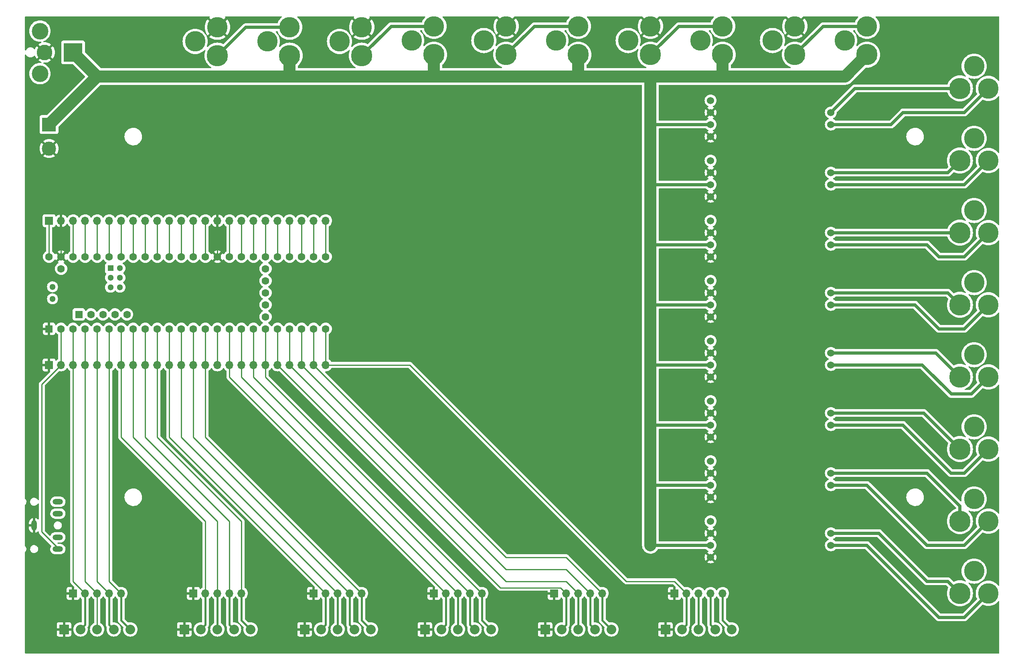
<source format=gbr>
%TF.GenerationSoftware,KiCad,Pcbnew,7.0.2-0*%
%TF.CreationDate,2023-06-26T15:28:45-04:00*%
%TF.ProjectId,6-Camera-PCB,362d4361-6d65-4726-912d-5043422e6b69,rev?*%
%TF.SameCoordinates,Original*%
%TF.FileFunction,Copper,L1,Top*%
%TF.FilePolarity,Positive*%
%FSLAX46Y46*%
G04 Gerber Fmt 4.6, Leading zero omitted, Abs format (unit mm)*
G04 Created by KiCad (PCBNEW 7.0.2-0) date 2023-06-26 15:28:45*
%MOMM*%
%LPD*%
G01*
G04 APERTURE LIST*
%TA.AperFunction,ComponentPad*%
%ADD10C,4.500000*%
%TD*%
%TA.AperFunction,ComponentPad*%
%ADD11C,4.318000*%
%TD*%
%TA.AperFunction,ComponentPad*%
%ADD12R,2.032000X2.032000*%
%TD*%
%TA.AperFunction,ComponentPad*%
%ADD13C,2.032000*%
%TD*%
%TA.AperFunction,ComponentPad*%
%ADD14R,1.700000X1.700000*%
%TD*%
%TA.AperFunction,ComponentPad*%
%ADD15O,1.700000X1.700000*%
%TD*%
%TA.AperFunction,ComponentPad*%
%ADD16C,1.524000*%
%TD*%
%TA.AperFunction,ComponentPad*%
%ADD17C,1.600000*%
%TD*%
%TA.AperFunction,ComponentPad*%
%ADD18R,1.600000X1.600000*%
%TD*%
%TA.AperFunction,ComponentPad*%
%ADD19R,1.300000X1.300000*%
%TD*%
%TA.AperFunction,ComponentPad*%
%ADD20C,1.300000*%
%TD*%
%TA.AperFunction,ComponentPad*%
%ADD21R,3.000000X3.000000*%
%TD*%
%TA.AperFunction,ComponentPad*%
%ADD22C,3.000000*%
%TD*%
%TA.AperFunction,ComponentPad*%
%ADD23O,2.200000X1.200000*%
%TD*%
%TA.AperFunction,ComponentPad*%
%ADD24O,1.200000X2.200000*%
%TD*%
%TA.AperFunction,ComponentPad*%
%ADD25C,3.500000*%
%TD*%
%TA.AperFunction,ComponentPad*%
%ADD26C,3.300000*%
%TD*%
%TA.AperFunction,ComponentPad*%
%ADD27R,4.000000X4.000000*%
%TD*%
%TA.AperFunction,Conductor*%
%ADD28C,0.254000*%
%TD*%
%TA.AperFunction,Conductor*%
%ADD29C,0.635000*%
%TD*%
%TA.AperFunction,Conductor*%
%ADD30C,0.406400*%
%TD*%
%TA.AperFunction,Conductor*%
%ADD31C,2.540000*%
%TD*%
G04 APERTURE END LIST*
D10*
%TO.P,J18,1*%
%TO.N,+24V*%
X96520000Y-33710880D03*
D11*
%TO.P,J18,2*%
%TO.N,Net-(J18-Pad2)*%
X96520000Y-27711400D03*
%TO.P,J18,3*%
%TO.N,N/C*%
X91821000Y-30711140D03*
%TD*%
D10*
%TO.P,J17,1*%
%TO.N,Net-(J16-Pad2)*%
X111760000Y-33710880D03*
D11*
%TO.P,J17,2*%
%TO.N,GND*%
X111760000Y-27711400D03*
%TO.P,J17,3*%
%TO.N,N/C*%
X107061000Y-30711140D03*
%TD*%
D10*
%TO.P,J16,1*%
%TO.N,+24V*%
X127000000Y-33510880D03*
D11*
%TO.P,J16,2*%
%TO.N,Net-(J16-Pad2)*%
X127000000Y-27511400D03*
%TO.P,J16,3*%
%TO.N,N/C*%
X122301000Y-30511140D03*
%TD*%
D10*
%TO.P,J11,1*%
%TO.N,Net-(J10-Pad2)*%
X203200000Y-33510880D03*
D11*
%TO.P,J11,2*%
%TO.N,GND*%
X203200000Y-27511400D03*
%TO.P,J11,3*%
%TO.N,N/C*%
X198501000Y-30511140D03*
%TD*%
%TO.P,J22,3*%
%TO.N,N/C*%
X241068860Y-112141000D03*
%TO.P,J22,2*%
%TO.N,Net-(U4-LED-)*%
X244068600Y-116840000D03*
D10*
%TO.P,J22,1*%
%TO.N,Net-(U4-LED+)*%
X238069120Y-116840000D03*
%TD*%
D11*
%TO.P,J23,3*%
%TO.N,N/C*%
X241068860Y-96901000D03*
%TO.P,J23,2*%
%TO.N,Net-(U5-LED-)*%
X244068600Y-101600000D03*
D10*
%TO.P,J23,1*%
%TO.N,Net-(U5-LED+)*%
X238069120Y-101600000D03*
%TD*%
%TO.P,J14,1*%
%TO.N,+24V*%
X157480000Y-33510880D03*
D11*
%TO.P,J14,2*%
%TO.N,Net-(J14-Pad2)*%
X157480000Y-27511400D03*
%TO.P,J14,3*%
%TO.N,N/C*%
X152781000Y-30511140D03*
%TD*%
%TO.P,J21,3*%
%TO.N,N/C*%
X241068860Y-127381000D03*
%TO.P,J21,2*%
%TO.N,Net-(U3-LED-)*%
X244068600Y-132080000D03*
D10*
%TO.P,J21,1*%
%TO.N,Net-(U3-LED+)*%
X238069120Y-132080000D03*
%TD*%
D11*
%TO.P,J20,3*%
%TO.N,N/C*%
X241068860Y-142621000D03*
%TO.P,J20,2*%
%TO.N,Net-(U2-LED-)*%
X244068600Y-147320000D03*
D10*
%TO.P,J20,1*%
%TO.N,Net-(U2-LED+)*%
X238069120Y-147320000D03*
%TD*%
%TO.P,J10,1*%
%TO.N,+24V*%
X218440000Y-33510880D03*
D11*
%TO.P,J10,2*%
%TO.N,Net-(J10-Pad2)*%
X218440000Y-27511400D03*
%TO.P,J10,3*%
%TO.N,N/C*%
X213741000Y-30511140D03*
%TD*%
D10*
%TO.P,J13,1*%
%TO.N,Net-(J12-Pad2)*%
X172720000Y-33510880D03*
D11*
%TO.P,J13,2*%
%TO.N,GND*%
X172720000Y-27511400D03*
%TO.P,J13,3*%
%TO.N,N/C*%
X168021000Y-30511140D03*
%TD*%
D10*
%TO.P,J12,1*%
%TO.N,+24V*%
X187960000Y-33510880D03*
D11*
%TO.P,J12,2*%
%TO.N,Net-(J12-Pad2)*%
X187960000Y-27511400D03*
%TO.P,J12,3*%
%TO.N,N/C*%
X183261000Y-30511140D03*
%TD*%
D10*
%TO.P,J15,1*%
%TO.N,Net-(J14-Pad2)*%
X142240000Y-33510880D03*
D11*
%TO.P,J15,2*%
%TO.N,GND*%
X142240000Y-27511400D03*
%TO.P,J15,3*%
%TO.N,N/C*%
X137541000Y-30511140D03*
%TD*%
%TO.P,J26,3*%
%TO.N,N/C*%
X241068860Y-51181000D03*
%TO.P,J26,2*%
%TO.N,Net-(U8-LED-)*%
X244068600Y-55880000D03*
D10*
%TO.P,J26,1*%
%TO.N,Net-(U8-LED+)*%
X238069120Y-55880000D03*
%TD*%
D11*
%TO.P,J24,3*%
%TO.N,N/C*%
X241068860Y-81661000D03*
%TO.P,J24,2*%
%TO.N,Net-(U6-LED-)*%
X244068600Y-86360000D03*
D10*
%TO.P,J24,1*%
%TO.N,Net-(U6-LED+)*%
X238069120Y-86360000D03*
%TD*%
D11*
%TO.P,J25,3*%
%TO.N,N/C*%
X241068860Y-66421000D03*
%TO.P,J25,2*%
%TO.N,Net-(U7-LED-)*%
X244068600Y-71120000D03*
D10*
%TO.P,J25,1*%
%TO.N,Net-(U7-LED+)*%
X238069120Y-71120000D03*
%TD*%
D11*
%TO.P,J27,3*%
%TO.N,N/C*%
X241068860Y-35941000D03*
%TO.P,J27,2*%
%TO.N,Net-(U9-LED-)*%
X244068600Y-40640000D03*
D10*
%TO.P,J27,1*%
%TO.N,Net-(U9-LED+)*%
X238069120Y-40640000D03*
%TD*%
%TO.P,J19,1*%
%TO.N,Net-(J18-Pad2)*%
X81280000Y-33710880D03*
D11*
%TO.P,J19,2*%
%TO.N,GND*%
X81280000Y-27711400D03*
%TO.P,J19,3*%
%TO.N,N/C*%
X76581000Y-30711140D03*
%TD*%
D12*
%TO.P,J3,1,Pin_1*%
%TO.N,GND*%
X48882300Y-154940000D03*
D13*
%TO.P,J3,2,Pin_2*%
%TO.N,/Bassler-1-Trigger*%
X52379880Y-154940000D03*
%TO.P,J3,3,Pin_3*%
%TO.N,/Bassler-1-Aux1*%
X55880000Y-154940000D03*
%TO.P,J3,4,Pin_4*%
%TO.N,/Bassler-1-Aux2*%
X59380120Y-154940000D03*
%TO.P,J3,5,Pin_5*%
%TO.N,/Bassler-1-Aux3*%
X62880240Y-154940000D03*
%TD*%
D14*
%TO.P,J28,1,Pin_1*%
%TO.N,Net-(J28-Pin_1)*%
X45720000Y-68580000D03*
D15*
%TO.P,J28,2,Pin_2*%
%TO.N,GND*%
X48260000Y-68580000D03*
%TO.P,J28,3,Pin_3*%
%TO.N,Net-(J28-Pin_3)*%
X50800000Y-68580000D03*
%TO.P,J28,4,Pin_4*%
%TO.N,/LED-8*%
X53340000Y-68580000D03*
%TO.P,J28,5,Pin_5*%
%TO.N,/LED-7*%
X55880000Y-68580000D03*
%TO.P,J28,6,Pin_6*%
%TO.N,Net-(J28-Pin_6)*%
X58420000Y-68580000D03*
%TO.P,J28,7,Pin_7*%
%TO.N,Net-(J28-Pin_7)*%
X60960000Y-68580000D03*
%TO.P,J28,8,Pin_8*%
%TO.N,/LED-6*%
X63500000Y-68580000D03*
%TO.P,J28,9,Pin_9*%
%TO.N,/LED-5*%
X66040000Y-68580000D03*
%TO.P,J28,10,Pin_10*%
%TO.N,Net-(J28-Pin_10)*%
X68580000Y-68580000D03*
%TO.P,J28,11,Pin_11*%
%TO.N,Net-(J28-Pin_11)*%
X71120000Y-68580000D03*
%TO.P,J28,12,Pin_12*%
%TO.N,/LED-4*%
X73660000Y-68580000D03*
%TO.P,J28,13,Pin_13*%
%TO.N,/LED-3*%
X76200000Y-68580000D03*
%TO.P,J28,14,Pin_14*%
%TO.N,Net-(J28-Pin_14)*%
X78740000Y-68580000D03*
%TO.P,J28,15,Pin_15*%
%TO.N,GND*%
X81280000Y-68580000D03*
%TO.P,J28,16,Pin_16*%
%TO.N,Net-(J28-Pin_16)*%
X83820000Y-68580000D03*
%TO.P,J28,17,Pin_17*%
%TO.N,Net-(J28-Pin_17)*%
X86360000Y-68580000D03*
%TO.P,J28,18,Pin_18*%
%TO.N,Net-(J28-Pin_18)*%
X88900000Y-68580000D03*
%TO.P,J28,19,Pin_19*%
%TO.N,Net-(J28-Pin_19)*%
X91440000Y-68580000D03*
%TO.P,J28,20,Pin_20*%
%TO.N,/LED-2*%
X93980000Y-68580000D03*
%TO.P,J28,21,Pin_21*%
%TO.N,/LED-1*%
X96520000Y-68580000D03*
%TO.P,J28,22,Pin_22*%
%TO.N,/Bassler-6-Aux3*%
X99060000Y-68580000D03*
%TO.P,J28,23,Pin_23*%
%TO.N,/Bassler-6-Aux2*%
X101600000Y-68580000D03*
%TO.P,J28,24,Pin_24*%
%TO.N,/Bassler-6-Aux1*%
X104140000Y-68580000D03*
%TD*%
D16*
%TO.P,U6,1,V-*%
%TO.N,GND*%
X185420000Y-88900000D03*
%TO.P,U6,2,V+*%
%TO.N,+24V*%
X185420000Y-86360000D03*
%TO.P,U6,3,DGnd*%
%TO.N,GND*%
X185420000Y-83820000D03*
%TO.P,U6,4,Ctrl*%
%TO.N,/LED-5*%
X185420000Y-81280000D03*
%TO.P,U6,5,LED+*%
%TO.N,Net-(U6-LED+)*%
X210820000Y-83820000D03*
%TO.P,U6,6,LED-*%
%TO.N,Net-(U6-LED-)*%
X210820000Y-86360000D03*
%TD*%
D12*
%TO.P,J4,1,Pin_1*%
%TO.N,GND*%
X74282300Y-154940000D03*
D13*
%TO.P,J4,2,Pin_2*%
%TO.N,/Bassler-2-Trigger*%
X77779880Y-154940000D03*
%TO.P,J4,3,Pin_3*%
%TO.N,/Bassler-2-Aux1*%
X81280000Y-154940000D03*
%TO.P,J4,4,Pin_4*%
%TO.N,/Bassler-2-Aux2*%
X84780120Y-154940000D03*
%TO.P,J4,5,Pin_5*%
%TO.N,/Bassler-2-Aux3*%
X88280240Y-154940000D03*
%TD*%
D16*
%TO.P,U9,1,V-*%
%TO.N,GND*%
X185420000Y-50800000D03*
%TO.P,U9,2,V+*%
%TO.N,+24V*%
X185420000Y-48260000D03*
%TO.P,U9,3,DGnd*%
%TO.N,GND*%
X185420000Y-45720000D03*
%TO.P,U9,4,Ctrl*%
%TO.N,/LED-8*%
X185420000Y-43180000D03*
%TO.P,U9,5,LED+*%
%TO.N,Net-(U9-LED+)*%
X210820000Y-45720000D03*
%TO.P,U9,6,LED-*%
%TO.N,Net-(U9-LED-)*%
X210820000Y-48260000D03*
%TD*%
%TO.P,U8,1,V-*%
%TO.N,GND*%
X185420000Y-63500000D03*
%TO.P,U8,2,V+*%
%TO.N,+24V*%
X185420000Y-60960000D03*
%TO.P,U8,3,DGnd*%
%TO.N,GND*%
X185420000Y-58420000D03*
%TO.P,U8,4,Ctrl*%
%TO.N,/LED-7*%
X185420000Y-55880000D03*
%TO.P,U8,5,LED+*%
%TO.N,Net-(U8-LED+)*%
X210820000Y-58420000D03*
%TO.P,U8,6,LED-*%
%TO.N,Net-(U8-LED-)*%
X210820000Y-60960000D03*
%TD*%
D15*
%TO.P,J30,5,Pin_5*%
%TO.N,/Bassler-4-Aux3*%
X137160000Y-147320000D03*
%TO.P,J30,4,Pin_4*%
%TO.N,/Bassler-4-Aux2*%
X134620000Y-147320000D03*
%TO.P,J30,3,Pin_3*%
%TO.N,/Bassler-4-Aux1*%
X132080000Y-147320000D03*
%TO.P,J30,2,Pin_2*%
%TO.N,/Bassler-4-Trigger*%
X129540000Y-147320000D03*
D14*
%TO.P,J30,1,Pin_1*%
%TO.N,GND*%
X127000000Y-147320000D03*
%TD*%
D15*
%TO.P,J31,5,Pin_5*%
%TO.N,/Bassler-1-Aux3*%
X60960000Y-147320000D03*
%TO.P,J31,4,Pin_4*%
%TO.N,/Bassler-1-Aux2*%
X58420000Y-147320000D03*
%TO.P,J31,3,Pin_3*%
%TO.N,/Bassler-1-Aux1*%
X55880000Y-147320000D03*
%TO.P,J31,2,Pin_2*%
%TO.N,/Bassler-1-Trigger*%
X53340000Y-147320000D03*
D14*
%TO.P,J31,1,Pin_1*%
%TO.N,GND*%
X50800000Y-147320000D03*
%TD*%
D17*
%TO.P,U1,49,VUSB*%
%TO.N,unconnected-(U1-VUSB-Pad49)*%
X48260000Y-78740000D03*
%TO.P,U1,59,GND*%
%TO.N,unconnected-(U1-GND-Pad59)*%
X62179200Y-88389200D03*
%TO.P,U1,58,GND*%
%TO.N,unconnected-(U1-GND-Pad58)*%
X59639200Y-88389200D03*
%TO.P,U1,57,D+*%
%TO.N,unconnected-(U1-D+-Pad57)*%
X57099200Y-88389200D03*
%TO.P,U1,56,D-*%
%TO.N,unconnected-(U1-D--Pad56)*%
X54559200Y-88389200D03*
D18*
%TO.P,U1,55,5V*%
%TO.N,unconnected-(U1-5V-Pad55)*%
X52019200Y-88389200D03*
D17*
%TO.P,U1,48,VIN*%
%TO.N,Net-(J28-Pin_1)*%
X45720000Y-76200000D03*
%TO.P,U1,47,GND*%
%TO.N,GND*%
X48260000Y-76200000D03*
%TO.P,U1,46,3V3*%
%TO.N,Net-(J28-Pin_3)*%
X50800000Y-76200000D03*
%TO.P,U1,45,23_A9_CRX1_MCLK1*%
%TO.N,/LED-8*%
X53340000Y-76200000D03*
%TO.P,U1,44,22_A8_CTX1*%
%TO.N,/LED-7*%
X55880000Y-76200000D03*
%TO.P,U1,43,21_A7_RX5_BCLK1*%
%TO.N,Net-(J28-Pin_6)*%
X58420000Y-76200000D03*
%TO.P,U1,42,20_A6_TX5_LRCLK1*%
%TO.N,Net-(J28-Pin_7)*%
X60960000Y-76200000D03*
%TO.P,U1,41,19_A5_SCL*%
%TO.N,/LED-6*%
X63500000Y-76200000D03*
%TO.P,U1,40,18_A4_SDA*%
%TO.N,/LED-5*%
X66040000Y-76200000D03*
%TO.P,U1,39,17_A3_TX4_SDA1*%
%TO.N,Net-(J28-Pin_10)*%
X68580000Y-76200000D03*
%TO.P,U1,38,16_A2_RX4_SCL1*%
%TO.N,Net-(J28-Pin_11)*%
X71120000Y-76200000D03*
%TO.P,U1,37,15_A1_RX3_SPDIF_IN*%
%TO.N,/LED-4*%
X73660000Y-76200000D03*
%TO.P,U1,36,14_A0_TX3_SPDIF_OUT*%
%TO.N,/LED-3*%
X76200000Y-76200000D03*
%TO.P,U1,35,13_SCK_LED*%
%TO.N,Net-(J28-Pin_14)*%
X78740000Y-76200000D03*
D18*
%TO.P,U1,1,GND*%
%TO.N,GND*%
X45720000Y-91440000D03*
D17*
%TO.P,U1,2,0_RX1_CRX2_CS1*%
%TO.N,/Azure-Trigger*%
X48260000Y-91440000D03*
%TO.P,U1,3,1_TX1_CTX2_MISO1*%
%TO.N,/Bassler-1-Trigger*%
X50800000Y-91440000D03*
%TO.P,U1,4,2_OUT2*%
%TO.N,/Bassler-1-Aux1*%
X53340000Y-91440000D03*
%TO.P,U1,5,3_LRCLK2*%
%TO.N,/Bassler-1-Aux2*%
X55880000Y-91440000D03*
%TO.P,U1,6,4_BCLK2*%
%TO.N,/Bassler-1-Aux3*%
X58420000Y-91440000D03*
%TO.P,U1,7,5_IN2*%
%TO.N,/Bassler-2-Trigger*%
X60960000Y-91440000D03*
%TO.P,U1,8,6_OUT1D*%
%TO.N,/Bassler-2-Aux1*%
X63500000Y-91440000D03*
%TO.P,U1,9,7_RX2_OUT1A*%
%TO.N,/Bassler-2-Aux2*%
X66040000Y-91440000D03*
%TO.P,U1,10,8_TX2_IN1*%
%TO.N,/Bassler-2-Aux3*%
X68580000Y-91440000D03*
%TO.P,U1,11,9_OUT1C*%
%TO.N,/Bassler-3-Trigger*%
X71120000Y-91440000D03*
%TO.P,U1,12,10_CS_MQSR*%
%TO.N,/Bassler-3-Aux1*%
X73660000Y-91440000D03*
%TO.P,U1,13,11_MOSI_CTX1*%
%TO.N,/Bassler-3-Aux2*%
X76200000Y-91440000D03*
%TO.P,U1,34,GND*%
%TO.N,GND*%
X81280000Y-76200000D03*
%TO.P,U1,33,41_A17*%
%TO.N,Net-(J28-Pin_16)*%
X83820000Y-76200000D03*
%TO.P,U1,32,40_A16*%
%TO.N,Net-(J28-Pin_17)*%
X86360000Y-76200000D03*
%TO.P,U1,31,39_MISO1_OUT1A*%
%TO.N,Net-(J28-Pin_18)*%
X88900000Y-76200000D03*
%TO.P,U1,30,38_CS1_IN1*%
%TO.N,Net-(J28-Pin_19)*%
X91440000Y-76200000D03*
%TO.P,U1,29,37_CS*%
%TO.N,/LED-2*%
X93980000Y-76200000D03*
%TO.P,U1,28,36_CS*%
%TO.N,/LED-1*%
X96520000Y-76200000D03*
%TO.P,U1,27,35_TX8*%
%TO.N,/Bassler-6-Aux3*%
X99060000Y-76200000D03*
%TO.P,U1,26,34_RX8*%
%TO.N,/Bassler-6-Aux2*%
X101600000Y-76200000D03*
%TO.P,U1,25,33_MCLK2*%
%TO.N,/Bassler-6-Aux1*%
X104140000Y-76200000D03*
%TO.P,U1,24,32_OUT1B*%
%TO.N,/Bassler-6-Trigger*%
X104140000Y-91440000D03*
%TO.P,U1,23,31_CTX3*%
%TO.N,/Bassler-5-Aux3*%
X101600000Y-91440000D03*
%TO.P,U1,22,30_CRX3*%
%TO.N,/Bassler-5-Aux2*%
X99060000Y-91440000D03*
%TO.P,U1,21,29_TX7*%
%TO.N,/Bassler-5-Aux1*%
X96520000Y-91440000D03*
%TO.P,U1,14,12_MISO_MQSL*%
%TO.N,/Bassler-3-Aux3*%
X78740000Y-91440000D03*
%TO.P,U1,15,3V3*%
%TO.N,Net-(J29-Pin_15)*%
X81280000Y-91440000D03*
%TO.P,U1,16,24_A10_TX6_SCL2*%
%TO.N,/Bassler-4-Trigger*%
X83820000Y-91440000D03*
%TO.P,U1,20,28_RX7*%
%TO.N,/Bassler-5-Trigger*%
X93980000Y-91440000D03*
%TO.P,U1,19,27_A13_SCK1*%
%TO.N,/Bassler-4-Aux3*%
X91440000Y-91440000D03*
%TO.P,U1,18,26_A12_MOSI1*%
%TO.N,/Bassler-4-Aux2*%
X88900000Y-91440000D03*
%TO.P,U1,17,25_A11_RX6_SDA2*%
%TO.N,/Bassler-4-Aux1*%
X86360000Y-91440000D03*
D19*
%TO.P,U1,60,R+*%
%TO.N,unconnected-(U1-R+-Pad60)*%
X58690000Y-78638400D03*
D20*
%TO.P,U1,65,R-*%
%TO.N,unconnected-(U1-R--Pad65)*%
X60690000Y-78638400D03*
%TO.P,U1,61,LED*%
%TO.N,unconnected-(U1-LED-Pad61)*%
X58690000Y-80638400D03*
%TO.P,U1,64,GND*%
%TO.N,unconnected-(U1-GND-Pad64)*%
X60690000Y-80638400D03*
%TO.P,U1,63,T+*%
%TO.N,unconnected-(U1-T+-Pad63)*%
X60690000Y-82638400D03*
%TO.P,U1,62,T-*%
%TO.N,unconnected-(U1-T--Pad62)*%
X58690000Y-82638400D03*
D17*
%TO.P,U1,50,VBAT*%
%TO.N,unconnected-(U1-VBAT-Pad50)*%
X91440000Y-88900000D03*
%TO.P,U1,51,3V3*%
%TO.N,unconnected-(U1-3V3-Pad51)*%
X91440000Y-86360000D03*
%TO.P,U1,52,GND*%
%TO.N,unconnected-(U1-GND-Pad52)*%
X91440000Y-83820000D03*
%TO.P,U1,53,PROGRAM*%
%TO.N,unconnected-(U1-PROGRAM-Pad53)*%
X91440000Y-81280000D03*
%TO.P,U1,54,ON_OFF*%
%TO.N,unconnected-(U1-ON_OFF-Pad54)*%
X91440000Y-78740000D03*
D20*
%TO.P,U1,67,D+*%
%TO.N,unconnected-(U1-D+-Pad67)*%
X46450000Y-85090000D03*
%TO.P,U1,66,D-*%
%TO.N,unconnected-(U1-D--Pad66)*%
X46450000Y-82550000D03*
%TD*%
D16*
%TO.P,U7,1,V-*%
%TO.N,GND*%
X185420000Y-76200000D03*
%TO.P,U7,2,V+*%
%TO.N,+24V*%
X185420000Y-73660000D03*
%TO.P,U7,3,DGnd*%
%TO.N,GND*%
X185420000Y-71120000D03*
%TO.P,U7,4,Ctrl*%
%TO.N,/LED-6*%
X185420000Y-68580000D03*
%TO.P,U7,5,LED+*%
%TO.N,Net-(U7-LED+)*%
X210820000Y-71120000D03*
%TO.P,U7,6,LED-*%
%TO.N,Net-(U7-LED-)*%
X210820000Y-73660000D03*
%TD*%
%TO.P,U3,1,V-*%
%TO.N,GND*%
X185420000Y-127000000D03*
%TO.P,U3,2,V+*%
%TO.N,+24V*%
X185420000Y-124460000D03*
%TO.P,U3,3,DGnd*%
%TO.N,GND*%
X185420000Y-121920000D03*
%TO.P,U3,4,Ctrl*%
%TO.N,/LED-2*%
X185420000Y-119380000D03*
%TO.P,U3,5,LED+*%
%TO.N,Net-(U3-LED+)*%
X210820000Y-121920000D03*
%TO.P,U3,6,LED-*%
%TO.N,Net-(U3-LED-)*%
X210820000Y-124460000D03*
%TD*%
%TO.P,U5,1,V-*%
%TO.N,GND*%
X185420000Y-101600000D03*
%TO.P,U5,2,V+*%
%TO.N,+24V*%
X185420000Y-99060000D03*
%TO.P,U5,3,DGnd*%
%TO.N,GND*%
X185420000Y-96520000D03*
%TO.P,U5,4,Ctrl*%
%TO.N,/LED-4*%
X185420000Y-93980000D03*
%TO.P,U5,5,LED+*%
%TO.N,Net-(U5-LED+)*%
X210820000Y-96520000D03*
%TO.P,U5,6,LED-*%
%TO.N,Net-(U5-LED-)*%
X210820000Y-99060000D03*
%TD*%
D21*
%TO.P,J9,1,Pin_1*%
%TO.N,+24V*%
X45720000Y-48260000D03*
D22*
%TO.P,J9,2,Pin_2*%
%TO.N,GND*%
X45720000Y-53340000D03*
%TD*%
D16*
%TO.P,U4,1,V-*%
%TO.N,GND*%
X185420000Y-114300000D03*
%TO.P,U4,2,V+*%
%TO.N,+24V*%
X185420000Y-111760000D03*
%TO.P,U4,3,DGnd*%
%TO.N,GND*%
X185420000Y-109220000D03*
%TO.P,U4,4,Ctrl*%
%TO.N,/LED-3*%
X185420000Y-106680000D03*
%TO.P,U4,5,LED+*%
%TO.N,Net-(U4-LED+)*%
X210820000Y-109220000D03*
%TO.P,U4,6,LED-*%
%TO.N,Net-(U4-LED-)*%
X210820000Y-111760000D03*
%TD*%
D15*
%TO.P,J34,5,Pin_5*%
%TO.N,/Bassler-5-Aux3*%
X162560000Y-147320000D03*
%TO.P,J34,4,Pin_4*%
%TO.N,/Bassler-5-Aux2*%
X160020000Y-147320000D03*
%TO.P,J34,3,Pin_3*%
%TO.N,/Bassler-5-Aux1*%
X157480000Y-147320000D03*
%TO.P,J34,2,Pin_2*%
%TO.N,/Bassler-5-Trigger*%
X154940000Y-147320000D03*
D14*
%TO.P,J34,1,Pin_1*%
%TO.N,GND*%
X152400000Y-147320000D03*
%TD*%
D12*
%TO.P,J6,1,Pin_1*%
%TO.N,GND*%
X99682300Y-154940000D03*
D13*
%TO.P,J6,2,Pin_2*%
%TO.N,/Bassler-3-Trigger*%
X103179880Y-154940000D03*
%TO.P,J6,3,Pin_3*%
%TO.N,/Bassler-3-Aux1*%
X106680000Y-154940000D03*
%TO.P,J6,4,Pin_4*%
%TO.N,/Bassler-3-Aux2*%
X110180120Y-154940000D03*
%TO.P,J6,5,Pin_5*%
%TO.N,/Bassler-3-Aux3*%
X113680240Y-154940000D03*
%TD*%
D15*
%TO.P,J32,5,Pin_5*%
%TO.N,/Bassler-2-Aux3*%
X86360000Y-147320000D03*
%TO.P,J32,4,Pin_4*%
%TO.N,/Bassler-2-Aux2*%
X83820000Y-147320000D03*
%TO.P,J32,3,Pin_3*%
%TO.N,/Bassler-2-Aux1*%
X81280000Y-147320000D03*
%TO.P,J32,2,Pin_2*%
%TO.N,/Bassler-2-Trigger*%
X78740000Y-147320000D03*
D14*
%TO.P,J32,1,Pin_1*%
%TO.N,GND*%
X76200000Y-147320000D03*
%TD*%
D12*
%TO.P,J2,1,Pin_1*%
%TO.N,GND*%
X125082300Y-154940000D03*
D13*
%TO.P,J2,2,Pin_2*%
%TO.N,/Bassler-4-Trigger*%
X128579880Y-154940000D03*
%TO.P,J2,3,Pin_3*%
%TO.N,/Bassler-4-Aux1*%
X132080000Y-154940000D03*
%TO.P,J2,4,Pin_4*%
%TO.N,/Bassler-4-Aux2*%
X135580120Y-154940000D03*
%TO.P,J2,5,Pin_5*%
%TO.N,/Bassler-4-Aux3*%
X139080240Y-154940000D03*
%TD*%
D23*
%TO.P,J1,TN*%
%TO.N,N/C*%
X47579794Y-135469853D03*
%TO.P,J1,T*%
%TO.N,/Azure-Trigger*%
X47579794Y-137969853D03*
D24*
%TO.P,J1,S*%
%TO.N,GND*%
X42579794Y-132969853D03*
D23*
%TO.P,J1,RN*%
%TO.N,N/C*%
X47579794Y-130469853D03*
%TO.P,J1,R*%
X47579794Y-127969853D03*
%TD*%
D15*
%TO.P,J33,5,Pin_5*%
%TO.N,/Bassler-3-Aux3*%
X111760000Y-147320000D03*
%TO.P,J33,4,Pin_4*%
%TO.N,/Bassler-3-Aux2*%
X109220000Y-147320000D03*
%TO.P,J33,3,Pin_3*%
%TO.N,/Bassler-3-Aux1*%
X106680000Y-147320000D03*
%TO.P,J33,2,Pin_2*%
%TO.N,/Bassler-3-Trigger*%
X104140000Y-147320000D03*
D14*
%TO.P,J33,1,Pin_1*%
%TO.N,GND*%
X101600000Y-147320000D03*
%TD*%
%TO.P,J29,1,Pin_1*%
%TO.N,GND*%
X45720000Y-99060000D03*
D15*
%TO.P,J29,2,Pin_2*%
%TO.N,/Azure-Trigger*%
X48260000Y-99060000D03*
%TO.P,J29,3,Pin_3*%
%TO.N,/Bassler-1-Trigger*%
X50800000Y-99060000D03*
%TO.P,J29,4,Pin_4*%
%TO.N,/Bassler-1-Aux1*%
X53340000Y-99060000D03*
%TO.P,J29,5,Pin_5*%
%TO.N,/Bassler-1-Aux2*%
X55880000Y-99060000D03*
%TO.P,J29,6,Pin_6*%
%TO.N,/Bassler-1-Aux3*%
X58420000Y-99060000D03*
%TO.P,J29,7,Pin_7*%
%TO.N,/Bassler-2-Trigger*%
X60960000Y-99060000D03*
%TO.P,J29,8,Pin_8*%
%TO.N,/Bassler-2-Aux1*%
X63500000Y-99060000D03*
%TO.P,J29,9,Pin_9*%
%TO.N,/Bassler-2-Aux2*%
X66040000Y-99060000D03*
%TO.P,J29,10,Pin_10*%
%TO.N,/Bassler-2-Aux3*%
X68580000Y-99060000D03*
%TO.P,J29,11,Pin_11*%
%TO.N,/Bassler-3-Trigger*%
X71120000Y-99060000D03*
%TO.P,J29,12,Pin_12*%
%TO.N,/Bassler-3-Aux1*%
X73660000Y-99060000D03*
%TO.P,J29,13,Pin_13*%
%TO.N,/Bassler-3-Aux2*%
X76200000Y-99060000D03*
%TO.P,J29,14,Pin_14*%
%TO.N,/Bassler-3-Aux3*%
X78740000Y-99060000D03*
%TO.P,J29,15,Pin_15*%
%TO.N,Net-(J29-Pin_15)*%
X81280000Y-99060000D03*
%TO.P,J29,16,Pin_16*%
%TO.N,/Bassler-4-Trigger*%
X83820000Y-99060000D03*
%TO.P,J29,17,Pin_17*%
%TO.N,/Bassler-4-Aux1*%
X86360000Y-99060000D03*
%TO.P,J29,18,Pin_18*%
%TO.N,/Bassler-4-Aux2*%
X88900000Y-99060000D03*
%TO.P,J29,19,Pin_19*%
%TO.N,/Bassler-4-Aux3*%
X91440000Y-99060000D03*
%TO.P,J29,20,Pin_20*%
%TO.N,/Bassler-5-Trigger*%
X93980000Y-99060000D03*
%TO.P,J29,21,Pin_21*%
%TO.N,/Bassler-5-Aux1*%
X96520000Y-99060000D03*
%TO.P,J29,22,Pin_22*%
%TO.N,/Bassler-5-Aux2*%
X99060000Y-99060000D03*
%TO.P,J29,23,Pin_23*%
%TO.N,/Bassler-5-Aux3*%
X101600000Y-99060000D03*
%TO.P,J29,24,Pin_24*%
%TO.N,/Bassler-6-Trigger*%
X104140000Y-99060000D03*
%TD*%
D12*
%TO.P,J5,1,Pin_1*%
%TO.N,GND*%
X150482300Y-154940000D03*
D13*
%TO.P,J5,2,Pin_2*%
%TO.N,/Bassler-5-Trigger*%
X153979880Y-154940000D03*
%TO.P,J5,3,Pin_3*%
%TO.N,/Bassler-5-Aux1*%
X157480000Y-154940000D03*
%TO.P,J5,4,Pin_4*%
%TO.N,/Bassler-5-Aux2*%
X160980120Y-154940000D03*
%TO.P,J5,5,Pin_5*%
%TO.N,/Bassler-5-Aux3*%
X164480240Y-154940000D03*
%TD*%
D16*
%TO.P,U2,1,V-*%
%TO.N,GND*%
X185420000Y-139700000D03*
%TO.P,U2,2,V+*%
%TO.N,+24V*%
X185420000Y-137160000D03*
%TO.P,U2,3,DGnd*%
%TO.N,GND*%
X185420000Y-134620000D03*
%TO.P,U2,4,Ctrl*%
%TO.N,/LED-1*%
X185420000Y-132080000D03*
%TO.P,U2,5,LED+*%
%TO.N,Net-(U2-LED+)*%
X210820000Y-134620000D03*
%TO.P,U2,6,LED-*%
%TO.N,Net-(U2-LED-)*%
X210820000Y-137160000D03*
%TD*%
D25*
%TO.P,J8,MP*%
%TO.N,N/C*%
X43800000Y-28520000D03*
X43800000Y-37520000D03*
D26*
%TO.P,J8,2*%
%TO.N,GND*%
X44800000Y-33020000D03*
D27*
%TO.P,J8,1*%
%TO.N,+24V*%
X50800000Y-33020000D03*
%TD*%
D14*
%TO.P,J35,1,Pin_1*%
%TO.N,GND*%
X177800000Y-147320000D03*
D15*
%TO.P,J35,2,Pin_2*%
%TO.N,/Bassler-6-Trigger*%
X180340000Y-147320000D03*
%TO.P,J35,3,Pin_3*%
%TO.N,/Bassler-6-Aux1*%
X182880000Y-147320000D03*
%TO.P,J35,4,Pin_4*%
%TO.N,/Bassler-6-Aux2*%
X185420000Y-147320000D03*
%TO.P,J35,5,Pin_5*%
%TO.N,/Bassler-6-Aux3*%
X187960000Y-147320000D03*
%TD*%
D12*
%TO.P,J7,1,Pin_1*%
%TO.N,GND*%
X175882300Y-154940000D03*
D13*
%TO.P,J7,2,Pin_2*%
%TO.N,/Bassler-6-Trigger*%
X179379880Y-154940000D03*
%TO.P,J7,3,Pin_3*%
%TO.N,/Bassler-6-Aux1*%
X182880000Y-154940000D03*
%TO.P,J7,4,Pin_4*%
%TO.N,/Bassler-6-Aux2*%
X186380120Y-154940000D03*
%TO.P,J7,5,Pin_5*%
%TO.N,/Bassler-6-Aux3*%
X189880240Y-154940000D03*
%TD*%
D28*
%TO.N,/Azure-Trigger*%
X47579794Y-137969853D02*
X47579794Y-137736625D01*
X47579794Y-137736625D02*
X44188355Y-134345186D01*
%TO.N,/Bassler-2-Trigger*%
X60960000Y-99060000D02*
X60960000Y-114300000D01*
X60960000Y-114300000D02*
X78740000Y-132080000D01*
X78740000Y-132080000D02*
X78740000Y-147320000D01*
%TO.N,/Bassler-2-Aux1*%
X63500000Y-99060000D02*
X63500000Y-114300000D01*
X63500000Y-114300000D02*
X81280000Y-132080000D01*
X81280000Y-132080000D02*
X81280000Y-147320000D01*
%TO.N,/Bassler-2-Aux2*%
X66040000Y-99060000D02*
X66040000Y-114300000D01*
X66040000Y-114300000D02*
X83820000Y-132080000D01*
X83820000Y-132080000D02*
X83820000Y-147320000D01*
%TO.N,/Bassler-2-Aux3*%
X68580000Y-99060000D02*
X68580000Y-114300000D01*
X68580000Y-114300000D02*
X86360000Y-132080000D01*
X86360000Y-132080000D02*
X86360000Y-147320000D01*
D29*
%TO.N,Net-(U5-LED-)*%
X210820000Y-99060000D02*
X230113453Y-99060000D01*
X230113453Y-99060000D02*
X236243732Y-105190279D01*
X236243732Y-105190279D02*
X240478321Y-105190279D01*
X240478321Y-105190279D02*
X244068600Y-101600000D01*
D28*
%TO.N,/Bassler-6-Trigger*%
X104140000Y-99060000D02*
X121920000Y-99060000D01*
X121920000Y-99060000D02*
X167640000Y-144780000D01*
X167640000Y-144780000D02*
X177800000Y-144780000D01*
X177800000Y-144780000D02*
X180340000Y-147320000D01*
%TO.N,/Bassler-5-Aux2*%
X99060000Y-99060000D02*
X142240000Y-142240000D01*
X142240000Y-142240000D02*
X154940000Y-142240000D01*
X154940000Y-142240000D02*
X160020000Y-147320000D01*
%TO.N,/Bassler-5-Aux1*%
X96520000Y-99060000D02*
X142240000Y-144780000D01*
X142240000Y-144780000D02*
X154940000Y-144780000D01*
X154940000Y-144780000D02*
X157480000Y-147320000D01*
%TO.N,/Bassler-5-Aux3*%
X101600000Y-99060000D02*
X142240000Y-139700000D01*
X142240000Y-139700000D02*
X154940000Y-139700000D01*
X154940000Y-139700000D02*
X162560000Y-147320000D01*
%TO.N,/Bassler-5-Trigger*%
X93980000Y-99060000D02*
X141063000Y-146143000D01*
X141063000Y-146143000D02*
X153763000Y-146143000D01*
X153763000Y-146143000D02*
X154940000Y-147320000D01*
%TO.N,/Bassler-4-Aux3*%
X91440000Y-99060000D02*
X91440000Y-101600000D01*
X91440000Y-101600000D02*
X137160000Y-147320000D01*
%TO.N,/Bassler-4-Aux2*%
X88900000Y-99060000D02*
X88900000Y-101600000D01*
X88900000Y-101600000D02*
X134620000Y-147320000D01*
%TO.N,/Bassler-4-Aux1*%
X86360000Y-99060000D02*
X86360000Y-101600000D01*
X86360000Y-101600000D02*
X132080000Y-147320000D01*
%TO.N,/Bassler-4-Trigger*%
X83820000Y-99060000D02*
X83820000Y-101600000D01*
X83820000Y-101600000D02*
X129540000Y-147320000D01*
%TO.N,/Bassler-3-Aux3*%
X78740000Y-99060000D02*
X78740000Y-114300000D01*
X78740000Y-114300000D02*
X111760000Y-147320000D01*
%TO.N,/Bassler-3-Aux2*%
X76200000Y-99060000D02*
X76200000Y-114300000D01*
X76200000Y-114300000D02*
X109220000Y-147320000D01*
%TO.N,/Bassler-3-Aux1*%
X73660000Y-99060000D02*
X73660000Y-114300000D01*
X73660000Y-114300000D02*
X106680000Y-147320000D01*
%TO.N,/Bassler-3-Trigger*%
X71120000Y-99060000D02*
X71120000Y-114300000D01*
X71120000Y-114300000D02*
X104140000Y-147320000D01*
%TO.N,/Bassler-1-Aux3*%
X58420000Y-99060000D02*
X58420000Y-144780000D01*
X58420000Y-144780000D02*
X60960000Y-147320000D01*
%TO.N,/Bassler-1-Aux2*%
X55880000Y-99060000D02*
X55880000Y-144780000D01*
X55880000Y-144780000D02*
X58420000Y-147320000D01*
%TO.N,/Bassler-1-Aux1*%
X53340000Y-99060000D02*
X53340000Y-144780000D01*
X53340000Y-144780000D02*
X55880000Y-147320000D01*
%TO.N,/Bassler-1-Trigger*%
X50800000Y-99060000D02*
X50800000Y-144780000D01*
X50800000Y-144780000D02*
X53340000Y-147320000D01*
%TO.N,/Azure-Trigger*%
X48260000Y-99060000D02*
X44188355Y-103131645D01*
X44188355Y-103131645D02*
X44188355Y-134345186D01*
D30*
%TO.N,/Bassler-6-Aux3*%
X187960000Y-147320000D02*
X187960000Y-153019760D01*
X187960000Y-153019760D02*
X189880240Y-154940000D01*
%TO.N,/Bassler-6-Aux2*%
X185420000Y-147320000D02*
X185420000Y-153979880D01*
X185420000Y-153979880D02*
X186380120Y-154940000D01*
%TO.N,/Bassler-6-Aux1*%
X182880000Y-147320000D02*
X182880000Y-154940000D01*
%TO.N,/Bassler-6-Trigger*%
X180340000Y-147320000D02*
X180340000Y-153979880D01*
X180340000Y-153979880D02*
X179379880Y-154940000D01*
%TO.N,/Bassler-5-Aux3*%
X162560000Y-147320000D02*
X162560000Y-153019760D01*
X162560000Y-153019760D02*
X164480240Y-154940000D01*
%TO.N,/Bassler-5-Aux2*%
X160020000Y-147320000D02*
X160020000Y-153979880D01*
X160020000Y-153979880D02*
X160980120Y-154940000D01*
%TO.N,/Bassler-5-Trigger*%
X154940000Y-147320000D02*
X154940000Y-153979880D01*
X154940000Y-153979880D02*
X153979880Y-154940000D01*
%TO.N,/Bassler-5-Aux1*%
X157480000Y-147320000D02*
X157480000Y-154940000D01*
%TO.N,/Bassler-4-Aux3*%
X137160000Y-147320000D02*
X137160000Y-153019760D01*
X137160000Y-153019760D02*
X139080240Y-154940000D01*
%TO.N,/Bassler-4-Aux2*%
X134620000Y-147320000D02*
X134620000Y-153979880D01*
X134620000Y-153979880D02*
X135580120Y-154940000D01*
%TO.N,/Bassler-4-Aux1*%
X132080000Y-147320000D02*
X132080000Y-154940000D01*
%TO.N,/Bassler-4-Trigger*%
X129540000Y-147320000D02*
X129540000Y-153979880D01*
X129540000Y-153979880D02*
X128579880Y-154940000D01*
%TO.N,/Bassler-3-Aux3*%
X111760000Y-147320000D02*
X111760000Y-153019760D01*
X111760000Y-153019760D02*
X113680240Y-154940000D01*
%TO.N,/Bassler-3-Aux2*%
X109220000Y-147320000D02*
X109220000Y-153979880D01*
X109220000Y-153979880D02*
X110180120Y-154940000D01*
%TO.N,/Bassler-3-Aux1*%
X106680000Y-147320000D02*
X106680000Y-154940000D01*
%TO.N,/Bassler-3-Trigger*%
X104140000Y-147320000D02*
X104140000Y-153979880D01*
X104140000Y-153979880D02*
X103179880Y-154940000D01*
%TO.N,/Bassler-2-Aux3*%
X86360000Y-147320000D02*
X86360000Y-153019760D01*
X86360000Y-153019760D02*
X88280240Y-154940000D01*
%TO.N,/Bassler-2-Aux2*%
X83820000Y-147320000D02*
X83820000Y-153979880D01*
X83820000Y-153979880D02*
X84780120Y-154940000D01*
%TO.N,/Bassler-2-Aux1*%
X81280000Y-147320000D02*
X81280000Y-154940000D01*
%TO.N,/Bassler-2-Trigger*%
X78740000Y-147320000D02*
X78740000Y-153979880D01*
X78740000Y-153979880D02*
X77779880Y-154940000D01*
%TO.N,/Bassler-1-Aux3*%
X60960000Y-147320000D02*
X60960000Y-153019760D01*
X60960000Y-153019760D02*
X62880240Y-154940000D01*
%TO.N,/Bassler-1-Aux2*%
X58420000Y-147320000D02*
X58420000Y-153979880D01*
X58420000Y-153979880D02*
X59380120Y-154940000D01*
%TO.N,/Bassler-1-Trigger*%
X53340000Y-147320000D02*
X53340000Y-153979880D01*
X53340000Y-153979880D02*
X52379880Y-154940000D01*
D28*
%TO.N,/Bassler-1-Aux1*%
X55880000Y-147320000D02*
X55880000Y-154940000D01*
%TO.N,GND*%
X81280000Y-68580000D02*
X81280000Y-76200000D01*
X48260000Y-76200000D02*
X48260000Y-68580000D01*
D29*
%TO.N,Net-(U2-LED+)*%
X231140000Y-144780000D02*
X235529120Y-144780000D01*
X210820000Y-134620000D02*
X220980000Y-134620000D01*
X235529120Y-144780000D02*
X238069120Y-147320000D01*
X220980000Y-134620000D02*
X231140000Y-144780000D01*
D31*
%TO.N,+24V*%
X55880000Y-38100000D02*
X50800000Y-33020000D01*
X218440000Y-33510880D02*
X213850880Y-38100000D01*
X172720000Y-124460000D02*
X172720000Y-137160000D01*
X127000000Y-33510880D02*
X127000000Y-38100000D01*
X96520000Y-38100000D02*
X55880000Y-38100000D01*
X187960000Y-33510880D02*
X187960000Y-38100000D01*
X172720000Y-106680000D02*
X172720000Y-99060000D01*
D29*
X185420000Y-124460000D02*
X172720000Y-124460000D01*
X185420000Y-86360000D02*
X172720000Y-86360000D01*
D31*
X172720000Y-38100000D02*
X157480000Y-38100000D01*
X157480000Y-33510880D02*
X157480000Y-38100000D01*
D29*
X185420000Y-99060000D02*
X172720000Y-99060000D01*
D31*
X127000000Y-38100000D02*
X101400000Y-38100000D01*
X172720000Y-86360000D02*
X172720000Y-73660000D01*
X172720000Y-48260000D02*
X172720000Y-111760000D01*
D29*
X185420000Y-73660000D02*
X172720000Y-73660000D01*
X185420000Y-60960000D02*
X172720000Y-60960000D01*
D31*
X45720000Y-48260000D02*
X55880000Y-38100000D01*
D29*
X185420000Y-48260000D02*
X172720000Y-48260000D01*
D31*
X172720000Y-38100000D02*
X187960000Y-38100000D01*
X172720000Y-99060000D02*
X172720000Y-86360000D01*
D29*
X185420000Y-137160000D02*
X172720000Y-137160000D01*
D31*
X96520000Y-33710880D02*
X96520000Y-38100000D01*
X172720000Y-48260000D02*
X172720000Y-38100000D01*
X172720000Y-73660000D02*
X172720000Y-60960000D01*
X172720000Y-111760000D02*
X172720000Y-124460000D01*
X213850880Y-38100000D02*
X187960000Y-38100000D01*
X172720000Y-60960000D02*
X172720000Y-48260000D01*
D29*
X185420000Y-111760000D02*
X172720000Y-111760000D01*
D31*
X101400000Y-38100000D02*
X96520000Y-38100000D01*
X157480000Y-38100000D02*
X127000000Y-38100000D01*
D29*
%TO.N,Net-(J10-Pad2)*%
X203200000Y-33510880D02*
X209199480Y-27511400D01*
X209199480Y-27511400D02*
X218440000Y-27511400D01*
%TO.N,Net-(U3-LED+)*%
X231140000Y-121920000D02*
X238069120Y-128849120D01*
X238069120Y-128849120D02*
X238069120Y-132080000D01*
X210820000Y-121920000D02*
X231140000Y-121920000D01*
%TO.N,Net-(U4-LED+)*%
X210820000Y-109220000D02*
X230449120Y-109220000D01*
X230449120Y-109220000D02*
X238069120Y-116840000D01*
%TO.N,Net-(U5-LED+)*%
X210820000Y-96520000D02*
X232989120Y-96520000D01*
X232989120Y-96520000D02*
X238069120Y-101600000D01*
%TO.N,Net-(U6-LED+)*%
X235529120Y-83820000D02*
X238069120Y-86360000D01*
X210820000Y-83820000D02*
X235529120Y-83820000D01*
%TO.N,Net-(U7-LED+)*%
X210820000Y-71120000D02*
X238069120Y-71120000D01*
%TO.N,Net-(U8-LED+)*%
X235529120Y-58420000D02*
X238069120Y-55880000D01*
X210820000Y-58420000D02*
X235529120Y-58420000D01*
D28*
%TO.N,/Azure-Trigger*%
X48260000Y-91440000D02*
X48260000Y-99060000D01*
%TO.N,/Bassler-1-Trigger*%
X50800000Y-99060000D02*
X50800000Y-91440000D01*
%TO.N,/Bassler-1-Aux1*%
X53340000Y-91440000D02*
X53340000Y-99060000D01*
%TO.N,/Bassler-1-Aux2*%
X55880000Y-99060000D02*
X55880000Y-91440000D01*
%TO.N,/Bassler-1-Aux3*%
X58420000Y-91440000D02*
X58420000Y-99060000D01*
%TO.N,/Bassler-2-Trigger*%
X60960000Y-99060000D02*
X60960000Y-91440000D01*
%TO.N,/Bassler-2-Aux1*%
X63500000Y-91440000D02*
X63500000Y-99060000D01*
%TO.N,/Bassler-2-Aux2*%
X66040000Y-99060000D02*
X66040000Y-91440000D01*
%TO.N,/Bassler-3-Aux1*%
X73660000Y-99060000D02*
X73660000Y-91440000D01*
%TO.N,/LED-6*%
X63500000Y-76200000D02*
X63500000Y-68580000D01*
D29*
%TO.N,Net-(U2-LED-)*%
X238988600Y-152400000D02*
X244068600Y-147320000D01*
X218440000Y-137160000D02*
X233680000Y-152400000D01*
X210820000Y-137160000D02*
X218440000Y-137160000D01*
X233680000Y-152400000D02*
X238988600Y-152400000D01*
%TO.N,Net-(U3-LED-)*%
X218440000Y-124460000D02*
X231140000Y-137160000D01*
X210820000Y-124460000D02*
X218440000Y-124460000D01*
X238988600Y-137160000D02*
X244068600Y-132080000D01*
X231140000Y-137160000D02*
X238988600Y-137160000D01*
%TO.N,Net-(U4-LED-)*%
X238988600Y-121920000D02*
X244068600Y-116840000D01*
X236220000Y-121920000D02*
X238988600Y-121920000D01*
X210820000Y-111760000D02*
X226060000Y-111760000D01*
X226060000Y-111760000D02*
X236220000Y-121920000D01*
%TO.N,Net-(U6-LED-)*%
X233680000Y-91440000D02*
X238988600Y-91440000D01*
X228600000Y-86360000D02*
X233680000Y-91440000D01*
X210820000Y-86360000D02*
X228600000Y-86360000D01*
X238988600Y-91440000D02*
X244068600Y-86360000D01*
%TO.N,Net-(U7-LED-)*%
X231140000Y-73660000D02*
X233680000Y-76200000D01*
X238988600Y-76200000D02*
X244068600Y-71120000D01*
X210820000Y-73660000D02*
X231140000Y-73660000D01*
X233680000Y-76200000D02*
X238988600Y-76200000D01*
%TO.N,Net-(U8-LED-)*%
X238988600Y-60960000D02*
X244068600Y-55880000D01*
X210820000Y-60960000D02*
X238988600Y-60960000D01*
D28*
%TO.N,/Bassler-3-Trigger*%
X71120000Y-91440000D02*
X71120000Y-99060000D01*
%TO.N,Net-(J28-Pin_11)*%
X71120000Y-68580000D02*
X71120000Y-76200000D01*
%TO.N,/Bassler-3-Aux2*%
X76200000Y-91440000D02*
X76200000Y-99060000D01*
%TO.N,/Bassler-4-Trigger*%
X83820000Y-91440000D02*
X83820000Y-99060000D01*
%TO.N,/Bassler-3-Aux3*%
X78740000Y-99060000D02*
X78740000Y-91440000D01*
%TO.N,/Bassler-4-Aux3*%
X91440000Y-91440000D02*
X91440000Y-99060000D01*
%TO.N,/LED-3*%
X76200000Y-68580000D02*
X76200000Y-76200000D01*
%TO.N,/Bassler-5-Aux2*%
X99060000Y-99060000D02*
X99060000Y-91440000D01*
%TO.N,/LED-4*%
X73660000Y-76200000D02*
X73660000Y-68580000D01*
%TO.N,/Bassler-6-Aux1*%
X104140000Y-76200000D02*
X104140000Y-68580000D01*
D29*
%TO.N,Net-(J12-Pad2)*%
X172720000Y-33510880D02*
X178719480Y-27511400D01*
X178719480Y-27511400D02*
X187960000Y-27511400D01*
%TO.N,Net-(J14-Pad2)*%
X148239480Y-27511400D02*
X157480000Y-27511400D01*
X142240000Y-33510880D02*
X148239480Y-27511400D01*
%TO.N,Net-(J16-Pad2)*%
X117959480Y-27511400D02*
X127000000Y-27511400D01*
X111760000Y-33710880D02*
X117959480Y-27511400D01*
%TO.N,Net-(J18-Pad2)*%
X87279480Y-27711400D02*
X96520000Y-27711400D01*
X81280000Y-33710880D02*
X87279480Y-27711400D01*
%TO.N,Net-(U9-LED+)*%
X210820000Y-45720000D02*
X215900000Y-40640000D01*
X215900000Y-40640000D02*
X238069120Y-40640000D01*
%TO.N,Net-(U9-LED-)*%
X226060000Y-45720000D02*
X238988600Y-45720000D01*
X210820000Y-48260000D02*
X223520000Y-48260000D01*
X238988600Y-45720000D02*
X244068600Y-40640000D01*
X223520000Y-48260000D02*
X226060000Y-45720000D01*
D28*
%TO.N,Net-(J28-Pin_10)*%
X68580000Y-76200000D02*
X68580000Y-68580000D01*
%TO.N,/LED-5*%
X66040000Y-68580000D02*
X66040000Y-76200000D01*
%TO.N,/Bassler-5-Trigger*%
X93980000Y-99060000D02*
X93980000Y-91440000D01*
%TO.N,/Bassler-5-Aux1*%
X96520000Y-91440000D02*
X96520000Y-99060000D01*
%TO.N,/Bassler-2-Aux3*%
X68580000Y-91440000D02*
X68580000Y-99060000D01*
%TO.N,Net-(J28-Pin_7)*%
X60960000Y-68580000D02*
X60960000Y-76200000D01*
%TO.N,Net-(J28-Pin_6)*%
X58420000Y-76200000D02*
X58420000Y-68580000D01*
%TO.N,/Bassler-5-Aux3*%
X101600000Y-91440000D02*
X101600000Y-99060000D01*
%TO.N,/Bassler-6-Trigger*%
X104140000Y-91440000D02*
X104140000Y-99060000D01*
%TO.N,/Bassler-4-Aux1*%
X86360000Y-91440000D02*
X86360000Y-99060000D01*
%TO.N,/Bassler-4-Aux2*%
X88900000Y-99060000D02*
X88900000Y-91440000D01*
%TO.N,/Bassler-6-Aux2*%
X101600000Y-68580000D02*
X101600000Y-76200000D01*
%TO.N,/Bassler-6-Aux3*%
X99060000Y-76200000D02*
X99060000Y-68580000D01*
%TO.N,Net-(J28-Pin_1)*%
X45720000Y-68580000D02*
X45720000Y-76200000D01*
%TO.N,Net-(J28-Pin_3)*%
X50800000Y-68580000D02*
X50800000Y-76200000D01*
%TO.N,/LED-8*%
X53340000Y-68580000D02*
X53340000Y-76200000D01*
%TO.N,/LED-7*%
X55880000Y-68580000D02*
X55880000Y-76200000D01*
%TO.N,Net-(J28-Pin_14)*%
X78740000Y-76200000D02*
X78740000Y-68580000D01*
%TO.N,Net-(J28-Pin_16)*%
X83820000Y-76200000D02*
X83820000Y-68580000D01*
%TO.N,Net-(J28-Pin_17)*%
X86360000Y-68580000D02*
X86360000Y-76200000D01*
%TO.N,Net-(J28-Pin_18)*%
X88900000Y-76200000D02*
X88900000Y-68580000D01*
%TO.N,Net-(J28-Pin_19)*%
X91440000Y-68580000D02*
X91440000Y-76200000D01*
%TO.N,/LED-2*%
X93980000Y-76200000D02*
X93980000Y-68580000D01*
%TO.N,/LED-1*%
X96520000Y-68580000D02*
X96520000Y-76200000D01*
%TO.N,Net-(J29-Pin_15)*%
X81280000Y-91440000D02*
X81280000Y-99060000D01*
%TD*%
%TA.AperFunction,Conductor*%
%TO.N,GND*%
G36*
X48510000Y-69910633D02*
G01*
X48723490Y-69853430D01*
X48937576Y-69753600D01*
X49131081Y-69618106D01*
X49298109Y-69451078D01*
X49428119Y-69265405D01*
X49482696Y-69221780D01*
X49552194Y-69214586D01*
X49614549Y-69246109D01*
X49631265Y-69265400D01*
X49761505Y-69451401D01*
X49928599Y-69618495D01*
X50119624Y-69752252D01*
X50163248Y-69806828D01*
X50172500Y-69853826D01*
X50172500Y-74987212D01*
X50152815Y-75054251D01*
X50119623Y-75088787D01*
X49960859Y-75199953D01*
X49799953Y-75360859D01*
X49669430Y-75547267D01*
X49642105Y-75605866D01*
X49595932Y-75658305D01*
X49528739Y-75677456D01*
X49461858Y-75657239D01*
X49417342Y-75605865D01*
X49390133Y-75547515D01*
X49339025Y-75474526D01*
X48785929Y-76027622D01*
X48783116Y-76014085D01*
X48713558Y-75879844D01*
X48610362Y-75769348D01*
X48481181Y-75690791D01*
X48429996Y-75676449D01*
X48985472Y-75120974D01*
X48985471Y-75120972D01*
X48912484Y-75069866D01*
X48706326Y-74973733D01*
X48486602Y-74914858D01*
X48260000Y-74895033D01*
X48033397Y-74914858D01*
X47813672Y-74973733D01*
X47607516Y-75069865D01*
X47534527Y-75120973D01*
X47534526Y-75120973D01*
X48088432Y-75674878D01*
X47971542Y-75725651D01*
X47854261Y-75821066D01*
X47767072Y-75944585D01*
X47736645Y-76030198D01*
X47180973Y-75474526D01*
X47180973Y-75474527D01*
X47129865Y-75547517D01*
X47102657Y-75605865D01*
X47056484Y-75658304D01*
X46989290Y-75677456D01*
X46922409Y-75657240D01*
X46877893Y-75605865D01*
X46877618Y-75605276D01*
X46850568Y-75547266D01*
X46818741Y-75501811D01*
X46720046Y-75360859D01*
X46559140Y-75199953D01*
X46400377Y-75088787D01*
X46356752Y-75034210D01*
X46347500Y-74987212D01*
X46347500Y-70054499D01*
X46367185Y-69987460D01*
X46419989Y-69941705D01*
X46471500Y-69930499D01*
X46614561Y-69930499D01*
X46617872Y-69930499D01*
X46677483Y-69924091D01*
X46812331Y-69873796D01*
X46927546Y-69787546D01*
X47013796Y-69672331D01*
X47063003Y-69540399D01*
X47104873Y-69484467D01*
X47170337Y-69460050D01*
X47238610Y-69474901D01*
X47266865Y-69496053D01*
X47388918Y-69618106D01*
X47582423Y-69753600D01*
X47796509Y-69853430D01*
X48010000Y-69910634D01*
X48010000Y-69015501D01*
X48117685Y-69064680D01*
X48224237Y-69080000D01*
X48295763Y-69080000D01*
X48402315Y-69064680D01*
X48510000Y-69015501D01*
X48510000Y-69910633D01*
G37*
%TD.AperFunction*%
%TA.AperFunction,Conductor*%
G36*
X81530000Y-69910633D02*
G01*
X81743490Y-69853430D01*
X81957576Y-69753600D01*
X82151081Y-69618106D01*
X82318109Y-69451078D01*
X82448119Y-69265405D01*
X82502696Y-69221780D01*
X82572194Y-69214586D01*
X82634549Y-69246109D01*
X82651265Y-69265400D01*
X82781505Y-69451401D01*
X82948599Y-69618495D01*
X83139624Y-69752252D01*
X83183248Y-69806828D01*
X83192500Y-69853826D01*
X83192500Y-74987212D01*
X83172815Y-75054251D01*
X83139623Y-75088787D01*
X82980859Y-75199953D01*
X82819953Y-75360859D01*
X82689430Y-75547267D01*
X82662105Y-75605866D01*
X82615932Y-75658305D01*
X82548739Y-75677456D01*
X82481858Y-75657239D01*
X82437342Y-75605865D01*
X82410133Y-75547515D01*
X82359025Y-75474526D01*
X81805929Y-76027622D01*
X81803116Y-76014085D01*
X81733558Y-75879844D01*
X81630362Y-75769348D01*
X81501181Y-75690791D01*
X81449996Y-75676449D01*
X82005472Y-75120974D01*
X82005471Y-75120972D01*
X81932484Y-75069866D01*
X81726326Y-74973733D01*
X81506602Y-74914858D01*
X81279999Y-74895033D01*
X81053397Y-74914858D01*
X80833672Y-74973733D01*
X80627516Y-75069865D01*
X80554527Y-75120973D01*
X80554526Y-75120973D01*
X81108432Y-75674878D01*
X80991542Y-75725651D01*
X80874261Y-75821066D01*
X80787072Y-75944585D01*
X80756645Y-76030198D01*
X80200973Y-75474526D01*
X80200973Y-75474527D01*
X80149865Y-75547517D01*
X80122657Y-75605865D01*
X80076484Y-75658304D01*
X80009290Y-75677456D01*
X79942409Y-75657240D01*
X79897893Y-75605865D01*
X79897618Y-75605276D01*
X79870568Y-75547266D01*
X79838741Y-75501811D01*
X79740046Y-75360859D01*
X79579140Y-75199953D01*
X79420377Y-75088787D01*
X79376752Y-75034210D01*
X79367500Y-74987212D01*
X79367500Y-69853826D01*
X79387185Y-69786787D01*
X79420375Y-69752252D01*
X79611401Y-69618495D01*
X79778495Y-69451401D01*
X79908732Y-69265403D01*
X79963307Y-69221780D01*
X80032805Y-69214586D01*
X80095160Y-69246109D01*
X80111880Y-69265404D01*
X80241893Y-69451081D01*
X80408918Y-69618106D01*
X80602423Y-69753600D01*
X80816509Y-69853430D01*
X81030000Y-69910634D01*
X81030000Y-69015501D01*
X81137685Y-69064680D01*
X81244237Y-69080000D01*
X81315763Y-69080000D01*
X81422315Y-69064680D01*
X81530000Y-69015501D01*
X81530000Y-69910633D01*
G37*
%TD.AperFunction*%
%TA.AperFunction,Conductor*%
G36*
X79626457Y-25419685D02*
G01*
X79672212Y-25472489D01*
X79682156Y-25541647D01*
X79653131Y-25605203D01*
X79635891Y-25621611D01*
X79584234Y-25662081D01*
X80411128Y-26488975D01*
X80356386Y-26524741D01*
X80173665Y-26692947D01*
X80057388Y-26842340D01*
X79230681Y-26015634D01*
X79089995Y-26195207D01*
X79085749Y-26201359D01*
X78923206Y-26470237D01*
X78919732Y-26476857D01*
X78790783Y-26763371D01*
X78788133Y-26770359D01*
X78694661Y-27070320D01*
X78692872Y-27077576D01*
X78636238Y-27386622D01*
X78635336Y-27394045D01*
X78616366Y-27707663D01*
X78616366Y-27715136D01*
X78635336Y-28028754D01*
X78636238Y-28036177D01*
X78692872Y-28345223D01*
X78694661Y-28352479D01*
X78788133Y-28652440D01*
X78790783Y-28659428D01*
X78919732Y-28945942D01*
X78923206Y-28952562D01*
X79085749Y-29221440D01*
X79089995Y-29227592D01*
X79230681Y-29407164D01*
X80057387Y-28580458D01*
X80173665Y-28729853D01*
X80356386Y-28898059D01*
X80411128Y-28933823D01*
X79584234Y-29760717D01*
X79584234Y-29760718D01*
X79763807Y-29901404D01*
X79769959Y-29905650D01*
X80038837Y-30068193D01*
X80045457Y-30071667D01*
X80331971Y-30200616D01*
X80338959Y-30203266D01*
X80638920Y-30296738D01*
X80646176Y-30298527D01*
X80955222Y-30355161D01*
X80962645Y-30356063D01*
X81276264Y-30375034D01*
X81283736Y-30375034D01*
X81597354Y-30356063D01*
X81604777Y-30355161D01*
X81913823Y-30298527D01*
X81921079Y-30296738D01*
X82221040Y-30203266D01*
X82228028Y-30200616D01*
X82514542Y-30071667D01*
X82521162Y-30068193D01*
X82790040Y-29905650D01*
X82796192Y-29901404D01*
X82975764Y-29760718D01*
X82975764Y-29760717D01*
X82148871Y-28933824D01*
X82203614Y-28898059D01*
X82386335Y-28729853D01*
X82502612Y-28580458D01*
X83329317Y-29407164D01*
X83329318Y-29407164D01*
X83470004Y-29227592D01*
X83474250Y-29221440D01*
X83636793Y-28952562D01*
X83640267Y-28945942D01*
X83769216Y-28659428D01*
X83771866Y-28652440D01*
X83865338Y-28352479D01*
X83867127Y-28345223D01*
X83923761Y-28036177D01*
X83924663Y-28028754D01*
X83943634Y-27715136D01*
X83943634Y-27707663D01*
X83924663Y-27394045D01*
X83923761Y-27386622D01*
X83867127Y-27077576D01*
X83865338Y-27070320D01*
X83771866Y-26770359D01*
X83769216Y-26763371D01*
X83640267Y-26476857D01*
X83636793Y-26470237D01*
X83474250Y-26201359D01*
X83470004Y-26195207D01*
X83329317Y-26015634D01*
X82502611Y-26842339D01*
X82386335Y-26692947D01*
X82203614Y-26524741D01*
X82148869Y-26488975D01*
X82975764Y-25662081D01*
X82975764Y-25662080D01*
X82924109Y-25621611D01*
X82883476Y-25564771D01*
X82880024Y-25494986D01*
X82914848Y-25434414D01*
X82976892Y-25402284D01*
X83000582Y-25400000D01*
X94798608Y-25400000D01*
X94865647Y-25419685D01*
X94911402Y-25472489D01*
X94921346Y-25541647D01*
X94892321Y-25605203D01*
X94875082Y-25621609D01*
X94753202Y-25717097D01*
X94750556Y-25719742D01*
X94750548Y-25719750D01*
X94528350Y-25941948D01*
X94528342Y-25941956D01*
X94525697Y-25944602D01*
X94523392Y-25947542D01*
X94523384Y-25947553D01*
X94329583Y-26194922D01*
X94329578Y-26194928D01*
X94327274Y-26197870D01*
X94325337Y-26201072D01*
X94325337Y-26201074D01*
X94162762Y-26470004D01*
X94162754Y-26470017D01*
X94160825Y-26473210D01*
X94159291Y-26476617D01*
X94159288Y-26476624D01*
X94030314Y-26763194D01*
X94028779Y-26766605D01*
X94016412Y-26806291D01*
X93977676Y-26864438D01*
X93913651Y-26892412D01*
X93898028Y-26893400D01*
X87187312Y-26893400D01*
X87149030Y-26902137D01*
X87135324Y-26904466D01*
X87096306Y-26908862D01*
X87059239Y-26921832D01*
X87045884Y-26925679D01*
X87007604Y-26934417D01*
X86972222Y-26951455D01*
X86959381Y-26956774D01*
X86922317Y-26969743D01*
X86900473Y-26983468D01*
X86889064Y-26990637D01*
X86876902Y-26997359D01*
X86841526Y-27014395D01*
X86810822Y-27038880D01*
X86799487Y-27046922D01*
X86766237Y-27067815D01*
X86635893Y-27198160D01*
X82622813Y-31211239D01*
X82561490Y-31244724D01*
X82491798Y-31239740D01*
X82484241Y-31236634D01*
X82288998Y-31148763D01*
X82257123Y-31134417D01*
X82056591Y-31071929D01*
X81943017Y-31036538D01*
X81943012Y-31036536D01*
X81939441Y-31035424D01*
X81935770Y-31034751D01*
X81935761Y-31034749D01*
X81615826Y-30976119D01*
X81615824Y-30976118D01*
X81612142Y-30975444D01*
X81608416Y-30975218D01*
X81608403Y-30975217D01*
X81283736Y-30955579D01*
X81280000Y-30955353D01*
X81276264Y-30955579D01*
X80951596Y-30975217D01*
X80951581Y-30975218D01*
X80947858Y-30975444D01*
X80944177Y-30976118D01*
X80944173Y-30976119D01*
X80624238Y-31034749D01*
X80624225Y-31034752D01*
X80620559Y-31035424D01*
X80616991Y-31036535D01*
X80616982Y-31036538D01*
X80306454Y-31133302D01*
X80306448Y-31133304D01*
X80302877Y-31134417D01*
X80299468Y-31135951D01*
X80299466Y-31135952D01*
X80263056Y-31152339D01*
X79999443Y-31270982D01*
X79996250Y-31272911D01*
X79996237Y-31272919D01*
X79717886Y-31441189D01*
X79714682Y-31443126D01*
X79711740Y-31445430D01*
X79711734Y-31445435D01*
X79460538Y-31642235D01*
X79452748Y-31648338D01*
X79450102Y-31650983D01*
X79450094Y-31650991D01*
X79245479Y-31855606D01*
X79184156Y-31889091D01*
X79114464Y-31884107D01*
X79058531Y-31842235D01*
X79034114Y-31776771D01*
X79044723Y-31717033D01*
X79070683Y-31659353D01*
X79070686Y-31659345D01*
X79072221Y-31655935D01*
X79167940Y-31348763D01*
X79225935Y-31032293D01*
X79245361Y-30711140D01*
X79225935Y-30389987D01*
X79167940Y-30073517D01*
X79072221Y-29766345D01*
X78940175Y-29472950D01*
X78773726Y-29197610D01*
X78575303Y-28944342D01*
X78347798Y-28716837D01*
X78289351Y-28671047D01*
X78140122Y-28554133D01*
X78094530Y-28518414D01*
X77915301Y-28410066D01*
X77822395Y-28353902D01*
X77822388Y-28353898D01*
X77819190Y-28351965D01*
X77804476Y-28345343D01*
X77749773Y-28320723D01*
X77525795Y-28219919D01*
X77522217Y-28218804D01*
X77222199Y-28125314D01*
X77222193Y-28125312D01*
X77218623Y-28124200D01*
X77214952Y-28123527D01*
X77214943Y-28123525D01*
X76905837Y-28066880D01*
X76905835Y-28066879D01*
X76902153Y-28066205D01*
X76898427Y-28065979D01*
X76898414Y-28065978D01*
X76584736Y-28047005D01*
X76581000Y-28046779D01*
X76577264Y-28047005D01*
X76263585Y-28065978D01*
X76263570Y-28065979D01*
X76259847Y-28066205D01*
X76256166Y-28066879D01*
X76256162Y-28066880D01*
X75947056Y-28123525D01*
X75947043Y-28123528D01*
X75943377Y-28124200D01*
X75939809Y-28125311D01*
X75939800Y-28125314D01*
X75639782Y-28218804D01*
X75639776Y-28218806D01*
X75636205Y-28219919D01*
X75632796Y-28221453D01*
X75632794Y-28221454D01*
X75346224Y-28350428D01*
X75346217Y-28350431D01*
X75342810Y-28351965D01*
X75339617Y-28353894D01*
X75339604Y-28353902D01*
X75073905Y-28514524D01*
X75067470Y-28518414D01*
X75064528Y-28520718D01*
X75064522Y-28520723D01*
X74817153Y-28714524D01*
X74817142Y-28714532D01*
X74814202Y-28716837D01*
X74811556Y-28719482D01*
X74811548Y-28719490D01*
X74589350Y-28941688D01*
X74589342Y-28941696D01*
X74586697Y-28944342D01*
X74584392Y-28947282D01*
X74584384Y-28947293D01*
X74390583Y-29194662D01*
X74390578Y-29194668D01*
X74388274Y-29197610D01*
X74386337Y-29200812D01*
X74386337Y-29200814D01*
X74223762Y-29469744D01*
X74223754Y-29469757D01*
X74221825Y-29472950D01*
X74220291Y-29476357D01*
X74220288Y-29476364D01*
X74091314Y-29762934D01*
X74089779Y-29766345D01*
X74088666Y-29769916D01*
X74088664Y-29769922D01*
X73995174Y-30069940D01*
X73995171Y-30069949D01*
X73994060Y-30073517D01*
X73993388Y-30077183D01*
X73993385Y-30077196D01*
X73938805Y-30375034D01*
X73936065Y-30389987D01*
X73935839Y-30393710D01*
X73935838Y-30393725D01*
X73919584Y-30662454D01*
X73916639Y-30711140D01*
X73916865Y-30714876D01*
X73935838Y-31028554D01*
X73935839Y-31028567D01*
X73936065Y-31032293D01*
X73936739Y-31035975D01*
X73936740Y-31035977D01*
X73993385Y-31345083D01*
X73993387Y-31345092D01*
X73994060Y-31348763D01*
X73995172Y-31352333D01*
X73995174Y-31352339D01*
X74026341Y-31452357D01*
X74089779Y-31655935D01*
X74221825Y-31949330D01*
X74223758Y-31952528D01*
X74223762Y-31952535D01*
X74269151Y-32027617D01*
X74388274Y-32224670D01*
X74427694Y-32274986D01*
X74552733Y-32434587D01*
X74586697Y-32477938D01*
X74814202Y-32705443D01*
X75067470Y-32903866D01*
X75342810Y-33070315D01*
X75636205Y-33202361D01*
X75943377Y-33298080D01*
X76259847Y-33356075D01*
X76581000Y-33375501D01*
X76902153Y-33356075D01*
X77218623Y-33298080D01*
X77525795Y-33202361D01*
X77819190Y-33070315D01*
X78094530Y-32903866D01*
X78347798Y-32705443D01*
X78539383Y-32513857D01*
X78600704Y-32480374D01*
X78670395Y-32485358D01*
X78726329Y-32527229D01*
X78750746Y-32592694D01*
X78740138Y-32652430D01*
X78705074Y-32730339D01*
X78705066Y-32730357D01*
X78703537Y-32733757D01*
X78702424Y-32737328D01*
X78702422Y-32737334D01*
X78605658Y-33047862D01*
X78605655Y-33047871D01*
X78604544Y-33051439D01*
X78603872Y-33055105D01*
X78603869Y-33055118D01*
X78545514Y-33373553D01*
X78544564Y-33378738D01*
X78544338Y-33382461D01*
X78544337Y-33382476D01*
X78530790Y-33606448D01*
X78524473Y-33710880D01*
X78524699Y-33714616D01*
X78544337Y-34039283D01*
X78544338Y-34039296D01*
X78544564Y-34043022D01*
X78545238Y-34046704D01*
X78545239Y-34046706D01*
X78603869Y-34366641D01*
X78603871Y-34366650D01*
X78604544Y-34370321D01*
X78605656Y-34373892D01*
X78605658Y-34373897D01*
X78702422Y-34684425D01*
X78703537Y-34688003D01*
X78840102Y-34991437D01*
X78842035Y-34994635D01*
X78842039Y-34994642D01*
X78922345Y-35127483D01*
X79012246Y-35276198D01*
X79217458Y-35538132D01*
X79452748Y-35773422D01*
X79714682Y-35978634D01*
X79883540Y-36080712D01*
X79914425Y-36099383D01*
X79961612Y-36150911D01*
X79973451Y-36219770D01*
X79946182Y-36284099D01*
X79888463Y-36323473D01*
X79850275Y-36329500D01*
X56664727Y-36329500D01*
X56597688Y-36309815D01*
X56577046Y-36293181D01*
X53336818Y-33052952D01*
X53303333Y-32991629D01*
X53300499Y-32965271D01*
X53300499Y-30975439D01*
X53300499Y-30972128D01*
X53294091Y-30912517D01*
X53243796Y-30777669D01*
X53157546Y-30662454D01*
X53042331Y-30576204D01*
X52907483Y-30525909D01*
X52847873Y-30519500D01*
X52844550Y-30519500D01*
X48755439Y-30519500D01*
X48755420Y-30519500D01*
X48752128Y-30519501D01*
X48748848Y-30519853D01*
X48748840Y-30519854D01*
X48692515Y-30525909D01*
X48557669Y-30576204D01*
X48442454Y-30662454D01*
X48356204Y-30777668D01*
X48305910Y-30912515D01*
X48305909Y-30912517D01*
X48299500Y-30972127D01*
X48299500Y-30975439D01*
X48299500Y-30975444D01*
X48299500Y-35064560D01*
X48299500Y-35064578D01*
X48299501Y-35067872D01*
X48299853Y-35071152D01*
X48299854Y-35071159D01*
X48305909Y-35127484D01*
X48321767Y-35170000D01*
X48356204Y-35262331D01*
X48442454Y-35377546D01*
X48557669Y-35463796D01*
X48692517Y-35514091D01*
X48752127Y-35520500D01*
X50745272Y-35520499D01*
X50812311Y-35540184D01*
X50832953Y-35556818D01*
X53288453Y-38012318D01*
X53321938Y-38073641D01*
X53316954Y-38143333D01*
X53288453Y-38187680D01*
X45252952Y-46223181D01*
X45191629Y-46256666D01*
X45165271Y-46259500D01*
X44175439Y-46259500D01*
X44175420Y-46259500D01*
X44172128Y-46259501D01*
X44168848Y-46259853D01*
X44168840Y-46259854D01*
X44112515Y-46265909D01*
X43977669Y-46316204D01*
X43862454Y-46402454D01*
X43776204Y-46517668D01*
X43769882Y-46534620D01*
X43725909Y-46652517D01*
X43719500Y-46712127D01*
X43719500Y-46715448D01*
X43719500Y-46715449D01*
X43719500Y-49804560D01*
X43719500Y-49804578D01*
X43719501Y-49807872D01*
X43725909Y-49867483D01*
X43776204Y-50002331D01*
X43862454Y-50117546D01*
X43977669Y-50203796D01*
X44112517Y-50254091D01*
X44172127Y-50260500D01*
X47267872Y-50260499D01*
X47327483Y-50254091D01*
X47462331Y-50203796D01*
X47577546Y-50117546D01*
X47663796Y-50002331D01*
X47714091Y-49867483D01*
X47720500Y-49807873D01*
X47720499Y-48814725D01*
X47740183Y-48747687D01*
X47756813Y-48727050D01*
X56577045Y-39906819D01*
X56638369Y-39873334D01*
X56664727Y-39870500D01*
X96387319Y-39870500D01*
X96453745Y-39870500D01*
X101333745Y-39870500D01*
X126867319Y-39870500D01*
X126933745Y-39870500D01*
X157347319Y-39870500D01*
X157413745Y-39870500D01*
X170825500Y-39870500D01*
X170892539Y-39890185D01*
X170938294Y-39942989D01*
X170949500Y-39994500D01*
X170949500Y-48193745D01*
X170949500Y-79943791D01*
X170949499Y-111718406D01*
X170949500Y-111718411D01*
X170949500Y-124393745D01*
X170949500Y-137226255D01*
X170949672Y-137228558D01*
X170949673Y-137228569D01*
X170964364Y-137424616D01*
X171023414Y-137683329D01*
X171117689Y-137923538D01*
X171120361Y-137930345D01*
X171131460Y-137949569D01*
X171253040Y-138160153D01*
X171253042Y-138160155D01*
X171418492Y-138367623D01*
X171418494Y-138367625D01*
X171418495Y-138367626D01*
X171613013Y-138548113D01*
X171826699Y-138693802D01*
X171832267Y-138697598D01*
X172071350Y-138812734D01*
X172324922Y-138890950D01*
X172540748Y-138923480D01*
X172587318Y-138930500D01*
X172587319Y-138930500D01*
X172852682Y-138930500D01*
X172892232Y-138924538D01*
X173115078Y-138890950D01*
X173368650Y-138812734D01*
X173607732Y-138697598D01*
X173826984Y-138548114D01*
X174021508Y-138367623D01*
X174186958Y-138160155D01*
X174256329Y-138039999D01*
X174306896Y-137991785D01*
X174363716Y-137978000D01*
X184401192Y-137978000D01*
X184468231Y-137997685D01*
X184488872Y-138014318D01*
X184605380Y-138130826D01*
X184786338Y-138257534D01*
X184848480Y-138286511D01*
X184915780Y-138317894D01*
X184968219Y-138364066D01*
X184987371Y-138431260D01*
X184967155Y-138498141D01*
X184915780Y-138542658D01*
X184786589Y-138602900D01*
X184721811Y-138648258D01*
X185392552Y-139319000D01*
X185388431Y-139319000D01*
X185294579Y-139334661D01*
X185182749Y-139395180D01*
X185096629Y-139488731D01*
X185045552Y-139605177D01*
X185039894Y-139673447D01*
X184368258Y-139001811D01*
X184368258Y-139001812D01*
X184322900Y-139066589D01*
X184229578Y-139266719D01*
X184172424Y-139480021D01*
X184153178Y-139700000D01*
X184172424Y-139919978D01*
X184229579Y-140133281D01*
X184322898Y-140333406D01*
X184368258Y-140398187D01*
X185035096Y-139731349D01*
X185035051Y-139731898D01*
X185066266Y-139855162D01*
X185135813Y-139961612D01*
X185236157Y-140039713D01*
X185356422Y-140081000D01*
X185392553Y-140081000D01*
X184721812Y-140751740D01*
X184786593Y-140797101D01*
X184986718Y-140890420D01*
X185200021Y-140947575D01*
X185420000Y-140966821D01*
X185639978Y-140947575D01*
X185853281Y-140890420D01*
X186053408Y-140797100D01*
X186118187Y-140751740D01*
X185447448Y-140081000D01*
X185451569Y-140081000D01*
X185545421Y-140065339D01*
X185657251Y-140004820D01*
X185743371Y-139911269D01*
X185794448Y-139794823D01*
X185800105Y-139726552D01*
X186471740Y-140398186D01*
X186517100Y-140333408D01*
X186610420Y-140133281D01*
X186667575Y-139919978D01*
X186686821Y-139700000D01*
X186667575Y-139480021D01*
X186610421Y-139266720D01*
X186517098Y-139066589D01*
X186471740Y-139001811D01*
X185804903Y-139668648D01*
X185804949Y-139668102D01*
X185773734Y-139544838D01*
X185704187Y-139438388D01*
X185603843Y-139360287D01*
X185483578Y-139319000D01*
X185447445Y-139319000D01*
X186118187Y-138648258D01*
X186053406Y-138602898D01*
X185924219Y-138542658D01*
X185871779Y-138496486D01*
X185852627Y-138429293D01*
X185872843Y-138362411D01*
X185924219Y-138317894D01*
X185991520Y-138286511D01*
X186053662Y-138257534D01*
X186234620Y-138130826D01*
X186390826Y-137974620D01*
X186517534Y-137793662D01*
X186610894Y-137593450D01*
X186668070Y-137380068D01*
X186687323Y-137160000D01*
X186668070Y-136939932D01*
X186610894Y-136726550D01*
X186517534Y-136526339D01*
X186390826Y-136345380D01*
X186234620Y-136189174D01*
X186053662Y-136062466D01*
X186053661Y-136062466D01*
X185924218Y-136002105D01*
X185871779Y-135955932D01*
X185852627Y-135888739D01*
X185872843Y-135821858D01*
X185924220Y-135777340D01*
X186053411Y-135717098D01*
X186118187Y-135671740D01*
X185447448Y-135001000D01*
X185451569Y-135001000D01*
X185545421Y-134985339D01*
X185657251Y-134924820D01*
X185743371Y-134831269D01*
X185794448Y-134714823D01*
X185800105Y-134646552D01*
X186471740Y-135318186D01*
X186517100Y-135253408D01*
X186610420Y-135053281D01*
X186667575Y-134839978D01*
X186686821Y-134620000D01*
X186667575Y-134400021D01*
X186610421Y-134186720D01*
X186517098Y-133986589D01*
X186471740Y-133921811D01*
X185804903Y-134588648D01*
X185804949Y-134588102D01*
X185773734Y-134464838D01*
X185704187Y-134358388D01*
X185603843Y-134280287D01*
X185483578Y-134239000D01*
X185447447Y-134239000D01*
X186118187Y-133568258D01*
X186053406Y-133522898D01*
X185924219Y-133462658D01*
X185871779Y-133416486D01*
X185852627Y-133349293D01*
X185872843Y-133282411D01*
X185924219Y-133237894D01*
X185972406Y-133215424D01*
X186053662Y-133177534D01*
X186234620Y-133050826D01*
X186390826Y-132894620D01*
X186517534Y-132713662D01*
X186610894Y-132513450D01*
X186668070Y-132300068D01*
X186687323Y-132080000D01*
X186668070Y-131859932D01*
X186610894Y-131646550D01*
X186517534Y-131446339D01*
X186390826Y-131265380D01*
X186234620Y-131109174D01*
X186053662Y-130982466D01*
X185853451Y-130889106D01*
X185640065Y-130831929D01*
X185419999Y-130812676D01*
X185199934Y-130831929D01*
X184986548Y-130889106D01*
X184786338Y-130982466D01*
X184605379Y-131109174D01*
X184449174Y-131265379D01*
X184322466Y-131446338D01*
X184229106Y-131646548D01*
X184171929Y-131859934D01*
X184152676Y-132080000D01*
X184171929Y-132300065D01*
X184229106Y-132513451D01*
X184294269Y-132653194D01*
X184322466Y-132713662D01*
X184449174Y-132894620D01*
X184605380Y-133050826D01*
X184786338Y-133177534D01*
X184856173Y-133210098D01*
X184915780Y-133237894D01*
X184968219Y-133284066D01*
X184987371Y-133351260D01*
X184967155Y-133418141D01*
X184915780Y-133462658D01*
X184786589Y-133522900D01*
X184721812Y-133568258D01*
X184721811Y-133568258D01*
X185392554Y-134239000D01*
X185388431Y-134239000D01*
X185294579Y-134254661D01*
X185182749Y-134315180D01*
X185096629Y-134408731D01*
X185045552Y-134525177D01*
X185039894Y-134593447D01*
X184368258Y-133921811D01*
X184368258Y-133921812D01*
X184322900Y-133986589D01*
X184229578Y-134186719D01*
X184172424Y-134400021D01*
X184153178Y-134620000D01*
X184172424Y-134839978D01*
X184229579Y-135053281D01*
X184322898Y-135253406D01*
X184368258Y-135318187D01*
X185035096Y-134651349D01*
X185035051Y-134651898D01*
X185066266Y-134775162D01*
X185135813Y-134881612D01*
X185236157Y-134959713D01*
X185356422Y-135001000D01*
X185392553Y-135001000D01*
X184721812Y-135671740D01*
X184786592Y-135717100D01*
X184915780Y-135777341D01*
X184968220Y-135823513D01*
X184987372Y-135890706D01*
X184967157Y-135957587D01*
X184915782Y-136002105D01*
X184786336Y-136062467D01*
X184605379Y-136189174D01*
X184488873Y-136305681D01*
X184427550Y-136339166D01*
X184401192Y-136342000D01*
X174614500Y-136342000D01*
X174547461Y-136322315D01*
X174501706Y-136269511D01*
X174490500Y-136218000D01*
X174490500Y-125402000D01*
X174510185Y-125334961D01*
X174562989Y-125289206D01*
X174614500Y-125278000D01*
X184401192Y-125278000D01*
X184468231Y-125297685D01*
X184488872Y-125314318D01*
X184605380Y-125430826D01*
X184786338Y-125557534D01*
X184856173Y-125590098D01*
X184915780Y-125617894D01*
X184968219Y-125664066D01*
X184987371Y-125731260D01*
X184967155Y-125798141D01*
X184915780Y-125842658D01*
X184786589Y-125902900D01*
X184721812Y-125948258D01*
X184721811Y-125948258D01*
X185392554Y-126619000D01*
X185388431Y-126619000D01*
X185294579Y-126634661D01*
X185182749Y-126695180D01*
X185096629Y-126788731D01*
X185045552Y-126905177D01*
X185039894Y-126973447D01*
X184368258Y-126301811D01*
X184368258Y-126301812D01*
X184322900Y-126366589D01*
X184229578Y-126566719D01*
X184172424Y-126780021D01*
X184153178Y-126999999D01*
X184172424Y-127219978D01*
X184229579Y-127433281D01*
X184322898Y-127633406D01*
X184368258Y-127698187D01*
X185035096Y-127031349D01*
X185035051Y-127031898D01*
X185066266Y-127155162D01*
X185135813Y-127261612D01*
X185236157Y-127339713D01*
X185356422Y-127381000D01*
X185392553Y-127381000D01*
X184721812Y-128051740D01*
X184786593Y-128097101D01*
X184986718Y-128190420D01*
X185200021Y-128247575D01*
X185419999Y-128266821D01*
X185639978Y-128247575D01*
X185853281Y-128190420D01*
X186053408Y-128097100D01*
X186118187Y-128051740D01*
X185447448Y-127381000D01*
X185451569Y-127381000D01*
X185545421Y-127365339D01*
X185657251Y-127304820D01*
X185743371Y-127211269D01*
X185794448Y-127094823D01*
X185800105Y-127026552D01*
X186471740Y-127698186D01*
X186517100Y-127633408D01*
X186610420Y-127433281D01*
X186667575Y-127219978D01*
X186686821Y-126999999D01*
X186667575Y-126780021D01*
X186610421Y-126566720D01*
X186517098Y-126366589D01*
X186471740Y-126301811D01*
X185804903Y-126968648D01*
X185804949Y-126968102D01*
X185773734Y-126844838D01*
X185704187Y-126738388D01*
X185603843Y-126660287D01*
X185483578Y-126619000D01*
X185447447Y-126619000D01*
X186118187Y-125948258D01*
X186053406Y-125902898D01*
X185924219Y-125842658D01*
X185871779Y-125796486D01*
X185852627Y-125729293D01*
X185872843Y-125662411D01*
X185924219Y-125617894D01*
X185925808Y-125617153D01*
X186053662Y-125557534D01*
X186234620Y-125430826D01*
X186390826Y-125274620D01*
X186517534Y-125093662D01*
X186610894Y-124893450D01*
X186668070Y-124680068D01*
X186687323Y-124460000D01*
X186668070Y-124239932D01*
X186610894Y-124026550D01*
X186517534Y-123826339D01*
X186390826Y-123645380D01*
X186234620Y-123489174D01*
X186053662Y-123362466D01*
X186053661Y-123362465D01*
X185924218Y-123302105D01*
X185871779Y-123255932D01*
X185852627Y-123188739D01*
X185872843Y-123121858D01*
X185924220Y-123077340D01*
X186053411Y-123017098D01*
X186118187Y-122971740D01*
X185447448Y-122301000D01*
X185451569Y-122301000D01*
X185545421Y-122285339D01*
X185657251Y-122224820D01*
X185743371Y-122131269D01*
X185794448Y-122014823D01*
X185800105Y-121946551D01*
X186471740Y-122618186D01*
X186517100Y-122553408D01*
X186610420Y-122353281D01*
X186667575Y-122139978D01*
X186686821Y-121920000D01*
X186667575Y-121700021D01*
X186610421Y-121486720D01*
X186517098Y-121286589D01*
X186471740Y-121221811D01*
X185804903Y-121888647D01*
X185804949Y-121888102D01*
X185773734Y-121764838D01*
X185704187Y-121658388D01*
X185603843Y-121580287D01*
X185483578Y-121539000D01*
X185447447Y-121539000D01*
X186118187Y-120868258D01*
X186053406Y-120822898D01*
X185924219Y-120762658D01*
X185871779Y-120716486D01*
X185852627Y-120649293D01*
X185872843Y-120582411D01*
X185924219Y-120537894D01*
X186053662Y-120477534D01*
X186234620Y-120350826D01*
X186390826Y-120194620D01*
X186517534Y-120013662D01*
X186610894Y-119813450D01*
X186668070Y-119600068D01*
X186687323Y-119380000D01*
X186683055Y-119331221D01*
X186672476Y-119210299D01*
X186668070Y-119159932D01*
X186610894Y-118946550D01*
X186517534Y-118746339D01*
X186390826Y-118565380D01*
X186234620Y-118409174D01*
X186053662Y-118282466D01*
X185853451Y-118189106D01*
X185640065Y-118131929D01*
X185419999Y-118112676D01*
X185199934Y-118131929D01*
X184986548Y-118189106D01*
X184786338Y-118282466D01*
X184605379Y-118409174D01*
X184449174Y-118565379D01*
X184322466Y-118746338D01*
X184229106Y-118946548D01*
X184171929Y-119159934D01*
X184152676Y-119379999D01*
X184171929Y-119600065D01*
X184171930Y-119600068D01*
X184229106Y-119813450D01*
X184322466Y-120013662D01*
X184449174Y-120194620D01*
X184605380Y-120350826D01*
X184786338Y-120477534D01*
X184856173Y-120510098D01*
X184915780Y-120537894D01*
X184968219Y-120584066D01*
X184987371Y-120651260D01*
X184967155Y-120718141D01*
X184915780Y-120762658D01*
X184786589Y-120822900D01*
X184721812Y-120868258D01*
X184721811Y-120868258D01*
X185392554Y-121539000D01*
X185388431Y-121539000D01*
X185294579Y-121554661D01*
X185182749Y-121615180D01*
X185096629Y-121708731D01*
X185045552Y-121825177D01*
X185039894Y-121893446D01*
X184368258Y-121221811D01*
X184368258Y-121221812D01*
X184322900Y-121286589D01*
X184229578Y-121486719D01*
X184172424Y-121700021D01*
X184153178Y-121920000D01*
X184172424Y-122139978D01*
X184229579Y-122353281D01*
X184322898Y-122553406D01*
X184368258Y-122618187D01*
X185035096Y-121951349D01*
X185035051Y-121951898D01*
X185066266Y-122075162D01*
X185135813Y-122181612D01*
X185236157Y-122259713D01*
X185356422Y-122301000D01*
X185392553Y-122301000D01*
X184721812Y-122971740D01*
X184786592Y-123017100D01*
X184915780Y-123077341D01*
X184968220Y-123123513D01*
X184987372Y-123190706D01*
X184967157Y-123257587D01*
X184915782Y-123302105D01*
X184786336Y-123362467D01*
X184605379Y-123489174D01*
X184488873Y-123605681D01*
X184427550Y-123639166D01*
X184401192Y-123642000D01*
X174614500Y-123642000D01*
X174547461Y-123622315D01*
X174501706Y-123569511D01*
X174490500Y-123518000D01*
X174490500Y-112702000D01*
X174510185Y-112634961D01*
X174562989Y-112589206D01*
X174614500Y-112578000D01*
X184401192Y-112578000D01*
X184468231Y-112597685D01*
X184488872Y-112614318D01*
X184605380Y-112730826D01*
X184786338Y-112857534D01*
X184856173Y-112890098D01*
X184915780Y-112917894D01*
X184968219Y-112964066D01*
X184987371Y-113031260D01*
X184967155Y-113098141D01*
X184915780Y-113142658D01*
X184786589Y-113202900D01*
X184721812Y-113248258D01*
X184721811Y-113248258D01*
X185392554Y-113919000D01*
X185388431Y-113919000D01*
X185294579Y-113934661D01*
X185182749Y-113995180D01*
X185096629Y-114088731D01*
X185045552Y-114205177D01*
X185039894Y-114273446D01*
X184368258Y-113601811D01*
X184368258Y-113601812D01*
X184322900Y-113666589D01*
X184229578Y-113866719D01*
X184172424Y-114080021D01*
X184153178Y-114300000D01*
X184172424Y-114519978D01*
X184229579Y-114733281D01*
X184322898Y-114933406D01*
X184368258Y-114998187D01*
X185035096Y-114331349D01*
X185035051Y-114331898D01*
X185066266Y-114455162D01*
X185135813Y-114561612D01*
X185236157Y-114639713D01*
X185356422Y-114681000D01*
X185392553Y-114681000D01*
X184721812Y-115351740D01*
X184786593Y-115397101D01*
X184986718Y-115490420D01*
X185200021Y-115547575D01*
X185420000Y-115566821D01*
X185639978Y-115547575D01*
X185853281Y-115490420D01*
X186053408Y-115397100D01*
X186118187Y-115351740D01*
X185447448Y-114681000D01*
X185451569Y-114681000D01*
X185545421Y-114665339D01*
X185657251Y-114604820D01*
X185743371Y-114511269D01*
X185794448Y-114394823D01*
X185800105Y-114326552D01*
X186471740Y-114998186D01*
X186517100Y-114933408D01*
X186610420Y-114733281D01*
X186667575Y-114519978D01*
X186686821Y-114300000D01*
X186667575Y-114080021D01*
X186610421Y-113866720D01*
X186517098Y-113666589D01*
X186471740Y-113601811D01*
X185804903Y-114268648D01*
X185804949Y-114268102D01*
X185773734Y-114144838D01*
X185704187Y-114038388D01*
X185603843Y-113960287D01*
X185483578Y-113919000D01*
X185447447Y-113919000D01*
X186118187Y-113248258D01*
X186053406Y-113202898D01*
X185924219Y-113142658D01*
X185871779Y-113096486D01*
X185852627Y-113029293D01*
X185872843Y-112962411D01*
X185924219Y-112917894D01*
X186053662Y-112857534D01*
X186234620Y-112730826D01*
X186390826Y-112574620D01*
X186517534Y-112393662D01*
X186610894Y-112193450D01*
X186668070Y-111980068D01*
X186687323Y-111760000D01*
X186668070Y-111539932D01*
X186610894Y-111326550D01*
X186517534Y-111126339D01*
X186390826Y-110945380D01*
X186234620Y-110789174D01*
X186053662Y-110662466D01*
X185978613Y-110627470D01*
X185924218Y-110602105D01*
X185871779Y-110555932D01*
X185852627Y-110488739D01*
X185872843Y-110421858D01*
X185924220Y-110377340D01*
X186053411Y-110317098D01*
X186118187Y-110271740D01*
X185447448Y-109601000D01*
X185451569Y-109601000D01*
X185545421Y-109585339D01*
X185657251Y-109524820D01*
X185743371Y-109431269D01*
X185794448Y-109314823D01*
X185800105Y-109246552D01*
X186471740Y-109918186D01*
X186517100Y-109853408D01*
X186610420Y-109653281D01*
X186667575Y-109439978D01*
X186686821Y-109219999D01*
X186667575Y-109000021D01*
X186610421Y-108786720D01*
X186517098Y-108586589D01*
X186471740Y-108521811D01*
X185804903Y-109188648D01*
X185804949Y-109188102D01*
X185773734Y-109064838D01*
X185704187Y-108958388D01*
X185603843Y-108880287D01*
X185483578Y-108839000D01*
X185447447Y-108839000D01*
X186118187Y-108168258D01*
X186053406Y-108122898D01*
X185924219Y-108062658D01*
X185871779Y-108016486D01*
X185852627Y-107949293D01*
X185872843Y-107882411D01*
X185924219Y-107837894D01*
X186053662Y-107777534D01*
X186234620Y-107650826D01*
X186390826Y-107494620D01*
X186517534Y-107313662D01*
X186610894Y-107113450D01*
X186668070Y-106900068D01*
X186687323Y-106680000D01*
X186668070Y-106459932D01*
X186610894Y-106246550D01*
X186517534Y-106046339D01*
X186390826Y-105865380D01*
X186234620Y-105709174D01*
X186053662Y-105582466D01*
X186053661Y-105582466D01*
X185853451Y-105489106D01*
X185640065Y-105431929D01*
X185419999Y-105412676D01*
X185199934Y-105431929D01*
X184986548Y-105489106D01*
X184786338Y-105582466D01*
X184605379Y-105709174D01*
X184449174Y-105865379D01*
X184322466Y-106046338D01*
X184229106Y-106246548D01*
X184171929Y-106459934D01*
X184152676Y-106680000D01*
X184171929Y-106900065D01*
X184171930Y-106900068D01*
X184229106Y-107113450D01*
X184322466Y-107313662D01*
X184449174Y-107494620D01*
X184605380Y-107650826D01*
X184786338Y-107777534D01*
X184856173Y-107810098D01*
X184915780Y-107837894D01*
X184968219Y-107884066D01*
X184987371Y-107951260D01*
X184967155Y-108018141D01*
X184915780Y-108062658D01*
X184786589Y-108122900D01*
X184721812Y-108168258D01*
X184721811Y-108168258D01*
X185392554Y-108839000D01*
X185388431Y-108839000D01*
X185294579Y-108854661D01*
X185182749Y-108915180D01*
X185096629Y-109008731D01*
X185045552Y-109125177D01*
X185039894Y-109193447D01*
X184368258Y-108521811D01*
X184368258Y-108521812D01*
X184322900Y-108586589D01*
X184229578Y-108786719D01*
X184172424Y-109000021D01*
X184153178Y-109219999D01*
X184172424Y-109439978D01*
X184229579Y-109653281D01*
X184322898Y-109853406D01*
X184368258Y-109918187D01*
X185035096Y-109251349D01*
X185035051Y-109251898D01*
X185066266Y-109375162D01*
X185135813Y-109481612D01*
X185236157Y-109559713D01*
X185356422Y-109601000D01*
X185392553Y-109601000D01*
X184721812Y-110271740D01*
X184786592Y-110317100D01*
X184915780Y-110377341D01*
X184968220Y-110423513D01*
X184987372Y-110490706D01*
X184967157Y-110557587D01*
X184915782Y-110602105D01*
X184786336Y-110662467D01*
X184605379Y-110789174D01*
X184488873Y-110905681D01*
X184427550Y-110939166D01*
X184401192Y-110942000D01*
X174614500Y-110942000D01*
X174547461Y-110922315D01*
X174501706Y-110869511D01*
X174490500Y-110818000D01*
X174490500Y-100002000D01*
X174510185Y-99934961D01*
X174562989Y-99889206D01*
X174614500Y-99878000D01*
X184401192Y-99878000D01*
X184468231Y-99897685D01*
X184488872Y-99914318D01*
X184605380Y-100030826D01*
X184786338Y-100157534D01*
X184856173Y-100190098D01*
X184915780Y-100217894D01*
X184968219Y-100264066D01*
X184987371Y-100331260D01*
X184967155Y-100398141D01*
X184915780Y-100442658D01*
X184786589Y-100502900D01*
X184721812Y-100548258D01*
X184721811Y-100548258D01*
X185392554Y-101219000D01*
X185388431Y-101219000D01*
X185294579Y-101234661D01*
X185182749Y-101295180D01*
X185096629Y-101388731D01*
X185045552Y-101505177D01*
X185039894Y-101573446D01*
X184368258Y-100901811D01*
X184368258Y-100901812D01*
X184322900Y-100966589D01*
X184229578Y-101166719D01*
X184172424Y-101380021D01*
X184153178Y-101600000D01*
X184172424Y-101819978D01*
X184229579Y-102033281D01*
X184322898Y-102233406D01*
X184368258Y-102298187D01*
X185035096Y-101631349D01*
X185035051Y-101631898D01*
X185066266Y-101755162D01*
X185135813Y-101861612D01*
X185236157Y-101939713D01*
X185356422Y-101981000D01*
X185392553Y-101981000D01*
X184721812Y-102651740D01*
X184786593Y-102697101D01*
X184986718Y-102790420D01*
X185200021Y-102847575D01*
X185419999Y-102866821D01*
X185639978Y-102847575D01*
X185853281Y-102790420D01*
X186053408Y-102697100D01*
X186118187Y-102651740D01*
X185447448Y-101981000D01*
X185451569Y-101981000D01*
X185545421Y-101965339D01*
X185657251Y-101904820D01*
X185743371Y-101811269D01*
X185794448Y-101694823D01*
X185800105Y-101626552D01*
X186471740Y-102298186D01*
X186517100Y-102233408D01*
X186610420Y-102033281D01*
X186667575Y-101819978D01*
X186686821Y-101600000D01*
X186667575Y-101380021D01*
X186610421Y-101166720D01*
X186517098Y-100966589D01*
X186471740Y-100901811D01*
X185804903Y-101568648D01*
X185804949Y-101568102D01*
X185773734Y-101444838D01*
X185704187Y-101338388D01*
X185603843Y-101260287D01*
X185483578Y-101219000D01*
X185447447Y-101219000D01*
X186118187Y-100548258D01*
X186053406Y-100502898D01*
X185924219Y-100442658D01*
X185871779Y-100396486D01*
X185852627Y-100329293D01*
X185872843Y-100262411D01*
X185924219Y-100217894D01*
X186053662Y-100157534D01*
X186234620Y-100030826D01*
X186390826Y-99874620D01*
X186517534Y-99693662D01*
X186610894Y-99493450D01*
X186668070Y-99280068D01*
X186687323Y-99060000D01*
X186668070Y-98839932D01*
X186610894Y-98626550D01*
X186517534Y-98426339D01*
X186390826Y-98245380D01*
X186234620Y-98089174D01*
X186053662Y-97962466D01*
X186053661Y-97962465D01*
X185924218Y-97902105D01*
X185871779Y-97855932D01*
X185852627Y-97788739D01*
X185872843Y-97721858D01*
X185924220Y-97677340D01*
X186053411Y-97617098D01*
X186118187Y-97571740D01*
X185447448Y-96901000D01*
X185451569Y-96901000D01*
X185545421Y-96885339D01*
X185657251Y-96824820D01*
X185743371Y-96731269D01*
X185794448Y-96614823D01*
X185800105Y-96546551D01*
X186471740Y-97218186D01*
X186517100Y-97153408D01*
X186610420Y-96953281D01*
X186667575Y-96739978D01*
X186686821Y-96520000D01*
X186667575Y-96300021D01*
X186610421Y-96086720D01*
X186517098Y-95886589D01*
X186471740Y-95821811D01*
X185804903Y-96488647D01*
X185804949Y-96488102D01*
X185773734Y-96364838D01*
X185704187Y-96258388D01*
X185603843Y-96180287D01*
X185483578Y-96139000D01*
X185447447Y-96139000D01*
X186118187Y-95468258D01*
X186053406Y-95422898D01*
X185924219Y-95362658D01*
X185871779Y-95316486D01*
X185852627Y-95249293D01*
X185872843Y-95182411D01*
X185924219Y-95137894D01*
X185925808Y-95137153D01*
X186053662Y-95077534D01*
X186234620Y-94950826D01*
X186390826Y-94794620D01*
X186517534Y-94613662D01*
X186610894Y-94413450D01*
X186668070Y-94200068D01*
X186687323Y-93980000D01*
X186668070Y-93759932D01*
X186610894Y-93546550D01*
X186517534Y-93346339D01*
X186390826Y-93165380D01*
X186234620Y-93009174D01*
X186053662Y-92882466D01*
X185853451Y-92789106D01*
X185640065Y-92731929D01*
X185420000Y-92712676D01*
X185199934Y-92731929D01*
X184986548Y-92789106D01*
X184786338Y-92882466D01*
X184605379Y-93009174D01*
X184449174Y-93165379D01*
X184322466Y-93346338D01*
X184229106Y-93546548D01*
X184171929Y-93759934D01*
X184152676Y-93979999D01*
X184171929Y-94200065D01*
X184228533Y-94411314D01*
X184229106Y-94413450D01*
X184322466Y-94613662D01*
X184449174Y-94794620D01*
X184605380Y-94950826D01*
X184786338Y-95077534D01*
X184856173Y-95110098D01*
X184915780Y-95137894D01*
X184968219Y-95184066D01*
X184987371Y-95251260D01*
X184967155Y-95318141D01*
X184915780Y-95362658D01*
X184786589Y-95422900D01*
X184721812Y-95468258D01*
X184721811Y-95468258D01*
X185392554Y-96139000D01*
X185388431Y-96139000D01*
X185294579Y-96154661D01*
X185182749Y-96215180D01*
X185096629Y-96308731D01*
X185045552Y-96425177D01*
X185039894Y-96493447D01*
X184368258Y-95821811D01*
X184368258Y-95821812D01*
X184322900Y-95886589D01*
X184229578Y-96086719D01*
X184172424Y-96300021D01*
X184153178Y-96520000D01*
X184172424Y-96739978D01*
X184229579Y-96953281D01*
X184322898Y-97153406D01*
X184368258Y-97218187D01*
X185035096Y-96551349D01*
X185035051Y-96551898D01*
X185066266Y-96675162D01*
X185135813Y-96781612D01*
X185236157Y-96859713D01*
X185356422Y-96901000D01*
X185392553Y-96901000D01*
X184721812Y-97571740D01*
X184786592Y-97617100D01*
X184915780Y-97677341D01*
X184968220Y-97723513D01*
X184987372Y-97790706D01*
X184967157Y-97857587D01*
X184915782Y-97902105D01*
X184786336Y-97962467D01*
X184605379Y-98089174D01*
X184488873Y-98205681D01*
X184427550Y-98239166D01*
X184401192Y-98242000D01*
X174614500Y-98242000D01*
X174547461Y-98222315D01*
X174501706Y-98169511D01*
X174490500Y-98118000D01*
X174490500Y-87302000D01*
X174510185Y-87234961D01*
X174562989Y-87189206D01*
X174614500Y-87178000D01*
X184401192Y-87178000D01*
X184468231Y-87197685D01*
X184488872Y-87214318D01*
X184605380Y-87330826D01*
X184786338Y-87457534D01*
X184838195Y-87481715D01*
X184915780Y-87517894D01*
X184968219Y-87564066D01*
X184987371Y-87631260D01*
X184967155Y-87698141D01*
X184915780Y-87742658D01*
X184786589Y-87802900D01*
X184721812Y-87848258D01*
X184721811Y-87848258D01*
X185392554Y-88519000D01*
X185388431Y-88519000D01*
X185294579Y-88534661D01*
X185182749Y-88595180D01*
X185096629Y-88688731D01*
X185045552Y-88805177D01*
X185039894Y-88873446D01*
X184368258Y-88201811D01*
X184368258Y-88201812D01*
X184322900Y-88266589D01*
X184229578Y-88466719D01*
X184172424Y-88680021D01*
X184153178Y-88899999D01*
X184172424Y-89119978D01*
X184229579Y-89333281D01*
X184322898Y-89533406D01*
X184368258Y-89598187D01*
X185035096Y-88931349D01*
X185035051Y-88931898D01*
X185066266Y-89055162D01*
X185135813Y-89161612D01*
X185236157Y-89239713D01*
X185356422Y-89281000D01*
X185392553Y-89281000D01*
X184721812Y-89951740D01*
X184786593Y-89997101D01*
X184986718Y-90090420D01*
X185200021Y-90147575D01*
X185420000Y-90166821D01*
X185639978Y-90147575D01*
X185853281Y-90090420D01*
X186053408Y-89997100D01*
X186118187Y-89951740D01*
X185447448Y-89281000D01*
X185451569Y-89281000D01*
X185545421Y-89265339D01*
X185657251Y-89204820D01*
X185743371Y-89111269D01*
X185794448Y-88994823D01*
X185800105Y-88926552D01*
X186471740Y-89598186D01*
X186517100Y-89533408D01*
X186610420Y-89333281D01*
X186667575Y-89119978D01*
X186686821Y-88899999D01*
X186667575Y-88680021D01*
X186610421Y-88466720D01*
X186517098Y-88266589D01*
X186471740Y-88201811D01*
X185804903Y-88868648D01*
X185804949Y-88868102D01*
X185773734Y-88744838D01*
X185704187Y-88638388D01*
X185603843Y-88560287D01*
X185483578Y-88519000D01*
X185447447Y-88519000D01*
X186118187Y-87848258D01*
X186053406Y-87802898D01*
X185924219Y-87742658D01*
X185871779Y-87696486D01*
X185852627Y-87629293D01*
X185872843Y-87562411D01*
X185924219Y-87517894D01*
X186001805Y-87481715D01*
X186053662Y-87457534D01*
X186234620Y-87330826D01*
X186390826Y-87174620D01*
X186517534Y-86993662D01*
X186610894Y-86793450D01*
X186668070Y-86580068D01*
X186687323Y-86360000D01*
X186668070Y-86139932D01*
X186610894Y-85926550D01*
X186517534Y-85726339D01*
X186390826Y-85545380D01*
X186234620Y-85389174D01*
X186053662Y-85262466D01*
X185924218Y-85202105D01*
X185871779Y-85155932D01*
X185852627Y-85088739D01*
X185872843Y-85021858D01*
X185924220Y-84977340D01*
X186053411Y-84917098D01*
X186118187Y-84871740D01*
X185447448Y-84201000D01*
X185451569Y-84201000D01*
X185545421Y-84185339D01*
X185657251Y-84124820D01*
X185743371Y-84031269D01*
X185794448Y-83914823D01*
X185800105Y-83846552D01*
X186471740Y-84518186D01*
X186517100Y-84453408D01*
X186610420Y-84253281D01*
X186667575Y-84039978D01*
X186686821Y-83819999D01*
X186667575Y-83600021D01*
X186610421Y-83386720D01*
X186517098Y-83186589D01*
X186471740Y-83121811D01*
X185804903Y-83788648D01*
X185804949Y-83788102D01*
X185773734Y-83664838D01*
X185704187Y-83558388D01*
X185603843Y-83480287D01*
X185483578Y-83439000D01*
X185447447Y-83439000D01*
X186118187Y-82768258D01*
X186053406Y-82722898D01*
X185924219Y-82662658D01*
X185871779Y-82616486D01*
X185852627Y-82549293D01*
X185872843Y-82482411D01*
X185924219Y-82437894D01*
X185982824Y-82410566D01*
X186053662Y-82377534D01*
X186234620Y-82250826D01*
X186390826Y-82094620D01*
X186517534Y-81913662D01*
X186610894Y-81713450D01*
X186668070Y-81500068D01*
X186687323Y-81280000D01*
X186668070Y-81059932D01*
X186610894Y-80846550D01*
X186517534Y-80646339D01*
X186390826Y-80465380D01*
X186234620Y-80309174D01*
X186053662Y-80182466D01*
X185985484Y-80150674D01*
X185853451Y-80089106D01*
X185640065Y-80031929D01*
X185420000Y-80012676D01*
X185199934Y-80031929D01*
X184986548Y-80089106D01*
X184786338Y-80182466D01*
X184605379Y-80309174D01*
X184449174Y-80465379D01*
X184322466Y-80646338D01*
X184229106Y-80846548D01*
X184171929Y-81059934D01*
X184152676Y-81280000D01*
X184171929Y-81500065D01*
X184229106Y-81713451D01*
X184256218Y-81771593D01*
X184322466Y-81913662D01*
X184449174Y-82094620D01*
X184605380Y-82250826D01*
X184786338Y-82377534D01*
X184856173Y-82410098D01*
X184915780Y-82437894D01*
X184968219Y-82484066D01*
X184987371Y-82551260D01*
X184967155Y-82618141D01*
X184915780Y-82662658D01*
X184786589Y-82722900D01*
X184721812Y-82768258D01*
X184721811Y-82768258D01*
X185392554Y-83439000D01*
X185388431Y-83439000D01*
X185294579Y-83454661D01*
X185182749Y-83515180D01*
X185096629Y-83608731D01*
X185045552Y-83725177D01*
X185039894Y-83793447D01*
X184368258Y-83121811D01*
X184368258Y-83121812D01*
X184322900Y-83186589D01*
X184229578Y-83386719D01*
X184172424Y-83600021D01*
X184153178Y-83819999D01*
X184172424Y-84039978D01*
X184229579Y-84253281D01*
X184322898Y-84453406D01*
X184368258Y-84518187D01*
X185035096Y-83851349D01*
X185035051Y-83851898D01*
X185066266Y-83975162D01*
X185135813Y-84081612D01*
X185236157Y-84159713D01*
X185356422Y-84201000D01*
X185392553Y-84201000D01*
X184721812Y-84871740D01*
X184786592Y-84917100D01*
X184915780Y-84977341D01*
X184968220Y-85023513D01*
X184987372Y-85090706D01*
X184967157Y-85157587D01*
X184915782Y-85202105D01*
X184786336Y-85262467D01*
X184605379Y-85389174D01*
X184488873Y-85505681D01*
X184427550Y-85539166D01*
X184401192Y-85542000D01*
X174614500Y-85542000D01*
X174547461Y-85522315D01*
X174501706Y-85469511D01*
X174490500Y-85418000D01*
X174490500Y-74602000D01*
X174510185Y-74534961D01*
X174562989Y-74489206D01*
X174614500Y-74478000D01*
X184401192Y-74478000D01*
X184468231Y-74497685D01*
X184488872Y-74514318D01*
X184605380Y-74630826D01*
X184786338Y-74757534D01*
X184856173Y-74790098D01*
X184915780Y-74817894D01*
X184968219Y-74864066D01*
X184987371Y-74931260D01*
X184967155Y-74998141D01*
X184915780Y-75042658D01*
X184786589Y-75102900D01*
X184721812Y-75148258D01*
X184721811Y-75148258D01*
X185392554Y-75819000D01*
X185388431Y-75819000D01*
X185294579Y-75834661D01*
X185182749Y-75895180D01*
X185096629Y-75988731D01*
X185045552Y-76105177D01*
X185039894Y-76173446D01*
X184368258Y-75501811D01*
X184368258Y-75501812D01*
X184322900Y-75566589D01*
X184229578Y-75766719D01*
X184172424Y-75980021D01*
X184153178Y-76200000D01*
X184172424Y-76419978D01*
X184229579Y-76633281D01*
X184322898Y-76833406D01*
X184368258Y-76898187D01*
X185035096Y-76231349D01*
X185035051Y-76231898D01*
X185066266Y-76355162D01*
X185135813Y-76461612D01*
X185236157Y-76539713D01*
X185356422Y-76581000D01*
X185392553Y-76581000D01*
X184721812Y-77251740D01*
X184786593Y-77297101D01*
X184986718Y-77390420D01*
X185200021Y-77447575D01*
X185419999Y-77466821D01*
X185639978Y-77447575D01*
X185853281Y-77390420D01*
X186053408Y-77297100D01*
X186118187Y-77251740D01*
X185447448Y-76581000D01*
X185451569Y-76581000D01*
X185545421Y-76565339D01*
X185657251Y-76504820D01*
X185743371Y-76411269D01*
X185794448Y-76294823D01*
X185800105Y-76226552D01*
X186471740Y-76898186D01*
X186517100Y-76833408D01*
X186610420Y-76633281D01*
X186667575Y-76419978D01*
X186686821Y-76200000D01*
X186667575Y-75980021D01*
X186610421Y-75766720D01*
X186517098Y-75566589D01*
X186471740Y-75501811D01*
X185804903Y-76168648D01*
X185804949Y-76168102D01*
X185773734Y-76044838D01*
X185704187Y-75938388D01*
X185603843Y-75860287D01*
X185483578Y-75819000D01*
X185447447Y-75819000D01*
X186118187Y-75148258D01*
X186053406Y-75102898D01*
X185924219Y-75042658D01*
X185871779Y-74996486D01*
X185852627Y-74929293D01*
X185872843Y-74862411D01*
X185924219Y-74817894D01*
X186053662Y-74757534D01*
X186234620Y-74630826D01*
X186390826Y-74474620D01*
X186517534Y-74293662D01*
X186610894Y-74093450D01*
X186668070Y-73880068D01*
X186687323Y-73660000D01*
X186668070Y-73439932D01*
X186610894Y-73226550D01*
X186517534Y-73026339D01*
X186390826Y-72845380D01*
X186234620Y-72689174D01*
X186053662Y-72562466D01*
X186053661Y-72562465D01*
X185924218Y-72502105D01*
X185871779Y-72455932D01*
X185852627Y-72388739D01*
X185872843Y-72321858D01*
X185924220Y-72277340D01*
X186053411Y-72217098D01*
X186118187Y-72171740D01*
X185447448Y-71501000D01*
X185451569Y-71501000D01*
X185545421Y-71485339D01*
X185657251Y-71424820D01*
X185743371Y-71331269D01*
X185794448Y-71214823D01*
X185800105Y-71146552D01*
X186471740Y-71818186D01*
X186517100Y-71753408D01*
X186610420Y-71553281D01*
X186667575Y-71339978D01*
X186686821Y-71119999D01*
X186667575Y-70900021D01*
X186610421Y-70686720D01*
X186517098Y-70486589D01*
X186471740Y-70421811D01*
X185804903Y-71088648D01*
X185804949Y-71088102D01*
X185773734Y-70964838D01*
X185704187Y-70858388D01*
X185603843Y-70780287D01*
X185483578Y-70739000D01*
X185447447Y-70739000D01*
X186118187Y-70068258D01*
X186053406Y-70022898D01*
X185924219Y-69962658D01*
X185871779Y-69916486D01*
X185852627Y-69849293D01*
X185872843Y-69782411D01*
X185924219Y-69737894D01*
X186053662Y-69677534D01*
X186234620Y-69550826D01*
X186390826Y-69394620D01*
X186517534Y-69213662D01*
X186610894Y-69013450D01*
X186668070Y-68800068D01*
X186687323Y-68580000D01*
X186668070Y-68359932D01*
X186610894Y-68146550D01*
X186517534Y-67946339D01*
X186390826Y-67765380D01*
X186234620Y-67609174D01*
X186053662Y-67482466D01*
X186053661Y-67482466D01*
X185853451Y-67389106D01*
X185640065Y-67331929D01*
X185420000Y-67312676D01*
X185199934Y-67331929D01*
X184986548Y-67389106D01*
X184786338Y-67482466D01*
X184605379Y-67609174D01*
X184449174Y-67765379D01*
X184322466Y-67946338D01*
X184229106Y-68146548D01*
X184171929Y-68359934D01*
X184152676Y-68580000D01*
X184171929Y-68800065D01*
X184229106Y-69013451D01*
X184322466Y-69213661D01*
X184322466Y-69213662D01*
X184449174Y-69394620D01*
X184605380Y-69550826D01*
X184786338Y-69677534D01*
X184856173Y-69710098D01*
X184915780Y-69737894D01*
X184968219Y-69784066D01*
X184987371Y-69851260D01*
X184967155Y-69918141D01*
X184915780Y-69962658D01*
X184786589Y-70022900D01*
X184721812Y-70068258D01*
X184721811Y-70068258D01*
X185392554Y-70739000D01*
X185388431Y-70739000D01*
X185294579Y-70754661D01*
X185182749Y-70815180D01*
X185096629Y-70908731D01*
X185045552Y-71025177D01*
X185039894Y-71093447D01*
X184368258Y-70421811D01*
X184368258Y-70421812D01*
X184322900Y-70486589D01*
X184229578Y-70686719D01*
X184172424Y-70900021D01*
X184153178Y-71120000D01*
X184172424Y-71339978D01*
X184229579Y-71553281D01*
X184322898Y-71753406D01*
X184368258Y-71818187D01*
X185035096Y-71151349D01*
X185035051Y-71151898D01*
X185066266Y-71275162D01*
X185135813Y-71381612D01*
X185236157Y-71459713D01*
X185356422Y-71501000D01*
X185392553Y-71501000D01*
X184721812Y-72171740D01*
X184786592Y-72217100D01*
X184915780Y-72277341D01*
X184968220Y-72323513D01*
X184987372Y-72390706D01*
X184967157Y-72457587D01*
X184915782Y-72502105D01*
X184786336Y-72562467D01*
X184605379Y-72689174D01*
X184488873Y-72805681D01*
X184427550Y-72839166D01*
X184401192Y-72842000D01*
X174614500Y-72842000D01*
X174547461Y-72822315D01*
X174501706Y-72769511D01*
X174490500Y-72718000D01*
X174490500Y-61902000D01*
X174510185Y-61834961D01*
X174562989Y-61789206D01*
X174614500Y-61778000D01*
X184401192Y-61778000D01*
X184468231Y-61797685D01*
X184488872Y-61814319D01*
X184605380Y-61930826D01*
X184786338Y-62057534D01*
X184856173Y-62090098D01*
X184915780Y-62117894D01*
X184968219Y-62164066D01*
X184987371Y-62231260D01*
X184967155Y-62298141D01*
X184915780Y-62342658D01*
X184786589Y-62402900D01*
X184721812Y-62448258D01*
X184721811Y-62448258D01*
X185392554Y-63119000D01*
X185388431Y-63119000D01*
X185294579Y-63134661D01*
X185182749Y-63195180D01*
X185096629Y-63288731D01*
X185045552Y-63405177D01*
X185039894Y-63473446D01*
X184368258Y-62801811D01*
X184368258Y-62801812D01*
X184322900Y-62866589D01*
X184229578Y-63066719D01*
X184172424Y-63280021D01*
X184153178Y-63499999D01*
X184172424Y-63719978D01*
X184229579Y-63933281D01*
X184322898Y-64133406D01*
X184368258Y-64198187D01*
X185035096Y-63531349D01*
X185035051Y-63531898D01*
X185066266Y-63655162D01*
X185135813Y-63761612D01*
X185236157Y-63839713D01*
X185356422Y-63881000D01*
X185392553Y-63881000D01*
X184721812Y-64551740D01*
X184786593Y-64597101D01*
X184986718Y-64690420D01*
X185200021Y-64747575D01*
X185420000Y-64766821D01*
X185639978Y-64747575D01*
X185853281Y-64690420D01*
X186053408Y-64597100D01*
X186118187Y-64551740D01*
X185447448Y-63881000D01*
X185451569Y-63881000D01*
X185545421Y-63865339D01*
X185657251Y-63804820D01*
X185743371Y-63711269D01*
X185794448Y-63594823D01*
X185800105Y-63526552D01*
X186471740Y-64198186D01*
X186517100Y-64133408D01*
X186610420Y-63933281D01*
X186667575Y-63719978D01*
X186686821Y-63499999D01*
X186667575Y-63280021D01*
X186610421Y-63066720D01*
X186517098Y-62866589D01*
X186471740Y-62801811D01*
X185804903Y-63468648D01*
X185804949Y-63468102D01*
X185773734Y-63344838D01*
X185704187Y-63238388D01*
X185603843Y-63160287D01*
X185483578Y-63119000D01*
X185447447Y-63119000D01*
X186118187Y-62448258D01*
X186053406Y-62402898D01*
X185924219Y-62342658D01*
X185871779Y-62296486D01*
X185852627Y-62229293D01*
X185872843Y-62162411D01*
X185924219Y-62117894D01*
X186053662Y-62057534D01*
X186234620Y-61930826D01*
X186390826Y-61774620D01*
X186517534Y-61593662D01*
X186610894Y-61393450D01*
X186668070Y-61180068D01*
X186687323Y-60960000D01*
X186668070Y-60739932D01*
X186610894Y-60526550D01*
X186517534Y-60326339D01*
X186390826Y-60145380D01*
X186234620Y-59989174D01*
X186053662Y-59862466D01*
X186053661Y-59862465D01*
X185924218Y-59802105D01*
X185871779Y-59755932D01*
X185852627Y-59688739D01*
X185872843Y-59621858D01*
X185924220Y-59577340D01*
X186053411Y-59517098D01*
X186118187Y-59471740D01*
X185447448Y-58801000D01*
X185451569Y-58801000D01*
X185545421Y-58785339D01*
X185657251Y-58724820D01*
X185743371Y-58631269D01*
X185794448Y-58514823D01*
X185800105Y-58446552D01*
X186471740Y-59118186D01*
X186517100Y-59053408D01*
X186610420Y-58853281D01*
X186667575Y-58639978D01*
X186686821Y-58420000D01*
X186667575Y-58200021D01*
X186610421Y-57986720D01*
X186517098Y-57786589D01*
X186471740Y-57721811D01*
X185804903Y-58388648D01*
X185804949Y-58388102D01*
X185773734Y-58264838D01*
X185704187Y-58158388D01*
X185603843Y-58080287D01*
X185483578Y-58039000D01*
X185447447Y-58039000D01*
X186118187Y-57368258D01*
X186053406Y-57322898D01*
X185924219Y-57262658D01*
X185871779Y-57216486D01*
X185852627Y-57149293D01*
X185872843Y-57082411D01*
X185924219Y-57037894D01*
X185972406Y-57015424D01*
X186053662Y-56977534D01*
X186234620Y-56850826D01*
X186390826Y-56694620D01*
X186517534Y-56513662D01*
X186610894Y-56313450D01*
X186668070Y-56100068D01*
X186687323Y-55880000D01*
X186668070Y-55659932D01*
X186610894Y-55446550D01*
X186517534Y-55246339D01*
X186390826Y-55065380D01*
X186234620Y-54909174D01*
X186053662Y-54782466D01*
X185853451Y-54689106D01*
X185640065Y-54631929D01*
X185420000Y-54612676D01*
X185199934Y-54631929D01*
X184986548Y-54689106D01*
X184786338Y-54782466D01*
X184605379Y-54909174D01*
X184449174Y-55065379D01*
X184322466Y-55246338D01*
X184229106Y-55446548D01*
X184171929Y-55659934D01*
X184152676Y-55879999D01*
X184171929Y-56100065D01*
X184202947Y-56215826D01*
X184229106Y-56313450D01*
X184322466Y-56513662D01*
X184449174Y-56694620D01*
X184605380Y-56850826D01*
X184786338Y-56977534D01*
X184856173Y-57010098D01*
X184915780Y-57037894D01*
X184968219Y-57084066D01*
X184987371Y-57151260D01*
X184967155Y-57218141D01*
X184915780Y-57262658D01*
X184786589Y-57322900D01*
X184721812Y-57368258D01*
X184721811Y-57368258D01*
X185392554Y-58039000D01*
X185388431Y-58039000D01*
X185294579Y-58054661D01*
X185182749Y-58115180D01*
X185096629Y-58208731D01*
X185045552Y-58325177D01*
X185039894Y-58393446D01*
X184368258Y-57721812D01*
X184322900Y-57786589D01*
X184229578Y-57986719D01*
X184172424Y-58200021D01*
X184153178Y-58420000D01*
X184172424Y-58639978D01*
X184229579Y-58853281D01*
X184322898Y-59053406D01*
X184368258Y-59118187D01*
X185035096Y-58451348D01*
X185035051Y-58451898D01*
X185066266Y-58575162D01*
X185135813Y-58681612D01*
X185236157Y-58759713D01*
X185356422Y-58801000D01*
X185392553Y-58801000D01*
X184721812Y-59471740D01*
X184786592Y-59517100D01*
X184915780Y-59577341D01*
X184968220Y-59623513D01*
X184987372Y-59690706D01*
X184967157Y-59757587D01*
X184915782Y-59802105D01*
X184786336Y-59862467D01*
X184605379Y-59989174D01*
X184488873Y-60105681D01*
X184427550Y-60139166D01*
X184401192Y-60142000D01*
X174614500Y-60142000D01*
X174547461Y-60122315D01*
X174501706Y-60069511D01*
X174490500Y-60018000D01*
X174490500Y-49202000D01*
X174510185Y-49134961D01*
X174562989Y-49089206D01*
X174614500Y-49078000D01*
X184401192Y-49078000D01*
X184468231Y-49097685D01*
X184488872Y-49114319D01*
X184605380Y-49230826D01*
X184786338Y-49357534D01*
X184856173Y-49390098D01*
X184915780Y-49417894D01*
X184968219Y-49464066D01*
X184987371Y-49531260D01*
X184967155Y-49598141D01*
X184915780Y-49642658D01*
X184786589Y-49702900D01*
X184721812Y-49748258D01*
X184721811Y-49748258D01*
X185392554Y-50419000D01*
X185388431Y-50419000D01*
X185294579Y-50434661D01*
X185182749Y-50495180D01*
X185096629Y-50588731D01*
X185045552Y-50705177D01*
X185039894Y-50773446D01*
X184368258Y-50101811D01*
X184368258Y-50101812D01*
X184322900Y-50166589D01*
X184229578Y-50366719D01*
X184172424Y-50580021D01*
X184153178Y-50799999D01*
X184172424Y-51019978D01*
X184229579Y-51233281D01*
X184322898Y-51433406D01*
X184368258Y-51498187D01*
X185035096Y-50831349D01*
X185035051Y-50831898D01*
X185066266Y-50955162D01*
X185135813Y-51061612D01*
X185236157Y-51139713D01*
X185356422Y-51181000D01*
X185392553Y-51181000D01*
X184721812Y-51851740D01*
X184786593Y-51897101D01*
X184986718Y-51990420D01*
X185200021Y-52047575D01*
X185420000Y-52066821D01*
X185639978Y-52047575D01*
X185853281Y-51990420D01*
X186053408Y-51897100D01*
X186118187Y-51851740D01*
X185447448Y-51181000D01*
X185451569Y-51181000D01*
X185545421Y-51165339D01*
X185657251Y-51104820D01*
X185743371Y-51011269D01*
X185794448Y-50894823D01*
X185800105Y-50826552D01*
X186471740Y-51498186D01*
X186517100Y-51433408D01*
X186610420Y-51233281D01*
X186667575Y-51019978D01*
X186680892Y-50867764D01*
X226745787Y-50867764D01*
X226775413Y-51137016D01*
X226782818Y-51165339D01*
X226843928Y-51399088D01*
X226893648Y-51516088D01*
X226949871Y-51648392D01*
X227090982Y-51879611D01*
X227264253Y-52087818D01*
X227264255Y-52087820D01*
X227465998Y-52268582D01*
X227691910Y-52418044D01*
X227694355Y-52419190D01*
X227937177Y-52533021D01*
X228196562Y-52611058D01*
X228196569Y-52611060D01*
X228464561Y-52650500D01*
X228464564Y-52650500D01*
X228665369Y-52650500D01*
X228667631Y-52650500D01*
X228870156Y-52635677D01*
X229134553Y-52576780D01*
X229387558Y-52480014D01*
X229623777Y-52347441D01*
X229838177Y-52181888D01*
X230026186Y-51986881D01*
X230183799Y-51766579D01*
X230307656Y-51525675D01*
X230395118Y-51269305D01*
X230444319Y-51002933D01*
X230454212Y-50732235D01*
X230424586Y-50462982D01*
X230356072Y-50200912D01*
X230250130Y-49951610D01*
X230109018Y-49720390D01*
X230109017Y-49720388D01*
X229935746Y-49512181D01*
X229867346Y-49450894D01*
X229734002Y-49331418D01*
X229508090Y-49181956D01*
X229508086Y-49181954D01*
X229262822Y-49066978D01*
X229003437Y-48988941D01*
X229003431Y-48988940D01*
X228735439Y-48949500D01*
X228532369Y-48949500D01*
X228530120Y-48949664D01*
X228530109Y-48949665D01*
X228329843Y-48964322D01*
X228065449Y-49023219D01*
X227812441Y-49119986D01*
X227576223Y-49252559D01*
X227361825Y-49418109D01*
X227173813Y-49613120D01*
X227016201Y-49833420D01*
X226892342Y-50074329D01*
X226804881Y-50330695D01*
X226755680Y-50597066D01*
X226745787Y-50867764D01*
X186680892Y-50867764D01*
X186686821Y-50800000D01*
X186667575Y-50580021D01*
X186610421Y-50366720D01*
X186517098Y-50166589D01*
X186471740Y-50101811D01*
X185804903Y-50768648D01*
X185804949Y-50768102D01*
X185773734Y-50644838D01*
X185704187Y-50538388D01*
X185603843Y-50460287D01*
X185483578Y-50419000D01*
X185447447Y-50419000D01*
X186118187Y-49748258D01*
X186053406Y-49702898D01*
X185924219Y-49642658D01*
X185871779Y-49596486D01*
X185852627Y-49529293D01*
X185872843Y-49462411D01*
X185924219Y-49417894D01*
X185925808Y-49417153D01*
X186053662Y-49357534D01*
X186234620Y-49230826D01*
X186390826Y-49074620D01*
X186517534Y-48893662D01*
X186610894Y-48693450D01*
X186668070Y-48480068D01*
X186687323Y-48260000D01*
X186668070Y-48039932D01*
X186610894Y-47826550D01*
X186517534Y-47626339D01*
X186390826Y-47445380D01*
X186234620Y-47289174D01*
X186053662Y-47162466D01*
X186053661Y-47162465D01*
X185924218Y-47102105D01*
X185871779Y-47055932D01*
X185852627Y-46988739D01*
X185872843Y-46921858D01*
X185924220Y-46877340D01*
X186053411Y-46817098D01*
X186118187Y-46771740D01*
X185447448Y-46101000D01*
X185451569Y-46101000D01*
X185545421Y-46085339D01*
X185657251Y-46024820D01*
X185743371Y-45931269D01*
X185794448Y-45814823D01*
X185800105Y-45746552D01*
X186471740Y-46418186D01*
X186517100Y-46353408D01*
X186610420Y-46153281D01*
X186667575Y-45939978D01*
X186686821Y-45719999D01*
X186667575Y-45500021D01*
X186610421Y-45286720D01*
X186517098Y-45086589D01*
X186471740Y-45021811D01*
X185804903Y-45688648D01*
X185804949Y-45688102D01*
X185773734Y-45564838D01*
X185704187Y-45458388D01*
X185603843Y-45380287D01*
X185483578Y-45339000D01*
X185447447Y-45339000D01*
X186118187Y-44668258D01*
X186053406Y-44622898D01*
X185924219Y-44562658D01*
X185871779Y-44516486D01*
X185852627Y-44449293D01*
X185872843Y-44382411D01*
X185924219Y-44337894D01*
X186053662Y-44277534D01*
X186234620Y-44150826D01*
X186390826Y-43994620D01*
X186517534Y-43813662D01*
X186610894Y-43613450D01*
X186668070Y-43400068D01*
X186687323Y-43180000D01*
X186668070Y-42959932D01*
X186610894Y-42746550D01*
X186517534Y-42546339D01*
X186390826Y-42365380D01*
X186234620Y-42209174D01*
X186053662Y-42082466D01*
X185853451Y-41989106D01*
X185640065Y-41931929D01*
X185419999Y-41912676D01*
X185199934Y-41931929D01*
X184986548Y-41989106D01*
X184786338Y-42082466D01*
X184605379Y-42209174D01*
X184449174Y-42365379D01*
X184322466Y-42546338D01*
X184229106Y-42746548D01*
X184171929Y-42959934D01*
X184152676Y-43180000D01*
X184171929Y-43400065D01*
X184171930Y-43400068D01*
X184229106Y-43613450D01*
X184322466Y-43813662D01*
X184449174Y-43994620D01*
X184605380Y-44150826D01*
X184786338Y-44277534D01*
X184856173Y-44310098D01*
X184915780Y-44337894D01*
X184968219Y-44384066D01*
X184987371Y-44451260D01*
X184967155Y-44518141D01*
X184915780Y-44562658D01*
X184786589Y-44622900D01*
X184721812Y-44668258D01*
X184721811Y-44668258D01*
X185392554Y-45339000D01*
X185388431Y-45339000D01*
X185294579Y-45354661D01*
X185182749Y-45415180D01*
X185096629Y-45508731D01*
X185045552Y-45625177D01*
X185039894Y-45693446D01*
X184368258Y-45021812D01*
X184322900Y-45086589D01*
X184229578Y-45286719D01*
X184172424Y-45500021D01*
X184153178Y-45719999D01*
X184172424Y-45939978D01*
X184229579Y-46153281D01*
X184322898Y-46353406D01*
X184368258Y-46418187D01*
X185035096Y-45751349D01*
X185035051Y-45751898D01*
X185066266Y-45875162D01*
X185135813Y-45981612D01*
X185236157Y-46059713D01*
X185356422Y-46101000D01*
X185392553Y-46101000D01*
X184721812Y-46771740D01*
X184786592Y-46817100D01*
X184915780Y-46877341D01*
X184968220Y-46923513D01*
X184987372Y-46990706D01*
X184967157Y-47057587D01*
X184915782Y-47102105D01*
X184786336Y-47162467D01*
X184605379Y-47289174D01*
X184488873Y-47405681D01*
X184427550Y-47439166D01*
X184401192Y-47442000D01*
X174614500Y-47442000D01*
X174547461Y-47422315D01*
X174501706Y-47369511D01*
X174490500Y-47318000D01*
X174490500Y-39994500D01*
X174510185Y-39927461D01*
X174562989Y-39881706D01*
X174614500Y-39870500D01*
X187827319Y-39870500D01*
X187893745Y-39870500D01*
X213815437Y-39870500D01*
X213820074Y-39870587D01*
X213917265Y-39874224D01*
X213917265Y-39874223D01*
X213917267Y-39874224D01*
X214013931Y-39863331D01*
X214018509Y-39862902D01*
X214115499Y-39855635D01*
X214141142Y-39849781D01*
X214154827Y-39847455D01*
X214180960Y-39844512D01*
X214274917Y-39819335D01*
X214279318Y-39818242D01*
X214374207Y-39796586D01*
X214394411Y-39788655D01*
X214398671Y-39786984D01*
X214411885Y-39782636D01*
X214437275Y-39775833D01*
X214437274Y-39775833D01*
X214437279Y-39775832D01*
X214526457Y-39736922D01*
X214530667Y-39735179D01*
X214621225Y-39699639D01*
X214643987Y-39686496D01*
X214656406Y-39680227D01*
X214662545Y-39677548D01*
X214680499Y-39669716D01*
X214762900Y-39617939D01*
X214766791Y-39615595D01*
X214851035Y-39566958D01*
X214871590Y-39550564D01*
X214882914Y-39542529D01*
X214905188Y-39528535D01*
X214978922Y-39465079D01*
X214982461Y-39462147D01*
X215058503Y-39401508D01*
X215061198Y-39398604D01*
X215124664Y-39330202D01*
X215127855Y-39326888D01*
X218163231Y-36291512D01*
X218224552Y-36258029D01*
X218258392Y-36255421D01*
X218440000Y-36266407D01*
X218772142Y-36246316D01*
X219099441Y-36186336D01*
X219417123Y-36087343D01*
X219720557Y-35950778D01*
X220005318Y-35778634D01*
X220267252Y-35573422D01*
X220502542Y-35338132D01*
X220707754Y-35076198D01*
X220879898Y-34791437D01*
X221016463Y-34488003D01*
X221115456Y-34170321D01*
X221175436Y-33843022D01*
X221195527Y-33510880D01*
X221175436Y-33178738D01*
X221115456Y-32851439D01*
X221016463Y-32533757D01*
X220879898Y-32230323D01*
X220707754Y-31945562D01*
X220502542Y-31683628D01*
X220267252Y-31448338D01*
X220005318Y-31243126D01*
X219828031Y-31135952D01*
X219723762Y-31072919D01*
X219723755Y-31072915D01*
X219720557Y-31070982D01*
X219417123Y-30934417D01*
X219342588Y-30911191D01*
X219103017Y-30836538D01*
X219103012Y-30836536D01*
X219099441Y-30835424D01*
X219095770Y-30834751D01*
X219095761Y-30834749D01*
X218775826Y-30776119D01*
X218775824Y-30776118D01*
X218772142Y-30775444D01*
X218768416Y-30775218D01*
X218768403Y-30775217D01*
X218443736Y-30755579D01*
X218440000Y-30755353D01*
X218436264Y-30755579D01*
X218111596Y-30775217D01*
X218111581Y-30775218D01*
X218107858Y-30775444D01*
X218104177Y-30776118D01*
X218104173Y-30776119D01*
X217784238Y-30834749D01*
X217784225Y-30834752D01*
X217780559Y-30835424D01*
X217776991Y-30836535D01*
X217776982Y-30836538D01*
X217466454Y-30933302D01*
X217466448Y-30933304D01*
X217462877Y-30934417D01*
X217159443Y-31070982D01*
X217156250Y-31072911D01*
X217156237Y-31072919D01*
X216885421Y-31236634D01*
X216874682Y-31243126D01*
X216871740Y-31245430D01*
X216871734Y-31245435D01*
X216621873Y-31441189D01*
X216612748Y-31448338D01*
X216610102Y-31450983D01*
X216610094Y-31450991D01*
X216405479Y-31655606D01*
X216344156Y-31689091D01*
X216274464Y-31684107D01*
X216218531Y-31642235D01*
X216194114Y-31576771D01*
X216204723Y-31517033D01*
X216230683Y-31459353D01*
X216230686Y-31459345D01*
X216232221Y-31455935D01*
X216327940Y-31148763D01*
X216385935Y-30832293D01*
X216405361Y-30511140D01*
X216385935Y-30189987D01*
X216327940Y-29873517D01*
X216232221Y-29566345D01*
X216100175Y-29272950D01*
X215933726Y-28997610D01*
X215735303Y-28744342D01*
X215532042Y-28541081D01*
X215498557Y-28479758D01*
X215503541Y-28410066D01*
X215545413Y-28354133D01*
X215610877Y-28329716D01*
X215619723Y-28329400D01*
X215818028Y-28329400D01*
X215885067Y-28349085D01*
X215930822Y-28401889D01*
X215936408Y-28416496D01*
X215948779Y-28456195D01*
X216080825Y-28749590D01*
X216247274Y-29024930D01*
X216305882Y-29099738D01*
X216439073Y-29269744D01*
X216445697Y-29278198D01*
X216673202Y-29505703D01*
X216926470Y-29704126D01*
X217201810Y-29870575D01*
X217495205Y-30002621D01*
X217802377Y-30098340D01*
X218118847Y-30156335D01*
X218440000Y-30175761D01*
X218761153Y-30156335D01*
X219077623Y-30098340D01*
X219384795Y-30002621D01*
X219678190Y-29870575D01*
X219953530Y-29704126D01*
X220206798Y-29505703D01*
X220434303Y-29278198D01*
X220632726Y-29024930D01*
X220799175Y-28749590D01*
X220931221Y-28456195D01*
X221026940Y-28149023D01*
X221084935Y-27832553D01*
X221104361Y-27511400D01*
X221084935Y-27190247D01*
X221026940Y-26873777D01*
X220931221Y-26566605D01*
X220799175Y-26273210D01*
X220632726Y-25997870D01*
X220434303Y-25744602D01*
X220301381Y-25611680D01*
X220267897Y-25550358D01*
X220272881Y-25480666D01*
X220314753Y-25424733D01*
X220380217Y-25400316D01*
X220389063Y-25400000D01*
X246256000Y-25400000D01*
X246323039Y-25419685D01*
X246368794Y-25472489D01*
X246380000Y-25524000D01*
X246380000Y-38918607D01*
X246360315Y-38985646D01*
X246307511Y-39031401D01*
X246238353Y-39041345D01*
X246174797Y-39012320D01*
X246158390Y-38995080D01*
X246065223Y-38876162D01*
X246065214Y-38876152D01*
X246062903Y-38873202D01*
X245835398Y-38645697D01*
X245783624Y-38605135D01*
X245585077Y-38449583D01*
X245582130Y-38447274D01*
X245338799Y-38300175D01*
X245309995Y-38282762D01*
X245309988Y-38282758D01*
X245306790Y-38280825D01*
X245013395Y-38148779D01*
X244971301Y-38135662D01*
X244709799Y-38054174D01*
X244709793Y-38054172D01*
X244706223Y-38053060D01*
X244702552Y-38052387D01*
X244702543Y-38052385D01*
X244393437Y-37995740D01*
X244393435Y-37995739D01*
X244389753Y-37995065D01*
X244386027Y-37994839D01*
X244386014Y-37994838D01*
X244072336Y-37975865D01*
X244068600Y-37975639D01*
X244064864Y-37975865D01*
X243751185Y-37994838D01*
X243751170Y-37994839D01*
X243747447Y-37995065D01*
X243743766Y-37995739D01*
X243743762Y-37995740D01*
X243434656Y-38052385D01*
X243434643Y-38052388D01*
X243430977Y-38053060D01*
X243427409Y-38054171D01*
X243427400Y-38054174D01*
X243127382Y-38147664D01*
X243127376Y-38147666D01*
X243123805Y-38148779D01*
X243120396Y-38150313D01*
X243120394Y-38150314D01*
X242833824Y-38279288D01*
X242833817Y-38279291D01*
X242830410Y-38280825D01*
X242827217Y-38282754D01*
X242827204Y-38282762D01*
X242578128Y-38433335D01*
X242555070Y-38447274D01*
X242552128Y-38449578D01*
X242552122Y-38449583D01*
X242304753Y-38643384D01*
X242304742Y-38643392D01*
X242301802Y-38645697D01*
X242299156Y-38648342D01*
X242299148Y-38648350D01*
X242076950Y-38870548D01*
X242076942Y-38870556D01*
X242074297Y-38873202D01*
X242071992Y-38876142D01*
X242071984Y-38876153D01*
X241878183Y-39123522D01*
X241878178Y-39123528D01*
X241875874Y-39126470D01*
X241873937Y-39129672D01*
X241873937Y-39129674D01*
X241711362Y-39398604D01*
X241711354Y-39398617D01*
X241709425Y-39401810D01*
X241707891Y-39405217D01*
X241707888Y-39405224D01*
X241581297Y-39686499D01*
X241577379Y-39695205D01*
X241576266Y-39698776D01*
X241576264Y-39698782D01*
X241482774Y-39998800D01*
X241482771Y-39998809D01*
X241481660Y-40002377D01*
X241480988Y-40006043D01*
X241480985Y-40006056D01*
X241424340Y-40315162D01*
X241423665Y-40318847D01*
X241423439Y-40322570D01*
X241423438Y-40322585D01*
X241404465Y-40636263D01*
X241404239Y-40640000D01*
X241404465Y-40643736D01*
X241423438Y-40957414D01*
X241423439Y-40957427D01*
X241423665Y-40961153D01*
X241424339Y-40964835D01*
X241424340Y-40964837D01*
X241480985Y-41273943D01*
X241480987Y-41273952D01*
X241481660Y-41277623D01*
X241482772Y-41281193D01*
X241482774Y-41281199D01*
X241565013Y-41545110D01*
X241577379Y-41584795D01*
X241578911Y-41588199D01*
X241578916Y-41588212D01*
X241663172Y-41775424D01*
X241672735Y-41844636D01*
X241643361Y-41908031D01*
X241637777Y-41913995D01*
X238686093Y-44865681D01*
X238624770Y-44899166D01*
X238598412Y-44902000D01*
X226152166Y-44902000D01*
X225967833Y-44902000D01*
X225953753Y-44905213D01*
X225929547Y-44910738D01*
X225915843Y-44913066D01*
X225876823Y-44917463D01*
X225839752Y-44930433D01*
X225826398Y-44934280D01*
X225788123Y-44943016D01*
X225752741Y-44960055D01*
X225739901Y-44965373D01*
X225702838Y-44978342D01*
X225669589Y-44999234D01*
X225657423Y-45005958D01*
X225622045Y-45022996D01*
X225591351Y-45047474D01*
X225580011Y-45055520D01*
X225546760Y-45076413D01*
X225496628Y-45126544D01*
X225496627Y-45126545D01*
X223217493Y-47405681D01*
X223156170Y-47439166D01*
X223129812Y-47442000D01*
X211838808Y-47442000D01*
X211771769Y-47422315D01*
X211751127Y-47405681D01*
X211634620Y-47289174D01*
X211453662Y-47162466D01*
X211324811Y-47102382D01*
X211272372Y-47056210D01*
X211253220Y-46989016D01*
X211273436Y-46922135D01*
X211324811Y-46877618D01*
X211330027Y-46875185D01*
X211453662Y-46817534D01*
X211634620Y-46690826D01*
X211790826Y-46534620D01*
X211917534Y-46353662D01*
X212010894Y-46153450D01*
X212068070Y-45940068D01*
X212079027Y-45814823D01*
X212087323Y-45720003D01*
X212087323Y-45719998D01*
X212083472Y-45675992D01*
X212097237Y-45607496D01*
X212119316Y-45577508D01*
X216202506Y-41494319D01*
X216263830Y-41460834D01*
X216290188Y-41458000D01*
X235351831Y-41458000D01*
X235418870Y-41477685D01*
X235464625Y-41530489D01*
X235470216Y-41545110D01*
X235491537Y-41613532D01*
X235491542Y-41613545D01*
X235492657Y-41617123D01*
X235629222Y-41920557D01*
X235631155Y-41923755D01*
X235631159Y-41923762D01*
X235636097Y-41931930D01*
X235801366Y-42205318D01*
X236006578Y-42467252D01*
X236241868Y-42702542D01*
X236503802Y-42907754D01*
X236788563Y-43079898D01*
X237091997Y-43216463D01*
X237409679Y-43315456D01*
X237736978Y-43375436D01*
X238069120Y-43395527D01*
X238401262Y-43375436D01*
X238728561Y-43315456D01*
X239046243Y-43216463D01*
X239349677Y-43079898D01*
X239634438Y-42907754D01*
X239896372Y-42702542D01*
X240131662Y-42467252D01*
X240336874Y-42205318D01*
X240509018Y-41920557D01*
X240645583Y-41617123D01*
X240744576Y-41299441D01*
X240804556Y-40972142D01*
X240824647Y-40640000D01*
X240804556Y-40307858D01*
X240744576Y-39980559D01*
X240645583Y-39662877D01*
X240509018Y-39359443D01*
X240336874Y-39074682D01*
X240131662Y-38812748D01*
X239924392Y-38605478D01*
X239890908Y-38544156D01*
X239895892Y-38474464D01*
X239937764Y-38418531D01*
X240003228Y-38394114D01*
X240062965Y-38404723D01*
X240120640Y-38430680D01*
X240120646Y-38430682D01*
X240124065Y-38432221D01*
X240431237Y-38527940D01*
X240747707Y-38585935D01*
X241068860Y-38605361D01*
X241390013Y-38585935D01*
X241706483Y-38527940D01*
X242013655Y-38432221D01*
X242307050Y-38300175D01*
X242582390Y-38133726D01*
X242835658Y-37935303D01*
X243063163Y-37707798D01*
X243261586Y-37454530D01*
X243428035Y-37179190D01*
X243560081Y-36885795D01*
X243655800Y-36578623D01*
X243713795Y-36262153D01*
X243733221Y-35941000D01*
X243713795Y-35619847D01*
X243655800Y-35303377D01*
X243560081Y-34996205D01*
X243428035Y-34702810D01*
X243261586Y-34427470D01*
X243063163Y-34174202D01*
X242835658Y-33946697D01*
X242582390Y-33748274D01*
X242347785Y-33606450D01*
X242310255Y-33583762D01*
X242310248Y-33583758D01*
X242307050Y-33581825D01*
X242013655Y-33449779D01*
X241930780Y-33423954D01*
X241710059Y-33355174D01*
X241710053Y-33355172D01*
X241706483Y-33354060D01*
X241702812Y-33353387D01*
X241702803Y-33353385D01*
X241393697Y-33296740D01*
X241393695Y-33296739D01*
X241390013Y-33296065D01*
X241386287Y-33295839D01*
X241386274Y-33295838D01*
X241072596Y-33276865D01*
X241068860Y-33276639D01*
X241065124Y-33276865D01*
X240751445Y-33295838D01*
X240751430Y-33295839D01*
X240747707Y-33296065D01*
X240744026Y-33296739D01*
X240744022Y-33296740D01*
X240434916Y-33353385D01*
X240434903Y-33353388D01*
X240431237Y-33354060D01*
X240427669Y-33355171D01*
X240427660Y-33355174D01*
X240127642Y-33448664D01*
X240127636Y-33448666D01*
X240124065Y-33449779D01*
X240120656Y-33451313D01*
X240120654Y-33451314D01*
X239834084Y-33580288D01*
X239834077Y-33580291D01*
X239830670Y-33581825D01*
X239827477Y-33583754D01*
X239827464Y-33583762D01*
X239617187Y-33710880D01*
X239555330Y-33748274D01*
X239552388Y-33750578D01*
X239552382Y-33750583D01*
X239305013Y-33944384D01*
X239305002Y-33944392D01*
X239302062Y-33946697D01*
X239299416Y-33949342D01*
X239299408Y-33949350D01*
X239077210Y-34171548D01*
X239077202Y-34171556D01*
X239074557Y-34174202D01*
X239072252Y-34177142D01*
X239072244Y-34177153D01*
X238878443Y-34424522D01*
X238878438Y-34424528D01*
X238876134Y-34427470D01*
X238874197Y-34430672D01*
X238874197Y-34430674D01*
X238711622Y-34699604D01*
X238711614Y-34699617D01*
X238709685Y-34702810D01*
X238708151Y-34706217D01*
X238708148Y-34706224D01*
X238669797Y-34791437D01*
X238577639Y-34996205D01*
X238576526Y-34999776D01*
X238576524Y-34999782D01*
X238483034Y-35299800D01*
X238483031Y-35299809D01*
X238481920Y-35303377D01*
X238481248Y-35307043D01*
X238481245Y-35307056D01*
X238424600Y-35616162D01*
X238423925Y-35619847D01*
X238423699Y-35623570D01*
X238423698Y-35623585D01*
X238414320Y-35778634D01*
X238404499Y-35941000D01*
X238404725Y-35944736D01*
X238423698Y-36258414D01*
X238423699Y-36258427D01*
X238423925Y-36262153D01*
X238424599Y-36265835D01*
X238424600Y-36265837D01*
X238481245Y-36574943D01*
X238481247Y-36574952D01*
X238481920Y-36578623D01*
X238577639Y-36885795D01*
X238709685Y-37179190D01*
X238876134Y-37454530D01*
X239074557Y-37707798D01*
X239077210Y-37710451D01*
X239266140Y-37899381D01*
X239299625Y-37960704D01*
X239294641Y-38030396D01*
X239252769Y-38086329D01*
X239187305Y-38110746D01*
X239127568Y-38100138D01*
X239049654Y-38065072D01*
X239049651Y-38065071D01*
X239046243Y-38063537D01*
X238939889Y-38030396D01*
X238732137Y-37965658D01*
X238732132Y-37965656D01*
X238728561Y-37964544D01*
X238724890Y-37963871D01*
X238724881Y-37963869D01*
X238404946Y-37905239D01*
X238404944Y-37905238D01*
X238401262Y-37904564D01*
X238397536Y-37904338D01*
X238397523Y-37904337D01*
X238072856Y-37884699D01*
X238069120Y-37884473D01*
X238065384Y-37884699D01*
X237740716Y-37904337D01*
X237740701Y-37904338D01*
X237736978Y-37904564D01*
X237733297Y-37905238D01*
X237733293Y-37905239D01*
X237413358Y-37963869D01*
X237413345Y-37963872D01*
X237409679Y-37964544D01*
X237406111Y-37965655D01*
X237406102Y-37965658D01*
X237095574Y-38062422D01*
X237095568Y-38062424D01*
X237091997Y-38063537D01*
X237088588Y-38065071D01*
X237088586Y-38065072D01*
X236899187Y-38150314D01*
X236788563Y-38200102D01*
X236785370Y-38202031D01*
X236785357Y-38202039D01*
X236507006Y-38370309D01*
X236503802Y-38372246D01*
X236500860Y-38374550D01*
X236500854Y-38374555D01*
X236373330Y-38474464D01*
X236241868Y-38577458D01*
X236239222Y-38580103D01*
X236239214Y-38580111D01*
X236009231Y-38810094D01*
X236009223Y-38810102D01*
X236006578Y-38812748D01*
X236004266Y-38815698D01*
X236004266Y-38815699D01*
X235803675Y-39071734D01*
X235803670Y-39071740D01*
X235801366Y-39074682D01*
X235799429Y-39077884D01*
X235799429Y-39077886D01*
X235631159Y-39356237D01*
X235631151Y-39356250D01*
X235629222Y-39359443D01*
X235627685Y-39362857D01*
X235627685Y-39362858D01*
X235494194Y-39659460D01*
X235494192Y-39659466D01*
X235492657Y-39662877D01*
X235491544Y-39666447D01*
X235491537Y-39666467D01*
X235470216Y-39734890D01*
X235431479Y-39793038D01*
X235367454Y-39821012D01*
X235351831Y-39822000D01*
X215807832Y-39822000D01*
X215769550Y-39830737D01*
X215755844Y-39833066D01*
X215716826Y-39837462D01*
X215679759Y-39850432D01*
X215666404Y-39854279D01*
X215628124Y-39863017D01*
X215592742Y-39880055D01*
X215579901Y-39885374D01*
X215542837Y-39898343D01*
X215520993Y-39912068D01*
X215509584Y-39919237D01*
X215497422Y-39925959D01*
X215462046Y-39942995D01*
X215431342Y-39967480D01*
X215420007Y-39975522D01*
X215386757Y-39996415D01*
X215256413Y-40126760D01*
X210962493Y-44420679D01*
X210901170Y-44454164D01*
X210864006Y-44456526D01*
X210820000Y-44452676D01*
X210599934Y-44471929D01*
X210386548Y-44529106D01*
X210186338Y-44622466D01*
X210005379Y-44749174D01*
X209849174Y-44905379D01*
X209722466Y-45086338D01*
X209629106Y-45286548D01*
X209571929Y-45499934D01*
X209552676Y-45720000D01*
X209571929Y-45940065D01*
X209629060Y-46153281D01*
X209629106Y-46153450D01*
X209722466Y-46353662D01*
X209849174Y-46534620D01*
X210005380Y-46690826D01*
X210186338Y-46817534D01*
X210305748Y-46873215D01*
X210315189Y-46877618D01*
X210367628Y-46923790D01*
X210386780Y-46990984D01*
X210366564Y-47057865D01*
X210315189Y-47102382D01*
X210186338Y-47162466D01*
X210005379Y-47289174D01*
X209849174Y-47445379D01*
X209722466Y-47626338D01*
X209629106Y-47826548D01*
X209571929Y-48039934D01*
X209552676Y-48259999D01*
X209571929Y-48480065D01*
X209629106Y-48693451D01*
X209666312Y-48773239D01*
X209722466Y-48893662D01*
X209849174Y-49074620D01*
X210005380Y-49230826D01*
X210186338Y-49357534D01*
X210386550Y-49450894D01*
X210599932Y-49508070D01*
X210746644Y-49520905D01*
X210819999Y-49527323D01*
X210819999Y-49527322D01*
X210820000Y-49527323D01*
X211040068Y-49508070D01*
X211253450Y-49450894D01*
X211453662Y-49357534D01*
X211634620Y-49230826D01*
X211751127Y-49114319D01*
X211812450Y-49080834D01*
X211838808Y-49078000D01*
X223612164Y-49078000D01*
X223612166Y-49078000D01*
X223650459Y-49069258D01*
X223664136Y-49066934D01*
X223703174Y-49062537D01*
X223740239Y-49049566D01*
X223753595Y-49045718D01*
X223791878Y-49036982D01*
X223827267Y-49019938D01*
X223840087Y-49014628D01*
X223877163Y-49001656D01*
X223910434Y-48980749D01*
X223922559Y-48974048D01*
X223957956Y-48957003D01*
X223988654Y-48932520D01*
X223999979Y-48924484D01*
X224033242Y-48903585D01*
X224163585Y-48773242D01*
X224163585Y-48773240D01*
X224173789Y-48763037D01*
X224173792Y-48763032D01*
X226362507Y-46574319D01*
X226423831Y-46540834D01*
X226450189Y-46538000D01*
X239080764Y-46538000D01*
X239080766Y-46538000D01*
X239119059Y-46529258D01*
X239132736Y-46526934D01*
X239171774Y-46522537D01*
X239208839Y-46509566D01*
X239222195Y-46505718D01*
X239260478Y-46496982D01*
X239295867Y-46479938D01*
X239308687Y-46474628D01*
X239345763Y-46461656D01*
X239379034Y-46440749D01*
X239391159Y-46434048D01*
X239426556Y-46417003D01*
X239457254Y-46392520D01*
X239468579Y-46384484D01*
X239501842Y-46363585D01*
X239632185Y-46233242D01*
X239632185Y-46233240D01*
X239642389Y-46223037D01*
X239642393Y-46223032D01*
X242794605Y-43070819D01*
X242855926Y-43037336D01*
X242925618Y-43042320D01*
X242933175Y-43045426D01*
X243123805Y-43131221D01*
X243430977Y-43226940D01*
X243747447Y-43284935D01*
X244068600Y-43304361D01*
X244389753Y-43284935D01*
X244706223Y-43226940D01*
X245013395Y-43131221D01*
X245306790Y-42999175D01*
X245582130Y-42832726D01*
X245835398Y-42634303D01*
X246062903Y-42406798D01*
X246158389Y-42284918D01*
X246215229Y-42244286D01*
X246285013Y-42240834D01*
X246345586Y-42275658D01*
X246377716Y-42337702D01*
X246380000Y-42361392D01*
X246380000Y-54158607D01*
X246360315Y-54225646D01*
X246307511Y-54271401D01*
X246238353Y-54281345D01*
X246174797Y-54252320D01*
X246158390Y-54235080D01*
X246065223Y-54116162D01*
X246065214Y-54116152D01*
X246062903Y-54113202D01*
X245835398Y-53885697D01*
X245809100Y-53865094D01*
X245616835Y-53714464D01*
X245582130Y-53687274D01*
X245444459Y-53604049D01*
X245309995Y-53522762D01*
X245309988Y-53522758D01*
X245306790Y-53520825D01*
X245013395Y-53388779D01*
X245009817Y-53387664D01*
X244709799Y-53294174D01*
X244709793Y-53294172D01*
X244706223Y-53293060D01*
X244702552Y-53292387D01*
X244702543Y-53292385D01*
X244393437Y-53235740D01*
X244393435Y-53235739D01*
X244389753Y-53235065D01*
X244386027Y-53234839D01*
X244386014Y-53234838D01*
X244072336Y-53215865D01*
X244068600Y-53215639D01*
X244064864Y-53215865D01*
X243751185Y-53234838D01*
X243751170Y-53234839D01*
X243747447Y-53235065D01*
X243743766Y-53235739D01*
X243743762Y-53235740D01*
X243434656Y-53292385D01*
X243434643Y-53292388D01*
X243430977Y-53293060D01*
X243427409Y-53294171D01*
X243427400Y-53294174D01*
X243127382Y-53387664D01*
X243127376Y-53387666D01*
X243123805Y-53388779D01*
X243120396Y-53390313D01*
X243120394Y-53390314D01*
X242833824Y-53519288D01*
X242833817Y-53519291D01*
X242830410Y-53520825D01*
X242827217Y-53522754D01*
X242827204Y-53522762D01*
X242578128Y-53673335D01*
X242555070Y-53687274D01*
X242552128Y-53689578D01*
X242552122Y-53689583D01*
X242304753Y-53883384D01*
X242304742Y-53883392D01*
X242301802Y-53885697D01*
X242299156Y-53888342D01*
X242299148Y-53888350D01*
X242076950Y-54110548D01*
X242076942Y-54110556D01*
X242074297Y-54113202D01*
X242071992Y-54116142D01*
X242071984Y-54116153D01*
X241878183Y-54363522D01*
X241878178Y-54363528D01*
X241875874Y-54366470D01*
X241873937Y-54369672D01*
X241873937Y-54369674D01*
X241711362Y-54638604D01*
X241711354Y-54638617D01*
X241709425Y-54641810D01*
X241707891Y-54645217D01*
X241707888Y-54645224D01*
X241584170Y-54920115D01*
X241577379Y-54935205D01*
X241576266Y-54938776D01*
X241576264Y-54938782D01*
X241482774Y-55238800D01*
X241482771Y-55238809D01*
X241481660Y-55242377D01*
X241480988Y-55246043D01*
X241480985Y-55246056D01*
X241424340Y-55555162D01*
X241423665Y-55558847D01*
X241423439Y-55562570D01*
X241423438Y-55562585D01*
X241417550Y-55659934D01*
X241404239Y-55880000D01*
X241404465Y-55883736D01*
X241423438Y-56197414D01*
X241423439Y-56197427D01*
X241423665Y-56201153D01*
X241424339Y-56204835D01*
X241424340Y-56204837D01*
X241480985Y-56513943D01*
X241480987Y-56513952D01*
X241481660Y-56517623D01*
X241482772Y-56521193D01*
X241482774Y-56521199D01*
X241489573Y-56543017D01*
X241577379Y-56824795D01*
X241578911Y-56828199D01*
X241578916Y-56828212D01*
X241663172Y-57015424D01*
X241672735Y-57084636D01*
X241643361Y-57148031D01*
X241637777Y-57153995D01*
X238686093Y-60105681D01*
X238624770Y-60139166D01*
X238598412Y-60142000D01*
X211838808Y-60142000D01*
X211771769Y-60122315D01*
X211751127Y-60105681D01*
X211634620Y-59989174D01*
X211453662Y-59862466D01*
X211324811Y-59802381D01*
X211272372Y-59756208D01*
X211253220Y-59689015D01*
X211273436Y-59622133D01*
X211324810Y-59577618D01*
X211453662Y-59517534D01*
X211634620Y-59390826D01*
X211751126Y-59274319D01*
X211812450Y-59240834D01*
X211838808Y-59238000D01*
X235621284Y-59238000D01*
X235621286Y-59238000D01*
X235659579Y-59229258D01*
X235673256Y-59226934D01*
X235712294Y-59222537D01*
X235749359Y-59209566D01*
X235762715Y-59205718D01*
X235800998Y-59196982D01*
X235836387Y-59179938D01*
X235849207Y-59174628D01*
X235886283Y-59161656D01*
X235919554Y-59140749D01*
X235931679Y-59134048D01*
X235967076Y-59117003D01*
X235997774Y-59092520D01*
X236009099Y-59084484D01*
X236042362Y-59063585D01*
X236172705Y-58933242D01*
X236172705Y-58933240D01*
X236182909Y-58923037D01*
X236182913Y-58923032D01*
X236726307Y-58379637D01*
X236787628Y-58346154D01*
X236857320Y-58351138D01*
X236864877Y-58354245D01*
X237088572Y-58454922D01*
X237088578Y-58454924D01*
X237091997Y-58456463D01*
X237409679Y-58555456D01*
X237736978Y-58615436D01*
X238069120Y-58635527D01*
X238401262Y-58615436D01*
X238728561Y-58555456D01*
X239046243Y-58456463D01*
X239349677Y-58319898D01*
X239634438Y-58147754D01*
X239896372Y-57942542D01*
X240131662Y-57707252D01*
X240336874Y-57445318D01*
X240509018Y-57160557D01*
X240645583Y-56857123D01*
X240744576Y-56539441D01*
X240804556Y-56212142D01*
X240824647Y-55880000D01*
X240804556Y-55547858D01*
X240744576Y-55220559D01*
X240645583Y-54902877D01*
X240509018Y-54599443D01*
X240336874Y-54314682D01*
X240131662Y-54052748D01*
X239924393Y-53845479D01*
X239890908Y-53784156D01*
X239895892Y-53714464D01*
X239937764Y-53658531D01*
X240003228Y-53634114D01*
X240062965Y-53644723D01*
X240120640Y-53670680D01*
X240120646Y-53670682D01*
X240124065Y-53672221D01*
X240431237Y-53767940D01*
X240747707Y-53825935D01*
X241068860Y-53845361D01*
X241390013Y-53825935D01*
X241706483Y-53767940D01*
X242013655Y-53672221D01*
X242307050Y-53540175D01*
X242582390Y-53373726D01*
X242835658Y-53175303D01*
X243063163Y-52947798D01*
X243261586Y-52694530D01*
X243428035Y-52419190D01*
X243560081Y-52125795D01*
X243655800Y-51818623D01*
X243713795Y-51502153D01*
X243733221Y-51181000D01*
X243730560Y-51137016D01*
X243714021Y-50863585D01*
X243713795Y-50859847D01*
X243655800Y-50543377D01*
X243560081Y-50236205D01*
X243428035Y-49942810D01*
X243261586Y-49667470D01*
X243063163Y-49414202D01*
X242835658Y-49186697D01*
X242743274Y-49114319D01*
X242585337Y-48990583D01*
X242582390Y-48988274D01*
X242425883Y-48893662D01*
X242310255Y-48823762D01*
X242310248Y-48823758D01*
X242307050Y-48821825D01*
X242013655Y-48689779D01*
X242010077Y-48688664D01*
X241710059Y-48595174D01*
X241710053Y-48595172D01*
X241706483Y-48594060D01*
X241702812Y-48593387D01*
X241702803Y-48593385D01*
X241393697Y-48536740D01*
X241393695Y-48536739D01*
X241390013Y-48536065D01*
X241386287Y-48535839D01*
X241386274Y-48535838D01*
X241072596Y-48516865D01*
X241068860Y-48516639D01*
X241065124Y-48516865D01*
X240751445Y-48535838D01*
X240751430Y-48535839D01*
X240747707Y-48536065D01*
X240744026Y-48536739D01*
X240744022Y-48536740D01*
X240434916Y-48593385D01*
X240434903Y-48593388D01*
X240431237Y-48594060D01*
X240427669Y-48595171D01*
X240427660Y-48595174D01*
X240127642Y-48688664D01*
X240127636Y-48688666D01*
X240124065Y-48689779D01*
X240120656Y-48691313D01*
X240120654Y-48691314D01*
X239834084Y-48820288D01*
X239834077Y-48820291D01*
X239830670Y-48821825D01*
X239827477Y-48823754D01*
X239827464Y-48823762D01*
X239558534Y-48986337D01*
X239555330Y-48988274D01*
X239552388Y-48990578D01*
X239552382Y-48990583D01*
X239305013Y-49184384D01*
X239305002Y-49184392D01*
X239302062Y-49186697D01*
X239299416Y-49189342D01*
X239299408Y-49189350D01*
X239077210Y-49411548D01*
X239077202Y-49411556D01*
X239074557Y-49414202D01*
X239072252Y-49417142D01*
X239072244Y-49417153D01*
X238878443Y-49664522D01*
X238878438Y-49664528D01*
X238876134Y-49667470D01*
X238874197Y-49670672D01*
X238874197Y-49670674D01*
X238711622Y-49939604D01*
X238711614Y-49939617D01*
X238709685Y-49942810D01*
X238708151Y-49946217D01*
X238708148Y-49946224D01*
X238592225Y-50203796D01*
X238577639Y-50236205D01*
X238576526Y-50239776D01*
X238576524Y-50239782D01*
X238483034Y-50539800D01*
X238483031Y-50539809D01*
X238481920Y-50543377D01*
X238481248Y-50547043D01*
X238481245Y-50547056D01*
X238424600Y-50856162D01*
X238423925Y-50859847D01*
X238423699Y-50863570D01*
X238423698Y-50863585D01*
X238407159Y-51137018D01*
X238404499Y-51181000D01*
X238404725Y-51184736D01*
X238423698Y-51498414D01*
X238423699Y-51498427D01*
X238423925Y-51502153D01*
X238424599Y-51505835D01*
X238424600Y-51505837D01*
X238481245Y-51814943D01*
X238481247Y-51814952D01*
X238481920Y-51818623D01*
X238483032Y-51822193D01*
X238483034Y-51822199D01*
X238559262Y-52066821D01*
X238577639Y-52125795D01*
X238709685Y-52419190D01*
X238876134Y-52694530D01*
X239074557Y-52947798D01*
X239077210Y-52950451D01*
X239266140Y-53139381D01*
X239299625Y-53200704D01*
X239294641Y-53270396D01*
X239252769Y-53326329D01*
X239187305Y-53350746D01*
X239127568Y-53340138D01*
X239049654Y-53305072D01*
X239049651Y-53305071D01*
X239046243Y-53303537D01*
X238939889Y-53270396D01*
X238732137Y-53205658D01*
X238732132Y-53205656D01*
X238728561Y-53204544D01*
X238724890Y-53203871D01*
X238724881Y-53203869D01*
X238404946Y-53145239D01*
X238404944Y-53145238D01*
X238401262Y-53144564D01*
X238397536Y-53144338D01*
X238397523Y-53144337D01*
X238072856Y-53124699D01*
X238069120Y-53124473D01*
X238065384Y-53124699D01*
X237740716Y-53144337D01*
X237740701Y-53144338D01*
X237736978Y-53144564D01*
X237733297Y-53145238D01*
X237733293Y-53145239D01*
X237413358Y-53203869D01*
X237413345Y-53203872D01*
X237409679Y-53204544D01*
X237406111Y-53205655D01*
X237406102Y-53205658D01*
X237095574Y-53302422D01*
X237095568Y-53302424D01*
X237091997Y-53303537D01*
X237088588Y-53305071D01*
X237088586Y-53305072D01*
X236899187Y-53390314D01*
X236788563Y-53440102D01*
X236785370Y-53442031D01*
X236785357Y-53442039D01*
X236507006Y-53610309D01*
X236503802Y-53612246D01*
X236500860Y-53614550D01*
X236500854Y-53614555D01*
X236400021Y-53693553D01*
X236241868Y-53817458D01*
X236239222Y-53820103D01*
X236239214Y-53820111D01*
X236009231Y-54050094D01*
X236009223Y-54050102D01*
X236006578Y-54052748D01*
X236004266Y-54055698D01*
X236004266Y-54055699D01*
X235803675Y-54311734D01*
X235803670Y-54311740D01*
X235801366Y-54314682D01*
X235799429Y-54317884D01*
X235799429Y-54317886D01*
X235631159Y-54596237D01*
X235631151Y-54596250D01*
X235629222Y-54599443D01*
X235492657Y-54902877D01*
X235491544Y-54906448D01*
X235491542Y-54906454D01*
X235394778Y-55216982D01*
X235394775Y-55216991D01*
X235393664Y-55220559D01*
X235392992Y-55224225D01*
X235392989Y-55224238D01*
X235352249Y-55446550D01*
X235333684Y-55547858D01*
X235333458Y-55551581D01*
X235333457Y-55551596D01*
X235313819Y-55876263D01*
X235313593Y-55880000D01*
X235313819Y-55883736D01*
X235333457Y-56208403D01*
X235333458Y-56208416D01*
X235333684Y-56212142D01*
X235334358Y-56215824D01*
X235334359Y-56215826D01*
X235392989Y-56535761D01*
X235392991Y-56535770D01*
X235393664Y-56539441D01*
X235492657Y-56857123D01*
X235494192Y-56860533D01*
X235594874Y-57084241D01*
X235604437Y-57153453D01*
X235575063Y-57216848D01*
X235569479Y-57222813D01*
X235226613Y-57565681D01*
X235165290Y-57599166D01*
X235138932Y-57602000D01*
X211838808Y-57602000D01*
X211771769Y-57582315D01*
X211751127Y-57565681D01*
X211634620Y-57449174D01*
X211453662Y-57322466D01*
X211253451Y-57229106D01*
X211040065Y-57171929D01*
X210820000Y-57152676D01*
X210599934Y-57171929D01*
X210386548Y-57229106D01*
X210186338Y-57322466D01*
X210005379Y-57449174D01*
X209849174Y-57605379D01*
X209722466Y-57786338D01*
X209629106Y-57986548D01*
X209571929Y-58199934D01*
X209552676Y-58419999D01*
X209571929Y-58640065D01*
X209629060Y-58853281D01*
X209629106Y-58853450D01*
X209722466Y-59053662D01*
X209849174Y-59234620D01*
X210005380Y-59390826D01*
X210186338Y-59517534D01*
X210305748Y-59573215D01*
X210315189Y-59577618D01*
X210367628Y-59623790D01*
X210386780Y-59690984D01*
X210366564Y-59757865D01*
X210315189Y-59802382D01*
X210186338Y-59862466D01*
X210005379Y-59989174D01*
X209849174Y-60145379D01*
X209722466Y-60326338D01*
X209629106Y-60526548D01*
X209571929Y-60739934D01*
X209552676Y-60960000D01*
X209571929Y-61180065D01*
X209571930Y-61180068D01*
X209629106Y-61393450D01*
X209722466Y-61593662D01*
X209849174Y-61774620D01*
X210005380Y-61930826D01*
X210186338Y-62057534D01*
X210386550Y-62150894D01*
X210599932Y-62208070D01*
X210820000Y-62227323D01*
X211040068Y-62208070D01*
X211253450Y-62150894D01*
X211453662Y-62057534D01*
X211634620Y-61930826D01*
X211751126Y-61814319D01*
X211812450Y-61780834D01*
X211838808Y-61778000D01*
X239080764Y-61778000D01*
X239080766Y-61778000D01*
X239119059Y-61769258D01*
X239132736Y-61766934D01*
X239171774Y-61762537D01*
X239208839Y-61749566D01*
X239222195Y-61745718D01*
X239260478Y-61736982D01*
X239295867Y-61719938D01*
X239308687Y-61714628D01*
X239345763Y-61701656D01*
X239379034Y-61680749D01*
X239391159Y-61674048D01*
X239426556Y-61657003D01*
X239457254Y-61632520D01*
X239468579Y-61624484D01*
X239501842Y-61603585D01*
X239632185Y-61473242D01*
X239632185Y-61473240D01*
X239642389Y-61463037D01*
X239642393Y-61463032D01*
X242794605Y-58310819D01*
X242855926Y-58277336D01*
X242925618Y-58282320D01*
X242933175Y-58285426D01*
X243123805Y-58371221D01*
X243430977Y-58466940D01*
X243747447Y-58524935D01*
X244068600Y-58544361D01*
X244389753Y-58524935D01*
X244706223Y-58466940D01*
X245013395Y-58371221D01*
X245306790Y-58239175D01*
X245582130Y-58072726D01*
X245835398Y-57874303D01*
X246062903Y-57646798D01*
X246158389Y-57524918D01*
X246215229Y-57484286D01*
X246285013Y-57480834D01*
X246345586Y-57515658D01*
X246377716Y-57577702D01*
X246380000Y-57601392D01*
X246380000Y-69398607D01*
X246360315Y-69465646D01*
X246307511Y-69511401D01*
X246238353Y-69521345D01*
X246174797Y-69492320D01*
X246158390Y-69475080D01*
X246065223Y-69356162D01*
X246065214Y-69356152D01*
X246062903Y-69353202D01*
X245835398Y-69125697D01*
X245783624Y-69085135D01*
X245585077Y-68929583D01*
X245582130Y-68927274D01*
X245444459Y-68844049D01*
X245309995Y-68762762D01*
X245309988Y-68762758D01*
X245306790Y-68760825D01*
X245013395Y-68628779D01*
X244971301Y-68615662D01*
X244709799Y-68534174D01*
X244709793Y-68534172D01*
X244706223Y-68533060D01*
X244702552Y-68532387D01*
X244702543Y-68532385D01*
X244393437Y-68475740D01*
X244393435Y-68475739D01*
X244389753Y-68475065D01*
X244386027Y-68474839D01*
X244386014Y-68474838D01*
X244072336Y-68455865D01*
X244068600Y-68455639D01*
X244064864Y-68455865D01*
X243751185Y-68474838D01*
X243751170Y-68474839D01*
X243747447Y-68475065D01*
X243743766Y-68475739D01*
X243743762Y-68475740D01*
X243434656Y-68532385D01*
X243434643Y-68532388D01*
X243430977Y-68533060D01*
X243427409Y-68534171D01*
X243427400Y-68534174D01*
X243127382Y-68627664D01*
X243127376Y-68627666D01*
X243123805Y-68628779D01*
X243120396Y-68630313D01*
X243120394Y-68630314D01*
X242833824Y-68759288D01*
X242833817Y-68759291D01*
X242830410Y-68760825D01*
X242827217Y-68762754D01*
X242827204Y-68762762D01*
X242578128Y-68913335D01*
X242555070Y-68927274D01*
X242552128Y-68929578D01*
X242552122Y-68929583D01*
X242304753Y-69123384D01*
X242304742Y-69123392D01*
X242301802Y-69125697D01*
X242299156Y-69128342D01*
X242299148Y-69128350D01*
X242076950Y-69350548D01*
X242076942Y-69350556D01*
X242074297Y-69353202D01*
X242071992Y-69356142D01*
X242071984Y-69356153D01*
X241878183Y-69603522D01*
X241878178Y-69603528D01*
X241875874Y-69606470D01*
X241873937Y-69609672D01*
X241873937Y-69609674D01*
X241711362Y-69878604D01*
X241711354Y-69878617D01*
X241709425Y-69881810D01*
X241707891Y-69885217D01*
X241707888Y-69885224D01*
X241578914Y-70171794D01*
X241577379Y-70175205D01*
X241576266Y-70178776D01*
X241576264Y-70178782D01*
X241482774Y-70478800D01*
X241482771Y-70478809D01*
X241481660Y-70482377D01*
X241480988Y-70486043D01*
X241480985Y-70486056D01*
X241424340Y-70795162D01*
X241423665Y-70798847D01*
X241423439Y-70802570D01*
X241423438Y-70802585D01*
X241406168Y-71088102D01*
X241404239Y-71120000D01*
X241404465Y-71123736D01*
X241423438Y-71437414D01*
X241423439Y-71437427D01*
X241423665Y-71441153D01*
X241424339Y-71444835D01*
X241424340Y-71444837D01*
X241480985Y-71753943D01*
X241480987Y-71753952D01*
X241481660Y-71757623D01*
X241482772Y-71761193D01*
X241482774Y-71761199D01*
X241565013Y-72025110D01*
X241577379Y-72064795D01*
X241578911Y-72068199D01*
X241578916Y-72068212D01*
X241663172Y-72255424D01*
X241672735Y-72324636D01*
X241643361Y-72388031D01*
X241637777Y-72393995D01*
X238686093Y-75345681D01*
X238624770Y-75379166D01*
X238598412Y-75382000D01*
X234070189Y-75382000D01*
X234003150Y-75362315D01*
X233982508Y-75345681D01*
X231797815Y-73160989D01*
X231797811Y-73160983D01*
X231653244Y-73016416D01*
X231619991Y-72995522D01*
X231608649Y-72987474D01*
X231577955Y-72962996D01*
X231542585Y-72945963D01*
X231530414Y-72939237D01*
X231497160Y-72918342D01*
X231460098Y-72905374D01*
X231447252Y-72900053D01*
X231411879Y-72883018D01*
X231373594Y-72874280D01*
X231360232Y-72870430D01*
X231323173Y-72857462D01*
X231284157Y-72853066D01*
X231270451Y-72850737D01*
X231232169Y-72842000D01*
X231232166Y-72842000D01*
X231185938Y-72842000D01*
X211838808Y-72842000D01*
X211771769Y-72822315D01*
X211751127Y-72805681D01*
X211634620Y-72689174D01*
X211453662Y-72562466D01*
X211324811Y-72502382D01*
X211272372Y-72456210D01*
X211253220Y-72389016D01*
X211273436Y-72322135D01*
X211324811Y-72277618D01*
X211372406Y-72255424D01*
X211453662Y-72217534D01*
X211634620Y-72090826D01*
X211751127Y-71974319D01*
X211812450Y-71940834D01*
X211838808Y-71938000D01*
X235351831Y-71938000D01*
X235418870Y-71957685D01*
X235464625Y-72010489D01*
X235470216Y-72025110D01*
X235491537Y-72093532D01*
X235491542Y-72093545D01*
X235492657Y-72097123D01*
X235494191Y-72100533D01*
X235494194Y-72100539D01*
X235546654Y-72217100D01*
X235629222Y-72400557D01*
X235801366Y-72685318D01*
X236006578Y-72947252D01*
X236241868Y-73182542D01*
X236503802Y-73387754D01*
X236788563Y-73559898D01*
X237091997Y-73696463D01*
X237409679Y-73795456D01*
X237736978Y-73855436D01*
X238069120Y-73875527D01*
X238401262Y-73855436D01*
X238728561Y-73795456D01*
X239046243Y-73696463D01*
X239349677Y-73559898D01*
X239634438Y-73387754D01*
X239896372Y-73182542D01*
X240131662Y-72947252D01*
X240336874Y-72685318D01*
X240509018Y-72400557D01*
X240645583Y-72097123D01*
X240744576Y-71779441D01*
X240804556Y-71452142D01*
X240824647Y-71120000D01*
X240804556Y-70787858D01*
X240744576Y-70460559D01*
X240645583Y-70142877D01*
X240509018Y-69839443D01*
X240336874Y-69554682D01*
X240131662Y-69292748D01*
X239924393Y-69085478D01*
X239890908Y-69024156D01*
X239895892Y-68954464D01*
X239937764Y-68898531D01*
X240003228Y-68874114D01*
X240062965Y-68884723D01*
X240120640Y-68910680D01*
X240120646Y-68910682D01*
X240124065Y-68912221D01*
X240431237Y-69007940D01*
X240747707Y-69065935D01*
X241068860Y-69085361D01*
X241390013Y-69065935D01*
X241706483Y-69007940D01*
X242013655Y-68912221D01*
X242307050Y-68780175D01*
X242582390Y-68613726D01*
X242835658Y-68415303D01*
X243063163Y-68187798D01*
X243261586Y-67934530D01*
X243428035Y-67659190D01*
X243560081Y-67365795D01*
X243655800Y-67058623D01*
X243713795Y-66742153D01*
X243733221Y-66421000D01*
X243713795Y-66099847D01*
X243655800Y-65783377D01*
X243560081Y-65476205D01*
X243428035Y-65182810D01*
X243261586Y-64907470D01*
X243063163Y-64654202D01*
X242835658Y-64426697D01*
X242582390Y-64228274D01*
X242425459Y-64133406D01*
X242310255Y-64063762D01*
X242310248Y-64063758D01*
X242307050Y-64061825D01*
X242013655Y-63929779D01*
X242010077Y-63928664D01*
X241710059Y-63835174D01*
X241710053Y-63835172D01*
X241706483Y-63834060D01*
X241702812Y-63833387D01*
X241702803Y-63833385D01*
X241393697Y-63776740D01*
X241393695Y-63776739D01*
X241390013Y-63776065D01*
X241386287Y-63775839D01*
X241386274Y-63775838D01*
X241072596Y-63756865D01*
X241068860Y-63756639D01*
X241065124Y-63756865D01*
X240751445Y-63775838D01*
X240751430Y-63775839D01*
X240747707Y-63776065D01*
X240744026Y-63776739D01*
X240744022Y-63776740D01*
X240434916Y-63833385D01*
X240434903Y-63833388D01*
X240431237Y-63834060D01*
X240427669Y-63835171D01*
X240427660Y-63835174D01*
X240127642Y-63928664D01*
X240127636Y-63928666D01*
X240124065Y-63929779D01*
X240120656Y-63931313D01*
X240120654Y-63931314D01*
X239834084Y-64060288D01*
X239834077Y-64060291D01*
X239830670Y-64061825D01*
X239827477Y-64063754D01*
X239827464Y-64063762D01*
X239558534Y-64226337D01*
X239555330Y-64228274D01*
X239552388Y-64230578D01*
X239552382Y-64230583D01*
X239305013Y-64424384D01*
X239305002Y-64424392D01*
X239302062Y-64426697D01*
X239299416Y-64429342D01*
X239299408Y-64429350D01*
X239077210Y-64651548D01*
X239077202Y-64651556D01*
X239074557Y-64654202D01*
X239072252Y-64657142D01*
X239072244Y-64657153D01*
X238878443Y-64904522D01*
X238878438Y-64904528D01*
X238876134Y-64907470D01*
X238874197Y-64910672D01*
X238874197Y-64910674D01*
X238711622Y-65179604D01*
X238711614Y-65179617D01*
X238709685Y-65182810D01*
X238577639Y-65476205D01*
X238576526Y-65479776D01*
X238576524Y-65479782D01*
X238483034Y-65779800D01*
X238483031Y-65779809D01*
X238481920Y-65783377D01*
X238481248Y-65787043D01*
X238481245Y-65787056D01*
X238424600Y-66096162D01*
X238423925Y-66099847D01*
X238423699Y-66103570D01*
X238423698Y-66103585D01*
X238404725Y-66417263D01*
X238404499Y-66421000D01*
X238404725Y-66424736D01*
X238423698Y-66738414D01*
X238423699Y-66738427D01*
X238423925Y-66742153D01*
X238424599Y-66745835D01*
X238424600Y-66745837D01*
X238481245Y-67054943D01*
X238481247Y-67054952D01*
X238481920Y-67058623D01*
X238483032Y-67062193D01*
X238483034Y-67062199D01*
X238552837Y-67286204D01*
X238577639Y-67365795D01*
X238709685Y-67659190D01*
X238711618Y-67662388D01*
X238711622Y-67662395D01*
X238773879Y-67765380D01*
X238876134Y-67934530D01*
X238884660Y-67945413D01*
X239042239Y-68146548D01*
X239074557Y-68187798D01*
X239077210Y-68190451D01*
X239266140Y-68379381D01*
X239299625Y-68440704D01*
X239294641Y-68510396D01*
X239252769Y-68566329D01*
X239187305Y-68590746D01*
X239127568Y-68580138D01*
X239049654Y-68545072D01*
X239049651Y-68545071D01*
X239046243Y-68543537D01*
X238939889Y-68510396D01*
X238732137Y-68445658D01*
X238732132Y-68445656D01*
X238728561Y-68444544D01*
X238724890Y-68443871D01*
X238724881Y-68443869D01*
X238404946Y-68385239D01*
X238404944Y-68385238D01*
X238401262Y-68384564D01*
X238397536Y-68384338D01*
X238397523Y-68384337D01*
X238072856Y-68364699D01*
X238069120Y-68364473D01*
X238065384Y-68364699D01*
X237740716Y-68384337D01*
X237740701Y-68384338D01*
X237736978Y-68384564D01*
X237733297Y-68385238D01*
X237733293Y-68385239D01*
X237413358Y-68443869D01*
X237413345Y-68443872D01*
X237409679Y-68444544D01*
X237406111Y-68445655D01*
X237406102Y-68445658D01*
X237095574Y-68542422D01*
X237095568Y-68542424D01*
X237091997Y-68543537D01*
X237088588Y-68545071D01*
X237088586Y-68545072D01*
X236791978Y-68678565D01*
X236788563Y-68680102D01*
X236785370Y-68682031D01*
X236785357Y-68682039D01*
X236507006Y-68850309D01*
X236503802Y-68852246D01*
X236500860Y-68854550D01*
X236500854Y-68854555D01*
X236373330Y-68954464D01*
X236241868Y-69057458D01*
X236239222Y-69060103D01*
X236239214Y-69060111D01*
X236009231Y-69290094D01*
X236009223Y-69290102D01*
X236006578Y-69292748D01*
X236004266Y-69295698D01*
X236004266Y-69295699D01*
X235803675Y-69551734D01*
X235803670Y-69551740D01*
X235801366Y-69554682D01*
X235799429Y-69557884D01*
X235799429Y-69557886D01*
X235631159Y-69836237D01*
X235631151Y-69836250D01*
X235629222Y-69839443D01*
X235627685Y-69842857D01*
X235627685Y-69842858D01*
X235494194Y-70139460D01*
X235494192Y-70139466D01*
X235492657Y-70142877D01*
X235491544Y-70146447D01*
X235491537Y-70146467D01*
X235470216Y-70214890D01*
X235431479Y-70273038D01*
X235367454Y-70301012D01*
X235351831Y-70302000D01*
X211838808Y-70302000D01*
X211771769Y-70282315D01*
X211751127Y-70265681D01*
X211634620Y-70149174D01*
X211453662Y-70022466D01*
X211253451Y-69929106D01*
X211040065Y-69871929D01*
X210820000Y-69852676D01*
X210599934Y-69871929D01*
X210386548Y-69929106D01*
X210186338Y-70022466D01*
X210005379Y-70149174D01*
X209849174Y-70305379D01*
X209722466Y-70486338D01*
X209629106Y-70686548D01*
X209571929Y-70899934D01*
X209552676Y-71120000D01*
X209571929Y-71340065D01*
X209629060Y-71553281D01*
X209629106Y-71553450D01*
X209722466Y-71753662D01*
X209849174Y-71934620D01*
X210005380Y-72090826D01*
X210186338Y-72217534D01*
X210267594Y-72255424D01*
X210315189Y-72277618D01*
X210367628Y-72323790D01*
X210386780Y-72390984D01*
X210366564Y-72457865D01*
X210315189Y-72502382D01*
X210186338Y-72562466D01*
X210005379Y-72689174D01*
X209849174Y-72845379D01*
X209722466Y-73026338D01*
X209629106Y-73226548D01*
X209571929Y-73439934D01*
X209552676Y-73660000D01*
X209571929Y-73880065D01*
X209571930Y-73880068D01*
X209629106Y-74093450D01*
X209722466Y-74293662D01*
X209849174Y-74474620D01*
X210005380Y-74630826D01*
X210186338Y-74757534D01*
X210386550Y-74850894D01*
X210599932Y-74908070D01*
X210746643Y-74920905D01*
X210819999Y-74927323D01*
X210819999Y-74927322D01*
X210820000Y-74927323D01*
X211040068Y-74908070D01*
X211253450Y-74850894D01*
X211453662Y-74757534D01*
X211634620Y-74630826D01*
X211751127Y-74514318D01*
X211812450Y-74480834D01*
X211838808Y-74478000D01*
X230749812Y-74478000D01*
X230816851Y-74497685D01*
X230837492Y-74514318D01*
X233036414Y-76713241D01*
X233036415Y-76713242D01*
X233166758Y-76843585D01*
X233200004Y-76864474D01*
X233211334Y-76872512D01*
X233242044Y-76897003D01*
X233277410Y-76914034D01*
X233277417Y-76914037D01*
X233289588Y-76920763D01*
X233322837Y-76941656D01*
X233359887Y-76954620D01*
X233359896Y-76954623D01*
X233372745Y-76959945D01*
X233408122Y-76976982D01*
X233446401Y-76985719D01*
X233459763Y-76989568D01*
X233496826Y-77002537D01*
X233502253Y-77003148D01*
X233535841Y-77006933D01*
X233549552Y-77009262D01*
X233587832Y-77018000D01*
X233587833Y-77018000D01*
X239080764Y-77018000D01*
X239080766Y-77018000D01*
X239119059Y-77009258D01*
X239132736Y-77006934D01*
X239171774Y-77002537D01*
X239208839Y-76989566D01*
X239222195Y-76985718D01*
X239260478Y-76976982D01*
X239295867Y-76959938D01*
X239308687Y-76954628D01*
X239345763Y-76941656D01*
X239379034Y-76920749D01*
X239391159Y-76914048D01*
X239426556Y-76897003D01*
X239457254Y-76872520D01*
X239468579Y-76864484D01*
X239501842Y-76843585D01*
X239632185Y-76713242D01*
X239632185Y-76713240D01*
X239642389Y-76703037D01*
X239642393Y-76703032D01*
X242794605Y-73550819D01*
X242855926Y-73517336D01*
X242925618Y-73522320D01*
X242933175Y-73525426D01*
X243123805Y-73611221D01*
X243430977Y-73706940D01*
X243747447Y-73764935D01*
X244068600Y-73784361D01*
X244389753Y-73764935D01*
X244706223Y-73706940D01*
X245013395Y-73611221D01*
X245306790Y-73479175D01*
X245582130Y-73312726D01*
X245835398Y-73114303D01*
X246062903Y-72886798D01*
X246158389Y-72764918D01*
X246215229Y-72724286D01*
X246285013Y-72720834D01*
X246345586Y-72755658D01*
X246377716Y-72817702D01*
X246380000Y-72841392D01*
X246380000Y-84638607D01*
X246360315Y-84705646D01*
X246307511Y-84751401D01*
X246238353Y-84761345D01*
X246174797Y-84732320D01*
X246158390Y-84715080D01*
X246065223Y-84596162D01*
X246065214Y-84596152D01*
X246062903Y-84593202D01*
X245835398Y-84365697D01*
X245783624Y-84325135D01*
X245605188Y-84185339D01*
X245582130Y-84167274D01*
X245397566Y-84055701D01*
X245309995Y-84002762D01*
X245309988Y-84002758D01*
X245306790Y-84000825D01*
X245013395Y-83868779D01*
X245009817Y-83867664D01*
X244709799Y-83774174D01*
X244709793Y-83774172D01*
X244706223Y-83773060D01*
X244702552Y-83772387D01*
X244702543Y-83772385D01*
X244393437Y-83715740D01*
X244393435Y-83715739D01*
X244389753Y-83715065D01*
X244386027Y-83714839D01*
X244386014Y-83714838D01*
X244072336Y-83695865D01*
X244068600Y-83695639D01*
X244064864Y-83695865D01*
X243751185Y-83714838D01*
X243751170Y-83714839D01*
X243747447Y-83715065D01*
X243743766Y-83715739D01*
X243743762Y-83715740D01*
X243434656Y-83772385D01*
X243434643Y-83772388D01*
X243430977Y-83773060D01*
X243427409Y-83774171D01*
X243427400Y-83774174D01*
X243127382Y-83867664D01*
X243127376Y-83867666D01*
X243123805Y-83868779D01*
X243120396Y-83870313D01*
X243120394Y-83870314D01*
X242833824Y-83999288D01*
X242833817Y-83999291D01*
X242830410Y-84000825D01*
X242827217Y-84002754D01*
X242827204Y-84002762D01*
X242578128Y-84153335D01*
X242555070Y-84167274D01*
X242552128Y-84169578D01*
X242552122Y-84169583D01*
X242304753Y-84363384D01*
X242304742Y-84363392D01*
X242301802Y-84365697D01*
X242299156Y-84368342D01*
X242299148Y-84368350D01*
X242076950Y-84590548D01*
X242076942Y-84590556D01*
X242074297Y-84593202D01*
X242071992Y-84596142D01*
X242071984Y-84596153D01*
X241878183Y-84843522D01*
X241878178Y-84843528D01*
X241875874Y-84846470D01*
X241873937Y-84849672D01*
X241873937Y-84849674D01*
X241711362Y-85118604D01*
X241711354Y-85118617D01*
X241709425Y-85121810D01*
X241707891Y-85125217D01*
X241707888Y-85125224D01*
X241578914Y-85411794D01*
X241577379Y-85415205D01*
X241576266Y-85418776D01*
X241576264Y-85418782D01*
X241482774Y-85718800D01*
X241482771Y-85718809D01*
X241481660Y-85722377D01*
X241480988Y-85726043D01*
X241480985Y-85726056D01*
X241424340Y-86035162D01*
X241423665Y-86038847D01*
X241423439Y-86042570D01*
X241423438Y-86042585D01*
X241417550Y-86139934D01*
X241404239Y-86360000D01*
X241404465Y-86363736D01*
X241423438Y-86677414D01*
X241423439Y-86677427D01*
X241423665Y-86681153D01*
X241424339Y-86684835D01*
X241424340Y-86684837D01*
X241480985Y-86993943D01*
X241480987Y-86993952D01*
X241481660Y-86997623D01*
X241482772Y-87001193D01*
X241482774Y-87001199D01*
X241533026Y-87162461D01*
X241577379Y-87304795D01*
X241578911Y-87308199D01*
X241578916Y-87308212D01*
X241663172Y-87495424D01*
X241672735Y-87564636D01*
X241643361Y-87628031D01*
X241637777Y-87633995D01*
X238686093Y-90585681D01*
X238624770Y-90619166D01*
X238598412Y-90622000D01*
X234070188Y-90622000D01*
X234003149Y-90602315D01*
X233982507Y-90585681D01*
X229257815Y-85860989D01*
X229257811Y-85860983D01*
X229113244Y-85716416D01*
X229079991Y-85695522D01*
X229068649Y-85687474D01*
X229037955Y-85662996D01*
X229002585Y-85645963D01*
X228990414Y-85639237D01*
X228957160Y-85618342D01*
X228920098Y-85605374D01*
X228907252Y-85600053D01*
X228871879Y-85583018D01*
X228833594Y-85574280D01*
X228820232Y-85570430D01*
X228783173Y-85557462D01*
X228744157Y-85553066D01*
X228730451Y-85550737D01*
X228692169Y-85542000D01*
X228692166Y-85542000D01*
X228645938Y-85542000D01*
X211838808Y-85542000D01*
X211771769Y-85522315D01*
X211751127Y-85505681D01*
X211634620Y-85389174D01*
X211453662Y-85262466D01*
X211324811Y-85202382D01*
X211272372Y-85156210D01*
X211253220Y-85089016D01*
X211273436Y-85022135D01*
X211324811Y-84977618D01*
X211330027Y-84975185D01*
X211453662Y-84917534D01*
X211634620Y-84790826D01*
X211751126Y-84674318D01*
X211812450Y-84640834D01*
X211838808Y-84638000D01*
X235138932Y-84638000D01*
X235205971Y-84657685D01*
X235226613Y-84674319D01*
X235569480Y-85017186D01*
X235602965Y-85078509D01*
X235597981Y-85148201D01*
X235594875Y-85155758D01*
X235561717Y-85229432D01*
X235492657Y-85382877D01*
X235491544Y-85386448D01*
X235491542Y-85386454D01*
X235394778Y-85696982D01*
X235394775Y-85696991D01*
X235393664Y-85700559D01*
X235392992Y-85704225D01*
X235392989Y-85704238D01*
X235334359Y-86024173D01*
X235333684Y-86027858D01*
X235333458Y-86031581D01*
X235333457Y-86031596D01*
X235323191Y-86201320D01*
X235313593Y-86360000D01*
X235313819Y-86363736D01*
X235333457Y-86688403D01*
X235333458Y-86688416D01*
X235333684Y-86692142D01*
X235334358Y-86695824D01*
X235334359Y-86695826D01*
X235392989Y-87015761D01*
X235392991Y-87015770D01*
X235393664Y-87019441D01*
X235394776Y-87023012D01*
X235394778Y-87023017D01*
X235449207Y-87197685D01*
X235492657Y-87337123D01*
X235629222Y-87640557D01*
X235631155Y-87643755D01*
X235631159Y-87643762D01*
X235687199Y-87736463D01*
X235801366Y-87925318D01*
X236006578Y-88187252D01*
X236241868Y-88422542D01*
X236503802Y-88627754D01*
X236788563Y-88799898D01*
X237091997Y-88936463D01*
X237409679Y-89035456D01*
X237736978Y-89095436D01*
X238069120Y-89115527D01*
X238401262Y-89095436D01*
X238728561Y-89035456D01*
X239046243Y-88936463D01*
X239349677Y-88799898D01*
X239634438Y-88627754D01*
X239896372Y-88422542D01*
X240131662Y-88187252D01*
X240336874Y-87925318D01*
X240509018Y-87640557D01*
X240645583Y-87337123D01*
X240744576Y-87019441D01*
X240804556Y-86692142D01*
X240824647Y-86360000D01*
X240804556Y-86027858D01*
X240744576Y-85700559D01*
X240645583Y-85382877D01*
X240509018Y-85079443D01*
X240336874Y-84794682D01*
X240131662Y-84532748D01*
X239924393Y-84325479D01*
X239890908Y-84264156D01*
X239895892Y-84194464D01*
X239937764Y-84138531D01*
X240003228Y-84114114D01*
X240062965Y-84124723D01*
X240120640Y-84150680D01*
X240120646Y-84150682D01*
X240124065Y-84152221D01*
X240431237Y-84247940D01*
X240747707Y-84305935D01*
X241068860Y-84325361D01*
X241390013Y-84305935D01*
X241706483Y-84247940D01*
X242013655Y-84152221D01*
X242307050Y-84020175D01*
X242582390Y-83853726D01*
X242835658Y-83655303D01*
X243063163Y-83427798D01*
X243261586Y-83174530D01*
X243428035Y-82899190D01*
X243560081Y-82605795D01*
X243655800Y-82298623D01*
X243713795Y-81982153D01*
X243733221Y-81661000D01*
X243713795Y-81339847D01*
X243655800Y-81023377D01*
X243560081Y-80716205D01*
X243428035Y-80422810D01*
X243261586Y-80147470D01*
X243063163Y-79894202D01*
X242835658Y-79666697D01*
X242809171Y-79645946D01*
X242585337Y-79470583D01*
X242582390Y-79468274D01*
X242369470Y-79339559D01*
X242310255Y-79303762D01*
X242310248Y-79303758D01*
X242307050Y-79301825D01*
X242013655Y-79169779D01*
X242010077Y-79168664D01*
X241710059Y-79075174D01*
X241710053Y-79075172D01*
X241706483Y-79074060D01*
X241702812Y-79073387D01*
X241702803Y-79073385D01*
X241393697Y-79016740D01*
X241393695Y-79016739D01*
X241390013Y-79016065D01*
X241386287Y-79015839D01*
X241386274Y-79015838D01*
X241072596Y-78996865D01*
X241068860Y-78996639D01*
X241065124Y-78996865D01*
X240751445Y-79015838D01*
X240751430Y-79015839D01*
X240747707Y-79016065D01*
X240744026Y-79016739D01*
X240744022Y-79016740D01*
X240434916Y-79073385D01*
X240434903Y-79073388D01*
X240431237Y-79074060D01*
X240427669Y-79075171D01*
X240427660Y-79075174D01*
X240127642Y-79168664D01*
X240127636Y-79168666D01*
X240124065Y-79169779D01*
X240120656Y-79171313D01*
X240120654Y-79171314D01*
X239834084Y-79300288D01*
X239834077Y-79300291D01*
X239830670Y-79301825D01*
X239827477Y-79303754D01*
X239827464Y-79303762D01*
X239558534Y-79466337D01*
X239555330Y-79468274D01*
X239552388Y-79470578D01*
X239552382Y-79470583D01*
X239305013Y-79664384D01*
X239305002Y-79664392D01*
X239302062Y-79666697D01*
X239299416Y-79669342D01*
X239299408Y-79669350D01*
X239077210Y-79891548D01*
X239077202Y-79891556D01*
X239074557Y-79894202D01*
X239072252Y-79897142D01*
X239072244Y-79897153D01*
X238878443Y-80144522D01*
X238878438Y-80144528D01*
X238876134Y-80147470D01*
X238874197Y-80150672D01*
X238874197Y-80150674D01*
X238711622Y-80419604D01*
X238711614Y-80419617D01*
X238709685Y-80422810D01*
X238708151Y-80426217D01*
X238708148Y-80426224D01*
X238617668Y-80627264D01*
X238577639Y-80716205D01*
X238576526Y-80719776D01*
X238576524Y-80719782D01*
X238483034Y-81019800D01*
X238483031Y-81019809D01*
X238481920Y-81023377D01*
X238481248Y-81027043D01*
X238481245Y-81027056D01*
X238441003Y-81246655D01*
X238423925Y-81339847D01*
X238423699Y-81343570D01*
X238423698Y-81343585D01*
X238411409Y-81546763D01*
X238404499Y-81661000D01*
X238404725Y-81664736D01*
X238423698Y-81978414D01*
X238423699Y-81978427D01*
X238423925Y-81982153D01*
X238424599Y-81985835D01*
X238424600Y-81985837D01*
X238481245Y-82294943D01*
X238481247Y-82294952D01*
X238481920Y-82298623D01*
X238483032Y-82302193D01*
X238483034Y-82302199D01*
X238560559Y-82550985D01*
X238577639Y-82605795D01*
X238709685Y-82899190D01*
X238711618Y-82902388D01*
X238711622Y-82902395D01*
X238781183Y-83017462D01*
X238876134Y-83174530D01*
X238932638Y-83246652D01*
X239065944Y-83416805D01*
X239074557Y-83427798D01*
X239077210Y-83430451D01*
X239266140Y-83619381D01*
X239299625Y-83680704D01*
X239294641Y-83750396D01*
X239252769Y-83806329D01*
X239187305Y-83830746D01*
X239127568Y-83820138D01*
X239049654Y-83785072D01*
X239049651Y-83785071D01*
X239046243Y-83783537D01*
X238937720Y-83749720D01*
X238732137Y-83685658D01*
X238732132Y-83685656D01*
X238728561Y-83684544D01*
X238724890Y-83683871D01*
X238724881Y-83683869D01*
X238404946Y-83625239D01*
X238404944Y-83625238D01*
X238401262Y-83624564D01*
X238397536Y-83624338D01*
X238397523Y-83624337D01*
X238072856Y-83604699D01*
X238069120Y-83604473D01*
X238065384Y-83604699D01*
X237740716Y-83624337D01*
X237740701Y-83624338D01*
X237736978Y-83624564D01*
X237733297Y-83625238D01*
X237733293Y-83625239D01*
X237413358Y-83683869D01*
X237413345Y-83683872D01*
X237409679Y-83684544D01*
X237406111Y-83685655D01*
X237406102Y-83685658D01*
X237095574Y-83782422D01*
X237095568Y-83782424D01*
X237091997Y-83783537D01*
X237088588Y-83785071D01*
X237088586Y-83785072D01*
X236864878Y-83885755D01*
X236795666Y-83895318D01*
X236732271Y-83865945D01*
X236726306Y-83860360D01*
X236186935Y-83320989D01*
X236186931Y-83320983D01*
X236042364Y-83176416D01*
X236009111Y-83155522D01*
X235997769Y-83147474D01*
X235967075Y-83122996D01*
X235931705Y-83105963D01*
X235919534Y-83099237D01*
X235886280Y-83078342D01*
X235849218Y-83065374D01*
X235836372Y-83060053D01*
X235800999Y-83043018D01*
X235762714Y-83034280D01*
X235749352Y-83030430D01*
X235712293Y-83017462D01*
X235673277Y-83013066D01*
X235659571Y-83010737D01*
X235621289Y-83002000D01*
X235621286Y-83002000D01*
X235575058Y-83002000D01*
X211838808Y-83002000D01*
X211771769Y-82982315D01*
X211751127Y-82965681D01*
X211634620Y-82849174D01*
X211453662Y-82722466D01*
X211253451Y-82629106D01*
X211040065Y-82571929D01*
X210820000Y-82552676D01*
X210599934Y-82571929D01*
X210386548Y-82629106D01*
X210186338Y-82722466D01*
X210005379Y-82849174D01*
X209849174Y-83005379D01*
X209722466Y-83186338D01*
X209629106Y-83386548D01*
X209571929Y-83599934D01*
X209552676Y-83820000D01*
X209571929Y-84040065D01*
X209629106Y-84253451D01*
X209722347Y-84453406D01*
X209722466Y-84453662D01*
X209849174Y-84634620D01*
X210005380Y-84790826D01*
X210186338Y-84917534D01*
X210257176Y-84950566D01*
X210315189Y-84977618D01*
X210367628Y-85023790D01*
X210386780Y-85090984D01*
X210366564Y-85157865D01*
X210315189Y-85202382D01*
X210186338Y-85262466D01*
X210005379Y-85389174D01*
X209849174Y-85545379D01*
X209722466Y-85726338D01*
X209629106Y-85926548D01*
X209571929Y-86139934D01*
X209552676Y-86360000D01*
X209571929Y-86580065D01*
X209629106Y-86793451D01*
X209722466Y-86993662D01*
X209849174Y-87174620D01*
X210005380Y-87330826D01*
X210186338Y-87457534D01*
X210386550Y-87550894D01*
X210599932Y-87608070D01*
X210716727Y-87618288D01*
X210819999Y-87627323D01*
X210819999Y-87627322D01*
X210820000Y-87627323D01*
X211040068Y-87608070D01*
X211253450Y-87550894D01*
X211453662Y-87457534D01*
X211634620Y-87330826D01*
X211751126Y-87214318D01*
X211812450Y-87180834D01*
X211838808Y-87178000D01*
X228209812Y-87178000D01*
X228276851Y-87197685D01*
X228297493Y-87214319D01*
X233027730Y-91944556D01*
X233027733Y-91944560D01*
X233027734Y-91944560D01*
X233036413Y-91953239D01*
X233036415Y-91953242D01*
X233166758Y-92083585D01*
X233200017Y-92104482D01*
X233211341Y-92112517D01*
X233242044Y-92137003D01*
X233263679Y-92147421D01*
X233277418Y-92154038D01*
X233289589Y-92160764D01*
X233322837Y-92181656D01*
X233359887Y-92194620D01*
X233359896Y-92194623D01*
X233372746Y-92199946D01*
X233408119Y-92216981D01*
X233408120Y-92216981D01*
X233408122Y-92216982D01*
X233446403Y-92225718D01*
X233459767Y-92229569D01*
X233465860Y-92231700D01*
X233496826Y-92242537D01*
X233535856Y-92246933D01*
X233549551Y-92249261D01*
X233549558Y-92249263D01*
X233587833Y-92258000D01*
X233587834Y-92258000D01*
X239080764Y-92258000D01*
X239080766Y-92258000D01*
X239119059Y-92249258D01*
X239132736Y-92246934D01*
X239171774Y-92242537D01*
X239208839Y-92229566D01*
X239222195Y-92225718D01*
X239260478Y-92216982D01*
X239295867Y-92199938D01*
X239308687Y-92194628D01*
X239345763Y-92181656D01*
X239379034Y-92160749D01*
X239391159Y-92154048D01*
X239426556Y-92137003D01*
X239457254Y-92112520D01*
X239468579Y-92104484D01*
X239501842Y-92083585D01*
X239632185Y-91953242D01*
X239632185Y-91953240D01*
X239642389Y-91943037D01*
X239642393Y-91943032D01*
X242794605Y-88790819D01*
X242855926Y-88757336D01*
X242925618Y-88762320D01*
X242933175Y-88765426D01*
X242989601Y-88790821D01*
X243123805Y-88851221D01*
X243430977Y-88946940D01*
X243747447Y-89004935D01*
X244068600Y-89024361D01*
X244389753Y-89004935D01*
X244706223Y-88946940D01*
X245013395Y-88851221D01*
X245306790Y-88719175D01*
X245582130Y-88552726D01*
X245835398Y-88354303D01*
X246062903Y-88126798D01*
X246158389Y-88004918D01*
X246215229Y-87964286D01*
X246285013Y-87960834D01*
X246345586Y-87995658D01*
X246377716Y-88057702D01*
X246380000Y-88081392D01*
X246380000Y-99878607D01*
X246360315Y-99945646D01*
X246307511Y-99991401D01*
X246238353Y-100001345D01*
X246174797Y-99972320D01*
X246158390Y-99955080D01*
X246065223Y-99836162D01*
X246065214Y-99836152D01*
X246062903Y-99833202D01*
X245835398Y-99605697D01*
X245783624Y-99565135D01*
X245585077Y-99409583D01*
X245582130Y-99407274D01*
X245421219Y-99310000D01*
X245309995Y-99242762D01*
X245309988Y-99242758D01*
X245306790Y-99240825D01*
X245013395Y-99108779D01*
X245009817Y-99107664D01*
X244709799Y-99014174D01*
X244709793Y-99014172D01*
X244706223Y-99013060D01*
X244702552Y-99012387D01*
X244702543Y-99012385D01*
X244393437Y-98955740D01*
X244393435Y-98955739D01*
X244389753Y-98955065D01*
X244386027Y-98954839D01*
X244386014Y-98954838D01*
X244072336Y-98935865D01*
X244068600Y-98935639D01*
X244064864Y-98935865D01*
X243751185Y-98954838D01*
X243751170Y-98954839D01*
X243747447Y-98955065D01*
X243743766Y-98955739D01*
X243743762Y-98955740D01*
X243434656Y-99012385D01*
X243434643Y-99012388D01*
X243430977Y-99013060D01*
X243427409Y-99014171D01*
X243427400Y-99014174D01*
X243127382Y-99107664D01*
X243127376Y-99107666D01*
X243123805Y-99108779D01*
X243120396Y-99110313D01*
X243120394Y-99110314D01*
X242833824Y-99239288D01*
X242833817Y-99239291D01*
X242830410Y-99240825D01*
X242827217Y-99242754D01*
X242827204Y-99242762D01*
X242578128Y-99393335D01*
X242555070Y-99407274D01*
X242552128Y-99409578D01*
X242552122Y-99409583D01*
X242304753Y-99603384D01*
X242304742Y-99603392D01*
X242301802Y-99605697D01*
X242299156Y-99608342D01*
X242299148Y-99608350D01*
X242076950Y-99830548D01*
X242076942Y-99830556D01*
X242074297Y-99833202D01*
X242071992Y-99836142D01*
X242071984Y-99836153D01*
X241878183Y-100083522D01*
X241878178Y-100083528D01*
X241875874Y-100086470D01*
X241873937Y-100089672D01*
X241873937Y-100089674D01*
X241711362Y-100358604D01*
X241711354Y-100358617D01*
X241709425Y-100361810D01*
X241707891Y-100365217D01*
X241707888Y-100365224D01*
X241590319Y-100626454D01*
X241577379Y-100655205D01*
X241576266Y-100658776D01*
X241576264Y-100658782D01*
X241482774Y-100958800D01*
X241482771Y-100958809D01*
X241481660Y-100962377D01*
X241480988Y-100966043D01*
X241480985Y-100966056D01*
X241424340Y-101275162D01*
X241423665Y-101278847D01*
X241423439Y-101282570D01*
X241423438Y-101282585D01*
X241407839Y-101540477D01*
X241404239Y-101600000D01*
X241404465Y-101603736D01*
X241423438Y-101917414D01*
X241423439Y-101917427D01*
X241423665Y-101921153D01*
X241424339Y-101924835D01*
X241424340Y-101924837D01*
X241480985Y-102233943D01*
X241480987Y-102233952D01*
X241481660Y-102237623D01*
X241482772Y-102241193D01*
X241482774Y-102241199D01*
X241576264Y-102541217D01*
X241577379Y-102544795D01*
X241578911Y-102548199D01*
X241578916Y-102548212D01*
X241663172Y-102735424D01*
X241672735Y-102804636D01*
X241643361Y-102868031D01*
X241637777Y-102873995D01*
X240175814Y-104335960D01*
X240114491Y-104369445D01*
X240088133Y-104372279D01*
X239188810Y-104372279D01*
X239121771Y-104352594D01*
X239076016Y-104299790D01*
X239066072Y-104230632D01*
X239095097Y-104167076D01*
X239137919Y-104135204D01*
X239346248Y-104041442D01*
X239346257Y-104041436D01*
X239349677Y-104039898D01*
X239634438Y-103867754D01*
X239896372Y-103662542D01*
X240131662Y-103427252D01*
X240336874Y-103165318D01*
X240509018Y-102880557D01*
X240645583Y-102577123D01*
X240744576Y-102259441D01*
X240804556Y-101932142D01*
X240824647Y-101600000D01*
X240804556Y-101267858D01*
X240744576Y-100940559D01*
X240645583Y-100622877D01*
X240509018Y-100319443D01*
X240336874Y-100034682D01*
X240131662Y-99772748D01*
X239924392Y-99565478D01*
X239890908Y-99504156D01*
X239895892Y-99434464D01*
X239937764Y-99378531D01*
X240003228Y-99354114D01*
X240062965Y-99364723D01*
X240120640Y-99390680D01*
X240120646Y-99390682D01*
X240124065Y-99392221D01*
X240431237Y-99487940D01*
X240747707Y-99545935D01*
X241068860Y-99565361D01*
X241390013Y-99545935D01*
X241706483Y-99487940D01*
X242013655Y-99392221D01*
X242307050Y-99260175D01*
X242582390Y-99093726D01*
X242835658Y-98895303D01*
X243063163Y-98667798D01*
X243261586Y-98414530D01*
X243428035Y-98139190D01*
X243560081Y-97845795D01*
X243655800Y-97538623D01*
X243713795Y-97222153D01*
X243733221Y-96901000D01*
X243713795Y-96579847D01*
X243655800Y-96263377D01*
X243560081Y-95956205D01*
X243428035Y-95662810D01*
X243261586Y-95387470D01*
X243063163Y-95134202D01*
X242835658Y-94906697D01*
X242582390Y-94708274D01*
X242425883Y-94613662D01*
X242310255Y-94543762D01*
X242310248Y-94543758D01*
X242307050Y-94541825D01*
X242013655Y-94409779D01*
X242010077Y-94408664D01*
X241710059Y-94315174D01*
X241710053Y-94315172D01*
X241706483Y-94314060D01*
X241702812Y-94313387D01*
X241702803Y-94313385D01*
X241393697Y-94256740D01*
X241393695Y-94256739D01*
X241390013Y-94256065D01*
X241386287Y-94255839D01*
X241386274Y-94255838D01*
X241072596Y-94236865D01*
X241068860Y-94236639D01*
X241065124Y-94236865D01*
X240751445Y-94255838D01*
X240751430Y-94255839D01*
X240747707Y-94256065D01*
X240744026Y-94256739D01*
X240744022Y-94256740D01*
X240434916Y-94313385D01*
X240434903Y-94313388D01*
X240431237Y-94314060D01*
X240427669Y-94315171D01*
X240427660Y-94315174D01*
X240127642Y-94408664D01*
X240127636Y-94408666D01*
X240124065Y-94409779D01*
X240120656Y-94411313D01*
X240120654Y-94411314D01*
X239834084Y-94540288D01*
X239834077Y-94540291D01*
X239830670Y-94541825D01*
X239827477Y-94543754D01*
X239827464Y-94543762D01*
X239558534Y-94706337D01*
X239555330Y-94708274D01*
X239552388Y-94710578D01*
X239552382Y-94710583D01*
X239305013Y-94904384D01*
X239305002Y-94904392D01*
X239302062Y-94906697D01*
X239299416Y-94909342D01*
X239299408Y-94909350D01*
X239077210Y-95131548D01*
X239077202Y-95131556D01*
X239074557Y-95134202D01*
X239072252Y-95137142D01*
X239072244Y-95137153D01*
X238878443Y-95384522D01*
X238878438Y-95384528D01*
X238876134Y-95387470D01*
X238874197Y-95390672D01*
X238874197Y-95390674D01*
X238711622Y-95659604D01*
X238711614Y-95659617D01*
X238709685Y-95662810D01*
X238708151Y-95666217D01*
X238708148Y-95666224D01*
X238579174Y-95952794D01*
X238577639Y-95956205D01*
X238576526Y-95959776D01*
X238576524Y-95959782D01*
X238483034Y-96259800D01*
X238483031Y-96259809D01*
X238481920Y-96263377D01*
X238481248Y-96267043D01*
X238481245Y-96267056D01*
X238424600Y-96576162D01*
X238423925Y-96579847D01*
X238423699Y-96583570D01*
X238423698Y-96583585D01*
X238409107Y-96824820D01*
X238404499Y-96901000D01*
X238404725Y-96904736D01*
X238423698Y-97218414D01*
X238423699Y-97218427D01*
X238423925Y-97222153D01*
X238424599Y-97225835D01*
X238424600Y-97225837D01*
X238481245Y-97534943D01*
X238481247Y-97534952D01*
X238481920Y-97538623D01*
X238483032Y-97542193D01*
X238483034Y-97542199D01*
X238560559Y-97790984D01*
X238577639Y-97845795D01*
X238709685Y-98139190D01*
X238711618Y-98142388D01*
X238711622Y-98142395D01*
X238781183Y-98257462D01*
X238876134Y-98414530D01*
X238885385Y-98426338D01*
X239067514Y-98658809D01*
X239074557Y-98667798D01*
X239077210Y-98670451D01*
X239266140Y-98859381D01*
X239299625Y-98920704D01*
X239294641Y-98990396D01*
X239252769Y-99046329D01*
X239187305Y-99070746D01*
X239127568Y-99060138D01*
X239049654Y-99025072D01*
X239049651Y-99025071D01*
X239046243Y-99023537D01*
X238939889Y-98990396D01*
X238732137Y-98925658D01*
X238732132Y-98925656D01*
X238728561Y-98924544D01*
X238724890Y-98923871D01*
X238724881Y-98923869D01*
X238404946Y-98865239D01*
X238404944Y-98865238D01*
X238401262Y-98864564D01*
X238397536Y-98864338D01*
X238397523Y-98864337D01*
X238072856Y-98844699D01*
X238069120Y-98844473D01*
X238065384Y-98844699D01*
X237740716Y-98864337D01*
X237740701Y-98864338D01*
X237736978Y-98864564D01*
X237733297Y-98865238D01*
X237733293Y-98865239D01*
X237413358Y-98923869D01*
X237413345Y-98923872D01*
X237409679Y-98924544D01*
X237406111Y-98925655D01*
X237406102Y-98925658D01*
X237095574Y-99022422D01*
X237095568Y-99022424D01*
X237091997Y-99023537D01*
X237088588Y-99025071D01*
X237088586Y-99025072D01*
X236864878Y-99125755D01*
X236795666Y-99135318D01*
X236732271Y-99105945D01*
X236726306Y-99100360D01*
X233646935Y-96020989D01*
X233646931Y-96020983D01*
X233502364Y-95876416D01*
X233469111Y-95855522D01*
X233457769Y-95847474D01*
X233427075Y-95822996D01*
X233391705Y-95805963D01*
X233379534Y-95799237D01*
X233346280Y-95778342D01*
X233309218Y-95765374D01*
X233296372Y-95760053D01*
X233260999Y-95743018D01*
X233222714Y-95734280D01*
X233209352Y-95730430D01*
X233172293Y-95717462D01*
X233133277Y-95713066D01*
X233119571Y-95710737D01*
X233081289Y-95702000D01*
X233081286Y-95702000D01*
X233035058Y-95702000D01*
X211838808Y-95702000D01*
X211771769Y-95682315D01*
X211751127Y-95665681D01*
X211634620Y-95549174D01*
X211453662Y-95422466D01*
X211253451Y-95329106D01*
X211040065Y-95271929D01*
X210820000Y-95252676D01*
X210599934Y-95271929D01*
X210386548Y-95329106D01*
X210186338Y-95422466D01*
X210005379Y-95549174D01*
X209849174Y-95705379D01*
X209722466Y-95886338D01*
X209629106Y-96086548D01*
X209571929Y-96299934D01*
X209552676Y-96519999D01*
X209571929Y-96740065D01*
X209629060Y-96953281D01*
X209629106Y-96953450D01*
X209722466Y-97153662D01*
X209849174Y-97334620D01*
X210005380Y-97490826D01*
X210186338Y-97617534D01*
X210305748Y-97673215D01*
X210315189Y-97677618D01*
X210367628Y-97723790D01*
X210386780Y-97790984D01*
X210366564Y-97857865D01*
X210315189Y-97902382D01*
X210186338Y-97962466D01*
X210005379Y-98089174D01*
X209849174Y-98245379D01*
X209722466Y-98426338D01*
X209629106Y-98626548D01*
X209571929Y-98839934D01*
X209552676Y-99059999D01*
X209571929Y-99280065D01*
X209629106Y-99493451D01*
X209719593Y-99687500D01*
X209722466Y-99693662D01*
X209849174Y-99874620D01*
X210005380Y-100030826D01*
X210186338Y-100157534D01*
X210386550Y-100250894D01*
X210599932Y-100308070D01*
X210820000Y-100327323D01*
X211040068Y-100308070D01*
X211253450Y-100250894D01*
X211453662Y-100157534D01*
X211634620Y-100030826D01*
X211751126Y-99914319D01*
X211812450Y-99880834D01*
X211838808Y-99878000D01*
X229723265Y-99878000D01*
X229790304Y-99897685D01*
X229810945Y-99914318D01*
X232706307Y-102809681D01*
X235600146Y-105703520D01*
X235730492Y-105833866D01*
X235763737Y-105854755D01*
X235775075Y-105862799D01*
X235805776Y-105887282D01*
X235841146Y-105904315D01*
X235853314Y-105911039D01*
X235886569Y-105931935D01*
X235923628Y-105944902D01*
X235936470Y-105950222D01*
X235971850Y-105967260D01*
X235971851Y-105967260D01*
X235971855Y-105967262D01*
X236010150Y-105976002D01*
X236023495Y-105979847D01*
X236060558Y-105992816D01*
X236067865Y-105993639D01*
X236099574Y-105997212D01*
X236113280Y-105999540D01*
X236151566Y-106008279D01*
X236151567Y-106008279D01*
X240570485Y-106008279D01*
X240570487Y-106008279D01*
X240608780Y-105999537D01*
X240622457Y-105997213D01*
X240661495Y-105992816D01*
X240698560Y-105979845D01*
X240711916Y-105975997D01*
X240750199Y-105967261D01*
X240785588Y-105950217D01*
X240798408Y-105944907D01*
X240835484Y-105931935D01*
X240868755Y-105911028D01*
X240880880Y-105904327D01*
X240916277Y-105887282D01*
X240946975Y-105862799D01*
X240958300Y-105854763D01*
X240991563Y-105833864D01*
X241121906Y-105703521D01*
X241121906Y-105703519D01*
X241132110Y-105693316D01*
X241132114Y-105693311D01*
X242794605Y-104030819D01*
X242855926Y-103997336D01*
X242925618Y-104002320D01*
X242933175Y-104005426D01*
X243123805Y-104091221D01*
X243430977Y-104186940D01*
X243747447Y-104244935D01*
X244068600Y-104264361D01*
X244389753Y-104244935D01*
X244706223Y-104186940D01*
X245013395Y-104091221D01*
X245306790Y-103959175D01*
X245582130Y-103792726D01*
X245835398Y-103594303D01*
X246062903Y-103366798D01*
X246158389Y-103244918D01*
X246215229Y-103204286D01*
X246285013Y-103200834D01*
X246345586Y-103235658D01*
X246377716Y-103297702D01*
X246380000Y-103321392D01*
X246380000Y-115118607D01*
X246360315Y-115185646D01*
X246307511Y-115231401D01*
X246238353Y-115241345D01*
X246174797Y-115212320D01*
X246158390Y-115195080D01*
X246065223Y-115076162D01*
X246065214Y-115076152D01*
X246062903Y-115073202D01*
X245835398Y-114845697D01*
X245783624Y-114805135D01*
X245660649Y-114708790D01*
X245582130Y-114647274D01*
X245440428Y-114561612D01*
X245309995Y-114482762D01*
X245309988Y-114482758D01*
X245306790Y-114480825D01*
X245013395Y-114348779D01*
X244995986Y-114343354D01*
X244709799Y-114254174D01*
X244709793Y-114254172D01*
X244706223Y-114253060D01*
X244702552Y-114252387D01*
X244702543Y-114252385D01*
X244393437Y-114195740D01*
X244393435Y-114195739D01*
X244389753Y-114195065D01*
X244386027Y-114194839D01*
X244386014Y-114194838D01*
X244072336Y-114175865D01*
X244068600Y-114175639D01*
X244064864Y-114175865D01*
X243751185Y-114194838D01*
X243751170Y-114194839D01*
X243747447Y-114195065D01*
X243743766Y-114195739D01*
X243743762Y-114195740D01*
X243434656Y-114252385D01*
X243434643Y-114252388D01*
X243430977Y-114253060D01*
X243427409Y-114254171D01*
X243427400Y-114254174D01*
X243127382Y-114347664D01*
X243127376Y-114347666D01*
X243123805Y-114348779D01*
X243120396Y-114350313D01*
X243120394Y-114350314D01*
X242833824Y-114479288D01*
X242833817Y-114479291D01*
X242830410Y-114480825D01*
X242827217Y-114482754D01*
X242827204Y-114482762D01*
X242558274Y-114645337D01*
X242555070Y-114647274D01*
X242552128Y-114649578D01*
X242552122Y-114649583D01*
X242304753Y-114843384D01*
X242304742Y-114843392D01*
X242301802Y-114845697D01*
X242299156Y-114848342D01*
X242299148Y-114848350D01*
X242076950Y-115070548D01*
X242076942Y-115070556D01*
X242074297Y-115073202D01*
X242071992Y-115076142D01*
X242071984Y-115076153D01*
X241878183Y-115323522D01*
X241878178Y-115323528D01*
X241875874Y-115326470D01*
X241873937Y-115329672D01*
X241873937Y-115329674D01*
X241711362Y-115598604D01*
X241711354Y-115598617D01*
X241709425Y-115601810D01*
X241707891Y-115605217D01*
X241707888Y-115605224D01*
X241590319Y-115866454D01*
X241577379Y-115895205D01*
X241576266Y-115898776D01*
X241576264Y-115898782D01*
X241482774Y-116198800D01*
X241482771Y-116198809D01*
X241481660Y-116202377D01*
X241480988Y-116206043D01*
X241480985Y-116206056D01*
X241424340Y-116515162D01*
X241423665Y-116518847D01*
X241423439Y-116522570D01*
X241423438Y-116522585D01*
X241404465Y-116836263D01*
X241404239Y-116840000D01*
X241404465Y-116843736D01*
X241423438Y-117157414D01*
X241423439Y-117157427D01*
X241423665Y-117161153D01*
X241424339Y-117164835D01*
X241424340Y-117164837D01*
X241480985Y-117473943D01*
X241480987Y-117473952D01*
X241481660Y-117477623D01*
X241482772Y-117481193D01*
X241482774Y-117481199D01*
X241489573Y-117503017D01*
X241577379Y-117784795D01*
X241578911Y-117788199D01*
X241578916Y-117788212D01*
X241663172Y-117975424D01*
X241672735Y-118044636D01*
X241643361Y-118108031D01*
X241637777Y-118113995D01*
X238686093Y-121065681D01*
X238624770Y-121099166D01*
X238598412Y-121102000D01*
X236610189Y-121102000D01*
X236543150Y-121082315D01*
X236522508Y-121065681D01*
X226717815Y-111260989D01*
X226717811Y-111260983D01*
X226573244Y-111116416D01*
X226539991Y-111095522D01*
X226528649Y-111087474D01*
X226497955Y-111062996D01*
X226462585Y-111045963D01*
X226450414Y-111039237D01*
X226417160Y-111018342D01*
X226380098Y-111005374D01*
X226367252Y-111000053D01*
X226331879Y-110983018D01*
X226293594Y-110974280D01*
X226280232Y-110970430D01*
X226243173Y-110957462D01*
X226204157Y-110953066D01*
X226190451Y-110950737D01*
X226152169Y-110942000D01*
X226152166Y-110942000D01*
X226105938Y-110942000D01*
X211838808Y-110942000D01*
X211771769Y-110922315D01*
X211751127Y-110905681D01*
X211634620Y-110789174D01*
X211453662Y-110662466D01*
X211324811Y-110602382D01*
X211272372Y-110556210D01*
X211253220Y-110489016D01*
X211273436Y-110422135D01*
X211324811Y-110377618D01*
X211337828Y-110371548D01*
X211453662Y-110317534D01*
X211634620Y-110190826D01*
X211751127Y-110074319D01*
X211812450Y-110040834D01*
X211838808Y-110038000D01*
X230058932Y-110038000D01*
X230125971Y-110057685D01*
X230146613Y-110074319D01*
X235569479Y-115497186D01*
X235602964Y-115558509D01*
X235597980Y-115628201D01*
X235594874Y-115635758D01*
X235494192Y-115859465D01*
X235494192Y-115859466D01*
X235492657Y-115862877D01*
X235491544Y-115866448D01*
X235491542Y-115866454D01*
X235394778Y-116176982D01*
X235394775Y-116176991D01*
X235393664Y-116180559D01*
X235392992Y-116184225D01*
X235392989Y-116184238D01*
X235388991Y-116206056D01*
X235333684Y-116507858D01*
X235333458Y-116511581D01*
X235333457Y-116511596D01*
X235313819Y-116836263D01*
X235313593Y-116840000D01*
X235313819Y-116843736D01*
X235333457Y-117168403D01*
X235333458Y-117168416D01*
X235333684Y-117172142D01*
X235334358Y-117175824D01*
X235334359Y-117175826D01*
X235392989Y-117495761D01*
X235392991Y-117495770D01*
X235393664Y-117499441D01*
X235492657Y-117817123D01*
X235629222Y-118120557D01*
X235631155Y-118123755D01*
X235631159Y-118123762D01*
X235636097Y-118131930D01*
X235801366Y-118405318D01*
X236006578Y-118667252D01*
X236241868Y-118902542D01*
X236503802Y-119107754D01*
X236788563Y-119279898D01*
X237091997Y-119416463D01*
X237409679Y-119515456D01*
X237736978Y-119575436D01*
X238069120Y-119595527D01*
X238401262Y-119575436D01*
X238728561Y-119515456D01*
X239046243Y-119416463D01*
X239349677Y-119279898D01*
X239634438Y-119107754D01*
X239896372Y-118902542D01*
X240131662Y-118667252D01*
X240336874Y-118405318D01*
X240509018Y-118120557D01*
X240645583Y-117817123D01*
X240744576Y-117499441D01*
X240804556Y-117172142D01*
X240824647Y-116840000D01*
X240804556Y-116507858D01*
X240744576Y-116180559D01*
X240645583Y-115862877D01*
X240509018Y-115559443D01*
X240336874Y-115274682D01*
X240131662Y-115012748D01*
X239924393Y-114805478D01*
X239890908Y-114744156D01*
X239895892Y-114674464D01*
X239937764Y-114618531D01*
X240003228Y-114594114D01*
X240062965Y-114604723D01*
X240120640Y-114630680D01*
X240120646Y-114630682D01*
X240124065Y-114632221D01*
X240431237Y-114727940D01*
X240747707Y-114785935D01*
X241068860Y-114805361D01*
X241390013Y-114785935D01*
X241706483Y-114727940D01*
X242013655Y-114632221D01*
X242307050Y-114500175D01*
X242582390Y-114333726D01*
X242835658Y-114135303D01*
X243063163Y-113907798D01*
X243261586Y-113654530D01*
X243428035Y-113379190D01*
X243560081Y-113085795D01*
X243655800Y-112778623D01*
X243713795Y-112462153D01*
X243733221Y-112141000D01*
X243713795Y-111819847D01*
X243655800Y-111503377D01*
X243560081Y-111196205D01*
X243428035Y-110902810D01*
X243261586Y-110627470D01*
X243065622Y-110377341D01*
X243065475Y-110377153D01*
X243065474Y-110377152D01*
X243063163Y-110374202D01*
X242835658Y-110146697D01*
X242743274Y-110074319D01*
X242585337Y-109950583D01*
X242582390Y-109948274D01*
X242425459Y-109853406D01*
X242310255Y-109783762D01*
X242310248Y-109783758D01*
X242307050Y-109781825D01*
X242013655Y-109649779D01*
X242010077Y-109648664D01*
X241710059Y-109555174D01*
X241710053Y-109555172D01*
X241706483Y-109554060D01*
X241702812Y-109553387D01*
X241702803Y-109553385D01*
X241393697Y-109496740D01*
X241393695Y-109496739D01*
X241390013Y-109496065D01*
X241386287Y-109495839D01*
X241386274Y-109495838D01*
X241072596Y-109476865D01*
X241068860Y-109476639D01*
X241065124Y-109476865D01*
X240751445Y-109495838D01*
X240751430Y-109495839D01*
X240747707Y-109496065D01*
X240744026Y-109496739D01*
X240744022Y-109496740D01*
X240434916Y-109553385D01*
X240434903Y-109553388D01*
X240431237Y-109554060D01*
X240427669Y-109555171D01*
X240427660Y-109555174D01*
X240127642Y-109648664D01*
X240127636Y-109648666D01*
X240124065Y-109649779D01*
X240120656Y-109651313D01*
X240120654Y-109651314D01*
X239834084Y-109780288D01*
X239834077Y-109780291D01*
X239830670Y-109781825D01*
X239827477Y-109783754D01*
X239827464Y-109783762D01*
X239558534Y-109946337D01*
X239555330Y-109948274D01*
X239552388Y-109950578D01*
X239552382Y-109950583D01*
X239305013Y-110144384D01*
X239305002Y-110144392D01*
X239302062Y-110146697D01*
X239299416Y-110149342D01*
X239299408Y-110149350D01*
X239077210Y-110371548D01*
X239077202Y-110371556D01*
X239074557Y-110374202D01*
X239072252Y-110377142D01*
X239072244Y-110377153D01*
X238878443Y-110624522D01*
X238878438Y-110624528D01*
X238876134Y-110627470D01*
X238874197Y-110630672D01*
X238874197Y-110630674D01*
X238711622Y-110899604D01*
X238711614Y-110899617D01*
X238709685Y-110902810D01*
X238708151Y-110906217D01*
X238708148Y-110906224D01*
X238613549Y-111116415D01*
X238577639Y-111196205D01*
X238576526Y-111199776D01*
X238576524Y-111199782D01*
X238483034Y-111499800D01*
X238483031Y-111499809D01*
X238481920Y-111503377D01*
X238481248Y-111507043D01*
X238481245Y-111507056D01*
X238434892Y-111760000D01*
X238423925Y-111819847D01*
X238423699Y-111823570D01*
X238423698Y-111823585D01*
X238404725Y-112137263D01*
X238404499Y-112141000D01*
X238404725Y-112144736D01*
X238423698Y-112458414D01*
X238423699Y-112458427D01*
X238423925Y-112462153D01*
X238424599Y-112465835D01*
X238424600Y-112465837D01*
X238481245Y-112774943D01*
X238481247Y-112774952D01*
X238481920Y-112778623D01*
X238483032Y-112782193D01*
X238483034Y-112782199D01*
X238553419Y-113008070D01*
X238577639Y-113085795D01*
X238709685Y-113379190D01*
X238876134Y-113654530D01*
X238878443Y-113657477D01*
X239042373Y-113866719D01*
X239074557Y-113907798D01*
X239077210Y-113910451D01*
X239266140Y-114099381D01*
X239299625Y-114160704D01*
X239294641Y-114230396D01*
X239252769Y-114286329D01*
X239187305Y-114310746D01*
X239127568Y-114300138D01*
X239049654Y-114265072D01*
X239049651Y-114265071D01*
X239046243Y-114263537D01*
X239010455Y-114252385D01*
X238732137Y-114165658D01*
X238732132Y-114165656D01*
X238728561Y-114164544D01*
X238724890Y-114163871D01*
X238724881Y-114163869D01*
X238404946Y-114105239D01*
X238404944Y-114105238D01*
X238401262Y-114104564D01*
X238397536Y-114104338D01*
X238397523Y-114104337D01*
X238072856Y-114084699D01*
X238069120Y-114084473D01*
X238065384Y-114084699D01*
X237740716Y-114104337D01*
X237740701Y-114104338D01*
X237736978Y-114104564D01*
X237733297Y-114105238D01*
X237733293Y-114105239D01*
X237413358Y-114163869D01*
X237413345Y-114163872D01*
X237409679Y-114164544D01*
X237406111Y-114165655D01*
X237406102Y-114165658D01*
X237095574Y-114262422D01*
X237095568Y-114262424D01*
X237091997Y-114263537D01*
X237088593Y-114265068D01*
X237088585Y-114265072D01*
X236864878Y-114365754D01*
X236795666Y-114375317D01*
X236732270Y-114345943D01*
X236726306Y-114340359D01*
X231106935Y-108720989D01*
X231106931Y-108720983D01*
X230962364Y-108576416D01*
X230929111Y-108555522D01*
X230917769Y-108547474D01*
X230887075Y-108522996D01*
X230851705Y-108505963D01*
X230839534Y-108499237D01*
X230806280Y-108478342D01*
X230769218Y-108465374D01*
X230756372Y-108460053D01*
X230720999Y-108443018D01*
X230682714Y-108434280D01*
X230669352Y-108430430D01*
X230632293Y-108417462D01*
X230593277Y-108413066D01*
X230579571Y-108410737D01*
X230541289Y-108402000D01*
X230541286Y-108402000D01*
X230495058Y-108402000D01*
X211838808Y-108402000D01*
X211771769Y-108382315D01*
X211751127Y-108365681D01*
X211634620Y-108249174D01*
X211453662Y-108122466D01*
X211253451Y-108029106D01*
X211040065Y-107971929D01*
X210820000Y-107952676D01*
X210599934Y-107971929D01*
X210386548Y-108029106D01*
X210186338Y-108122466D01*
X210005379Y-108249174D01*
X209849174Y-108405379D01*
X209722466Y-108586338D01*
X209629106Y-108786548D01*
X209571929Y-108999934D01*
X209552676Y-109219999D01*
X209571929Y-109440065D01*
X209629060Y-109653281D01*
X209629106Y-109653450D01*
X209722466Y-109853662D01*
X209849174Y-110034620D01*
X210005380Y-110190826D01*
X210186338Y-110317534D01*
X210302172Y-110371548D01*
X210315189Y-110377618D01*
X210367628Y-110423790D01*
X210386780Y-110490984D01*
X210366564Y-110557865D01*
X210315189Y-110602382D01*
X210186338Y-110662466D01*
X210005379Y-110789174D01*
X209849174Y-110945379D01*
X209722466Y-111126338D01*
X209629106Y-111326548D01*
X209571929Y-111539934D01*
X209552676Y-111760000D01*
X209571929Y-111980065D01*
X209614050Y-112137263D01*
X209629106Y-112193450D01*
X209722466Y-112393662D01*
X209849174Y-112574620D01*
X210005380Y-112730826D01*
X210186338Y-112857534D01*
X210386550Y-112950894D01*
X210599932Y-113008070D01*
X210820000Y-113027323D01*
X211040068Y-113008070D01*
X211253450Y-112950894D01*
X211453662Y-112857534D01*
X211634620Y-112730826D01*
X211751127Y-112614319D01*
X211812450Y-112580834D01*
X211838808Y-112578000D01*
X225669812Y-112578000D01*
X225736851Y-112597685D01*
X225757493Y-112614319D01*
X235576414Y-122433241D01*
X235706760Y-122563587D01*
X235740005Y-122584476D01*
X235751343Y-122592520D01*
X235782044Y-122617003D01*
X235817414Y-122634036D01*
X235829582Y-122640760D01*
X235862837Y-122661656D01*
X235899896Y-122674623D01*
X235912738Y-122679943D01*
X235948118Y-122696981D01*
X235948119Y-122696981D01*
X235948123Y-122696983D01*
X235986418Y-122705723D01*
X235999763Y-122709568D01*
X236036826Y-122722537D01*
X236044133Y-122723360D01*
X236075842Y-122726933D01*
X236089548Y-122729261D01*
X236127834Y-122738000D01*
X236127835Y-122738000D01*
X239080764Y-122738000D01*
X239080766Y-122738000D01*
X239119059Y-122729258D01*
X239132736Y-122726934D01*
X239171774Y-122722537D01*
X239208839Y-122709566D01*
X239222195Y-122705718D01*
X239260478Y-122696982D01*
X239295867Y-122679938D01*
X239308687Y-122674628D01*
X239345763Y-122661656D01*
X239379034Y-122640749D01*
X239391159Y-122634048D01*
X239426556Y-122617003D01*
X239457254Y-122592520D01*
X239468579Y-122584484D01*
X239501842Y-122563585D01*
X239632185Y-122433242D01*
X239632185Y-122433240D01*
X239642389Y-122423037D01*
X239642393Y-122423032D01*
X242794605Y-119270819D01*
X242855926Y-119237336D01*
X242925618Y-119242320D01*
X242933175Y-119245426D01*
X243123805Y-119331221D01*
X243430977Y-119426940D01*
X243747447Y-119484935D01*
X244068600Y-119504361D01*
X244389753Y-119484935D01*
X244706223Y-119426940D01*
X245013395Y-119331221D01*
X245306790Y-119199175D01*
X245582130Y-119032726D01*
X245835398Y-118834303D01*
X246062903Y-118606798D01*
X246158389Y-118484918D01*
X246215229Y-118444286D01*
X246285013Y-118440834D01*
X246345586Y-118475658D01*
X246377716Y-118537702D01*
X246380000Y-118561392D01*
X246380000Y-130358607D01*
X246360315Y-130425646D01*
X246307511Y-130471401D01*
X246238353Y-130481345D01*
X246174797Y-130452320D01*
X246158390Y-130435080D01*
X246065223Y-130316162D01*
X246065214Y-130316152D01*
X246062903Y-130313202D01*
X245835398Y-130085697D01*
X245783624Y-130045135D01*
X245585077Y-129889583D01*
X245582130Y-129887274D01*
X245444460Y-129804049D01*
X245309995Y-129722762D01*
X245309988Y-129722758D01*
X245306790Y-129720825D01*
X245013395Y-129588779D01*
X244971301Y-129575662D01*
X244709799Y-129494174D01*
X244709793Y-129494172D01*
X244706223Y-129493060D01*
X244702552Y-129492387D01*
X244702543Y-129492385D01*
X244393437Y-129435740D01*
X244393435Y-129435739D01*
X244389753Y-129435065D01*
X244386027Y-129434839D01*
X244386014Y-129434838D01*
X244072336Y-129415865D01*
X244068600Y-129415639D01*
X244064864Y-129415865D01*
X243751185Y-129434838D01*
X243751170Y-129434839D01*
X243747447Y-129435065D01*
X243743766Y-129435739D01*
X243743762Y-129435740D01*
X243434656Y-129492385D01*
X243434643Y-129492388D01*
X243430977Y-129493060D01*
X243427409Y-129494171D01*
X243427400Y-129494174D01*
X243127382Y-129587664D01*
X243127376Y-129587666D01*
X243123805Y-129588779D01*
X243120396Y-129590313D01*
X243120394Y-129590314D01*
X242833824Y-129719288D01*
X242833817Y-129719291D01*
X242830410Y-129720825D01*
X242827217Y-129722754D01*
X242827204Y-129722762D01*
X242578128Y-129873335D01*
X242555070Y-129887274D01*
X242552128Y-129889578D01*
X242552122Y-129889583D01*
X242304753Y-130083384D01*
X242304742Y-130083392D01*
X242301802Y-130085697D01*
X242299156Y-130088342D01*
X242299148Y-130088350D01*
X242076950Y-130310548D01*
X242076942Y-130310556D01*
X242074297Y-130313202D01*
X242071992Y-130316142D01*
X242071984Y-130316153D01*
X241878183Y-130563522D01*
X241878178Y-130563528D01*
X241875874Y-130566470D01*
X241873937Y-130569672D01*
X241873937Y-130569674D01*
X241711362Y-130838604D01*
X241711354Y-130838617D01*
X241709425Y-130841810D01*
X241707891Y-130845217D01*
X241707888Y-130845224D01*
X241588224Y-131111109D01*
X241577379Y-131135205D01*
X241576266Y-131138776D01*
X241576264Y-131138782D01*
X241482774Y-131438800D01*
X241482771Y-131438809D01*
X241481660Y-131442377D01*
X241480988Y-131446043D01*
X241480985Y-131446056D01*
X241424340Y-131755162D01*
X241423665Y-131758847D01*
X241423439Y-131762570D01*
X241423438Y-131762585D01*
X241404953Y-132068200D01*
X241404239Y-132080000D01*
X241404465Y-132083736D01*
X241423438Y-132397414D01*
X241423439Y-132397427D01*
X241423665Y-132401153D01*
X241424339Y-132404835D01*
X241424340Y-132404837D01*
X241480985Y-132713943D01*
X241480987Y-132713952D01*
X241481660Y-132717623D01*
X241482772Y-132721193D01*
X241482774Y-132721199D01*
X241489573Y-132743017D01*
X241577379Y-133024795D01*
X241578911Y-133028199D01*
X241578916Y-133028212D01*
X241663172Y-133215424D01*
X241672735Y-133284636D01*
X241643361Y-133348031D01*
X241637777Y-133353995D01*
X238686093Y-136305681D01*
X238624770Y-136339166D01*
X238598412Y-136342000D01*
X231530188Y-136342000D01*
X231463149Y-136322315D01*
X231442507Y-136305681D01*
X222204590Y-127067764D01*
X226745787Y-127067764D01*
X226775413Y-127337016D01*
X226796350Y-127417100D01*
X226843928Y-127599088D01*
X226889293Y-127705841D01*
X226949871Y-127848392D01*
X227090982Y-128079611D01*
X227263166Y-128286512D01*
X227264255Y-128287820D01*
X227465998Y-128468582D01*
X227691910Y-128618044D01*
X227790013Y-128664033D01*
X227937177Y-128733021D01*
X228177646Y-128805367D01*
X228196569Y-128811060D01*
X228464561Y-128850500D01*
X228464564Y-128850500D01*
X228665369Y-128850500D01*
X228667631Y-128850500D01*
X228870156Y-128835677D01*
X229134553Y-128776780D01*
X229387558Y-128680014D01*
X229623777Y-128547441D01*
X229838177Y-128381888D01*
X230026186Y-128186881D01*
X230183799Y-127966579D01*
X230307656Y-127725675D01*
X230395118Y-127469305D01*
X230444319Y-127202933D01*
X230454212Y-126932235D01*
X230424586Y-126662982D01*
X230356072Y-126400912D01*
X230250130Y-126151610D01*
X230109018Y-125920390D01*
X230109017Y-125920388D01*
X229935746Y-125712181D01*
X229867346Y-125650894D01*
X229734002Y-125531418D01*
X229508090Y-125381956D01*
X229508086Y-125381954D01*
X229262822Y-125266978D01*
X229003437Y-125188941D01*
X229003431Y-125188940D01*
X228735439Y-125149500D01*
X228532369Y-125149500D01*
X228530120Y-125149664D01*
X228530109Y-125149665D01*
X228329843Y-125164322D01*
X228065449Y-125223219D01*
X227812441Y-125319986D01*
X227576223Y-125452559D01*
X227361825Y-125618109D01*
X227173813Y-125813120D01*
X227016201Y-126033420D01*
X226892342Y-126274329D01*
X226804881Y-126530695D01*
X226755680Y-126797066D01*
X226745787Y-127067764D01*
X222204590Y-127067764D01*
X219097815Y-123960989D01*
X219097811Y-123960983D01*
X218953244Y-123816416D01*
X218919991Y-123795522D01*
X218908649Y-123787474D01*
X218877955Y-123762996D01*
X218842585Y-123745963D01*
X218830414Y-123739237D01*
X218797160Y-123718342D01*
X218760098Y-123705374D01*
X218747252Y-123700053D01*
X218711879Y-123683018D01*
X218673594Y-123674280D01*
X218660232Y-123670430D01*
X218623173Y-123657462D01*
X218584157Y-123653066D01*
X218570451Y-123650737D01*
X218532169Y-123642000D01*
X218532166Y-123642000D01*
X218485938Y-123642000D01*
X211838808Y-123642000D01*
X211771769Y-123622315D01*
X211751127Y-123605681D01*
X211634620Y-123489174D01*
X211453662Y-123362466D01*
X211324811Y-123302382D01*
X211272372Y-123256210D01*
X211253220Y-123189016D01*
X211273436Y-123122135D01*
X211324811Y-123077618D01*
X211330027Y-123075185D01*
X211453662Y-123017534D01*
X211634620Y-122890826D01*
X211751126Y-122774319D01*
X211812450Y-122740834D01*
X211838808Y-122738000D01*
X230749812Y-122738000D01*
X230816851Y-122757685D01*
X230837493Y-122774319D01*
X237214800Y-129151627D01*
X237248285Y-129212950D01*
X237251119Y-129239308D01*
X237251119Y-129362711D01*
X237231434Y-129429750D01*
X237178630Y-129475505D01*
X237164011Y-129481096D01*
X237095562Y-129502426D01*
X237091997Y-129503537D01*
X237088609Y-129505061D01*
X237088590Y-129505069D01*
X236791978Y-129638565D01*
X236788563Y-129640102D01*
X236785370Y-129642031D01*
X236785357Y-129642039D01*
X236507006Y-129810309D01*
X236503802Y-129812246D01*
X236500860Y-129814550D01*
X236500854Y-129814555D01*
X236306496Y-129966825D01*
X236241868Y-130017458D01*
X236239222Y-130020103D01*
X236239214Y-130020111D01*
X236009231Y-130250094D01*
X236009223Y-130250102D01*
X236006578Y-130252748D01*
X236004266Y-130255698D01*
X236004266Y-130255699D01*
X235803675Y-130511734D01*
X235803670Y-130511740D01*
X235801366Y-130514682D01*
X235799429Y-130517884D01*
X235799429Y-130517886D01*
X235631159Y-130796237D01*
X235631151Y-130796250D01*
X235629222Y-130799443D01*
X235627685Y-130802857D01*
X235627685Y-130802858D01*
X235528785Y-131022605D01*
X235492657Y-131102877D01*
X235491544Y-131106448D01*
X235491542Y-131106454D01*
X235394778Y-131416982D01*
X235394775Y-131416991D01*
X235393664Y-131420559D01*
X235392992Y-131424225D01*
X235392989Y-131424238D01*
X235336021Y-131735106D01*
X235333684Y-131747858D01*
X235333458Y-131751581D01*
X235333457Y-131751596D01*
X235314307Y-132068200D01*
X235313593Y-132080000D01*
X235313819Y-132083736D01*
X235333457Y-132408403D01*
X235333458Y-132408416D01*
X235333684Y-132412142D01*
X235334358Y-132415824D01*
X235334359Y-132415826D01*
X235392989Y-132735761D01*
X235392991Y-132735770D01*
X235393664Y-132739441D01*
X235394776Y-132743012D01*
X235394778Y-132743017D01*
X235479895Y-133016167D01*
X235492657Y-133057123D01*
X235629222Y-133360557D01*
X235631155Y-133363755D01*
X235631159Y-133363762D01*
X235683266Y-133449957D01*
X235801366Y-133645318D01*
X236006578Y-133907252D01*
X236241868Y-134142542D01*
X236503802Y-134347754D01*
X236788563Y-134519898D01*
X237091997Y-134656463D01*
X237409679Y-134755456D01*
X237736978Y-134815436D01*
X238069120Y-134835527D01*
X238401262Y-134815436D01*
X238728561Y-134755456D01*
X239046243Y-134656463D01*
X239349677Y-134519898D01*
X239634438Y-134347754D01*
X239896372Y-134142542D01*
X240131662Y-133907252D01*
X240336874Y-133645318D01*
X240509018Y-133360557D01*
X240645583Y-133057123D01*
X240744576Y-132739441D01*
X240804556Y-132412142D01*
X240824647Y-132080000D01*
X240804556Y-131747858D01*
X240744576Y-131420559D01*
X240645583Y-131102877D01*
X240509018Y-130799443D01*
X240336874Y-130514682D01*
X240131662Y-130252748D01*
X239924393Y-130045479D01*
X239890908Y-129984156D01*
X239895892Y-129914464D01*
X239937764Y-129858531D01*
X240003228Y-129834114D01*
X240062965Y-129844723D01*
X240120640Y-129870680D01*
X240120646Y-129870682D01*
X240124065Y-129872221D01*
X240431237Y-129967940D01*
X240747707Y-130025935D01*
X241068860Y-130045361D01*
X241390013Y-130025935D01*
X241706483Y-129967940D01*
X242013655Y-129872221D01*
X242307050Y-129740175D01*
X242582390Y-129573726D01*
X242835658Y-129375303D01*
X243063163Y-129147798D01*
X243261586Y-128894530D01*
X243428035Y-128619190D01*
X243560081Y-128325795D01*
X243655800Y-128018623D01*
X243713795Y-127702153D01*
X243733221Y-127381000D01*
X243730560Y-127337016D01*
X243721874Y-127193409D01*
X243713795Y-127059847D01*
X243655800Y-126743377D01*
X243560081Y-126436205D01*
X243428035Y-126142810D01*
X243261586Y-125867470D01*
X243063163Y-125614202D01*
X242835658Y-125386697D01*
X242743274Y-125314319D01*
X242585337Y-125190583D01*
X242582390Y-125188274D01*
X242425883Y-125093662D01*
X242310255Y-125023762D01*
X242310248Y-125023758D01*
X242307050Y-125021825D01*
X242013655Y-124889779D01*
X242010077Y-124888664D01*
X241710059Y-124795174D01*
X241710053Y-124795172D01*
X241706483Y-124794060D01*
X241702812Y-124793387D01*
X241702803Y-124793385D01*
X241393697Y-124736740D01*
X241393695Y-124736739D01*
X241390013Y-124736065D01*
X241386287Y-124735839D01*
X241386274Y-124735838D01*
X241072596Y-124716865D01*
X241068860Y-124716639D01*
X241065124Y-124716865D01*
X240751445Y-124735838D01*
X240751430Y-124735839D01*
X240747707Y-124736065D01*
X240744026Y-124736739D01*
X240744022Y-124736740D01*
X240434916Y-124793385D01*
X240434903Y-124793388D01*
X240431237Y-124794060D01*
X240427669Y-124795171D01*
X240427660Y-124795174D01*
X240127642Y-124888664D01*
X240127636Y-124888666D01*
X240124065Y-124889779D01*
X240120656Y-124891313D01*
X240120654Y-124891314D01*
X239834084Y-125020288D01*
X239834077Y-125020291D01*
X239830670Y-125021825D01*
X239827477Y-125023754D01*
X239827464Y-125023762D01*
X239558534Y-125186337D01*
X239555330Y-125188274D01*
X239552388Y-125190578D01*
X239552382Y-125190583D01*
X239305013Y-125384384D01*
X239305002Y-125384392D01*
X239302062Y-125386697D01*
X239299416Y-125389342D01*
X239299408Y-125389350D01*
X239077210Y-125611548D01*
X239077202Y-125611556D01*
X239074557Y-125614202D01*
X239072252Y-125617142D01*
X239072244Y-125617153D01*
X238878443Y-125864522D01*
X238878438Y-125864528D01*
X238876134Y-125867470D01*
X238874197Y-125870672D01*
X238874197Y-125870674D01*
X238711622Y-126139604D01*
X238711614Y-126139617D01*
X238709685Y-126142810D01*
X238708151Y-126146217D01*
X238708148Y-126146224D01*
X238593523Y-126400912D01*
X238577639Y-126436205D01*
X238576526Y-126439776D01*
X238576524Y-126439782D01*
X238483034Y-126739800D01*
X238483031Y-126739809D01*
X238481920Y-126743377D01*
X238481248Y-126747043D01*
X238481245Y-126747056D01*
X238427591Y-127039842D01*
X238423925Y-127059847D01*
X238423699Y-127063570D01*
X238423698Y-127063585D01*
X238406353Y-127350355D01*
X238404499Y-127381000D01*
X238404725Y-127384736D01*
X238423698Y-127698414D01*
X238423699Y-127698427D01*
X238423925Y-127702153D01*
X238424598Y-127705827D01*
X238424600Y-127705841D01*
X238429593Y-127733084D01*
X238422315Y-127802573D01*
X238378623Y-127857097D01*
X238312390Y-127879343D01*
X238244643Y-127862250D01*
X238219943Y-127843116D01*
X231797815Y-121420989D01*
X231797811Y-121420983D01*
X231653244Y-121276416D01*
X231619991Y-121255522D01*
X231608649Y-121247474D01*
X231577955Y-121222996D01*
X231542585Y-121205963D01*
X231530414Y-121199237D01*
X231497160Y-121178342D01*
X231460098Y-121165374D01*
X231447252Y-121160053D01*
X231411879Y-121143018D01*
X231373594Y-121134280D01*
X231360232Y-121130430D01*
X231323173Y-121117462D01*
X231284157Y-121113066D01*
X231270451Y-121110737D01*
X231232169Y-121102000D01*
X231232166Y-121102000D01*
X231185938Y-121102000D01*
X211838808Y-121102000D01*
X211771769Y-121082315D01*
X211751127Y-121065681D01*
X211634620Y-120949174D01*
X211453662Y-120822466D01*
X211253451Y-120729106D01*
X211040065Y-120671929D01*
X210819999Y-120652676D01*
X210599934Y-120671929D01*
X210386548Y-120729106D01*
X210186338Y-120822466D01*
X210005379Y-120949174D01*
X209849174Y-121105379D01*
X209722466Y-121286338D01*
X209629106Y-121486548D01*
X209571929Y-121699934D01*
X209552676Y-121920000D01*
X209571929Y-122140065D01*
X209629060Y-122353281D01*
X209629106Y-122353450D01*
X209722466Y-122553662D01*
X209849174Y-122734620D01*
X210005380Y-122890826D01*
X210186338Y-123017534D01*
X210305748Y-123073215D01*
X210315189Y-123077618D01*
X210367628Y-123123790D01*
X210386780Y-123190984D01*
X210366564Y-123257865D01*
X210315189Y-123302382D01*
X210186338Y-123362466D01*
X210005379Y-123489174D01*
X209849174Y-123645379D01*
X209722466Y-123826338D01*
X209629106Y-124026548D01*
X209571929Y-124239934D01*
X209552676Y-124460000D01*
X209571929Y-124680065D01*
X209628533Y-124891314D01*
X209629106Y-124893450D01*
X209722466Y-125093662D01*
X209849174Y-125274620D01*
X210005380Y-125430826D01*
X210186338Y-125557534D01*
X210386550Y-125650894D01*
X210599932Y-125708070D01*
X210820000Y-125727323D01*
X211040068Y-125708070D01*
X211253450Y-125650894D01*
X211453662Y-125557534D01*
X211634620Y-125430826D01*
X211751126Y-125314318D01*
X211812450Y-125280834D01*
X211838808Y-125278000D01*
X218049812Y-125278000D01*
X218116851Y-125297685D01*
X218137493Y-125314319D01*
X230487730Y-137664556D01*
X230487733Y-137664560D01*
X230487734Y-137664560D01*
X230496413Y-137673239D01*
X230496415Y-137673242D01*
X230626758Y-137803585D01*
X230660017Y-137824482D01*
X230671341Y-137832517D01*
X230702044Y-137857003D01*
X230723679Y-137867421D01*
X230737418Y-137874038D01*
X230749589Y-137880764D01*
X230782837Y-137901656D01*
X230819887Y-137914620D01*
X230819896Y-137914623D01*
X230832745Y-137919945D01*
X230868122Y-137936982D01*
X230906401Y-137945719D01*
X230919763Y-137949568D01*
X230956826Y-137962537D01*
X230962253Y-137963148D01*
X230995841Y-137966933D01*
X231009552Y-137969262D01*
X231033025Y-137974620D01*
X231047833Y-137978000D01*
X239080764Y-137978000D01*
X239080766Y-137978000D01*
X239119059Y-137969258D01*
X239132736Y-137966934D01*
X239171774Y-137962537D01*
X239208839Y-137949566D01*
X239222195Y-137945718D01*
X239260478Y-137936982D01*
X239295867Y-137919938D01*
X239308687Y-137914628D01*
X239345763Y-137901656D01*
X239379034Y-137880749D01*
X239391159Y-137874048D01*
X239426556Y-137857003D01*
X239457254Y-137832520D01*
X239468579Y-137824484D01*
X239501842Y-137803585D01*
X239632185Y-137673242D01*
X239632185Y-137673240D01*
X239642389Y-137663037D01*
X239642393Y-137663032D01*
X242794605Y-134510819D01*
X242855926Y-134477336D01*
X242925618Y-134482320D01*
X242933175Y-134485426D01*
X243123805Y-134571221D01*
X243430977Y-134666940D01*
X243747447Y-134724935D01*
X244068600Y-134744361D01*
X244389753Y-134724935D01*
X244706223Y-134666940D01*
X245013395Y-134571221D01*
X245306790Y-134439175D01*
X245582130Y-134272726D01*
X245835398Y-134074303D01*
X246062903Y-133846798D01*
X246158389Y-133724918D01*
X246215229Y-133684286D01*
X246285013Y-133680834D01*
X246345586Y-133715658D01*
X246377716Y-133777702D01*
X246380000Y-133801392D01*
X246380000Y-145598607D01*
X246360315Y-145665646D01*
X246307511Y-145711401D01*
X246238353Y-145721345D01*
X246174797Y-145692320D01*
X246158390Y-145675080D01*
X246065223Y-145556162D01*
X246065214Y-145556152D01*
X246062903Y-145553202D01*
X245835398Y-145325697D01*
X245793972Y-145293242D01*
X245653466Y-145183162D01*
X245582130Y-145127274D01*
X245444459Y-145044049D01*
X245309995Y-144962762D01*
X245309988Y-144962758D01*
X245306790Y-144960825D01*
X245013395Y-144828779D01*
X245009817Y-144827664D01*
X244709799Y-144734174D01*
X244709793Y-144734172D01*
X244706223Y-144733060D01*
X244702552Y-144732387D01*
X244702543Y-144732385D01*
X244393437Y-144675740D01*
X244393435Y-144675739D01*
X244389753Y-144675065D01*
X244386027Y-144674839D01*
X244386014Y-144674838D01*
X244072336Y-144655865D01*
X244068600Y-144655639D01*
X244064864Y-144655865D01*
X243751185Y-144674838D01*
X243751170Y-144674839D01*
X243747447Y-144675065D01*
X243743766Y-144675739D01*
X243743762Y-144675740D01*
X243434656Y-144732385D01*
X243434643Y-144732388D01*
X243430977Y-144733060D01*
X243427409Y-144734171D01*
X243427400Y-144734174D01*
X243127382Y-144827664D01*
X243127376Y-144827666D01*
X243123805Y-144828779D01*
X243120396Y-144830313D01*
X243120394Y-144830314D01*
X242833824Y-144959288D01*
X242833817Y-144959291D01*
X242830410Y-144960825D01*
X242827217Y-144962754D01*
X242827204Y-144962762D01*
X242558274Y-145125337D01*
X242555070Y-145127274D01*
X242552128Y-145129578D01*
X242552122Y-145129583D01*
X242304753Y-145323384D01*
X242304742Y-145323392D01*
X242301802Y-145325697D01*
X242299156Y-145328342D01*
X242299148Y-145328350D01*
X242076950Y-145550548D01*
X242076942Y-145550556D01*
X242074297Y-145553202D01*
X242071992Y-145556142D01*
X242071984Y-145556153D01*
X241878183Y-145803522D01*
X241878178Y-145803528D01*
X241875874Y-145806470D01*
X241873937Y-145809672D01*
X241873937Y-145809674D01*
X241711362Y-146078604D01*
X241711354Y-146078617D01*
X241709425Y-146081810D01*
X241707891Y-146085217D01*
X241707888Y-146085224D01*
X241590319Y-146346454D01*
X241577379Y-146375205D01*
X241576266Y-146378776D01*
X241576264Y-146378782D01*
X241482774Y-146678800D01*
X241482771Y-146678809D01*
X241481660Y-146682377D01*
X241480988Y-146686043D01*
X241480985Y-146686056D01*
X241424340Y-146995162D01*
X241423665Y-146998847D01*
X241423439Y-147002570D01*
X241423438Y-147002585D01*
X241408587Y-147248111D01*
X241404239Y-147320000D01*
X241404465Y-147323736D01*
X241423438Y-147637414D01*
X241423439Y-147637427D01*
X241423665Y-147641153D01*
X241424339Y-147644835D01*
X241424340Y-147644837D01*
X241480985Y-147953943D01*
X241480987Y-147953952D01*
X241481660Y-147957623D01*
X241482772Y-147961193D01*
X241482774Y-147961199D01*
X241563773Y-148221132D01*
X241577379Y-148264795D01*
X241578911Y-148268199D01*
X241578916Y-148268212D01*
X241663172Y-148455424D01*
X241672735Y-148524636D01*
X241643361Y-148588031D01*
X241637777Y-148593995D01*
X238686093Y-151545681D01*
X238624770Y-151579166D01*
X238598412Y-151582000D01*
X234070189Y-151582000D01*
X234003150Y-151562315D01*
X233982508Y-151545681D01*
X219097815Y-136660989D01*
X219097811Y-136660983D01*
X218953244Y-136516416D01*
X218919991Y-136495522D01*
X218908649Y-136487474D01*
X218877955Y-136462996D01*
X218842585Y-136445963D01*
X218830414Y-136439237D01*
X218797160Y-136418342D01*
X218760098Y-136405374D01*
X218747252Y-136400053D01*
X218711879Y-136383018D01*
X218673594Y-136374280D01*
X218660232Y-136370430D01*
X218623173Y-136357462D01*
X218584157Y-136353066D01*
X218570451Y-136350737D01*
X218532169Y-136342000D01*
X218532166Y-136342000D01*
X218485938Y-136342000D01*
X211838808Y-136342000D01*
X211771769Y-136322315D01*
X211751127Y-136305681D01*
X211634620Y-136189174D01*
X211453662Y-136062466D01*
X211324811Y-136002382D01*
X211272372Y-135956210D01*
X211253220Y-135889016D01*
X211273436Y-135822135D01*
X211324811Y-135777618D01*
X211330027Y-135775185D01*
X211453662Y-135717534D01*
X211634620Y-135590826D01*
X211751126Y-135474319D01*
X211812450Y-135440834D01*
X211838808Y-135438000D01*
X220589812Y-135438000D01*
X220656851Y-135457685D01*
X220677493Y-135474319D01*
X230496414Y-145293241D01*
X230626760Y-145423587D01*
X230660005Y-145444476D01*
X230671343Y-145452520D01*
X230702044Y-145477003D01*
X230734739Y-145492748D01*
X230737414Y-145494036D01*
X230749582Y-145500760D01*
X230782837Y-145521656D01*
X230819896Y-145534623D01*
X230832738Y-145539943D01*
X230868118Y-145556981D01*
X230868119Y-145556981D01*
X230868123Y-145556983D01*
X230906418Y-145565723D01*
X230919763Y-145569568D01*
X230956826Y-145582537D01*
X230964133Y-145583360D01*
X230995842Y-145586933D01*
X231009548Y-145589261D01*
X231047834Y-145598000D01*
X231094062Y-145598000D01*
X235138932Y-145598000D01*
X235205971Y-145617685D01*
X235226613Y-145634319D01*
X235569480Y-145977186D01*
X235602965Y-146038509D01*
X235597981Y-146108201D01*
X235594875Y-146115758D01*
... [225844 chars truncated]
</source>
